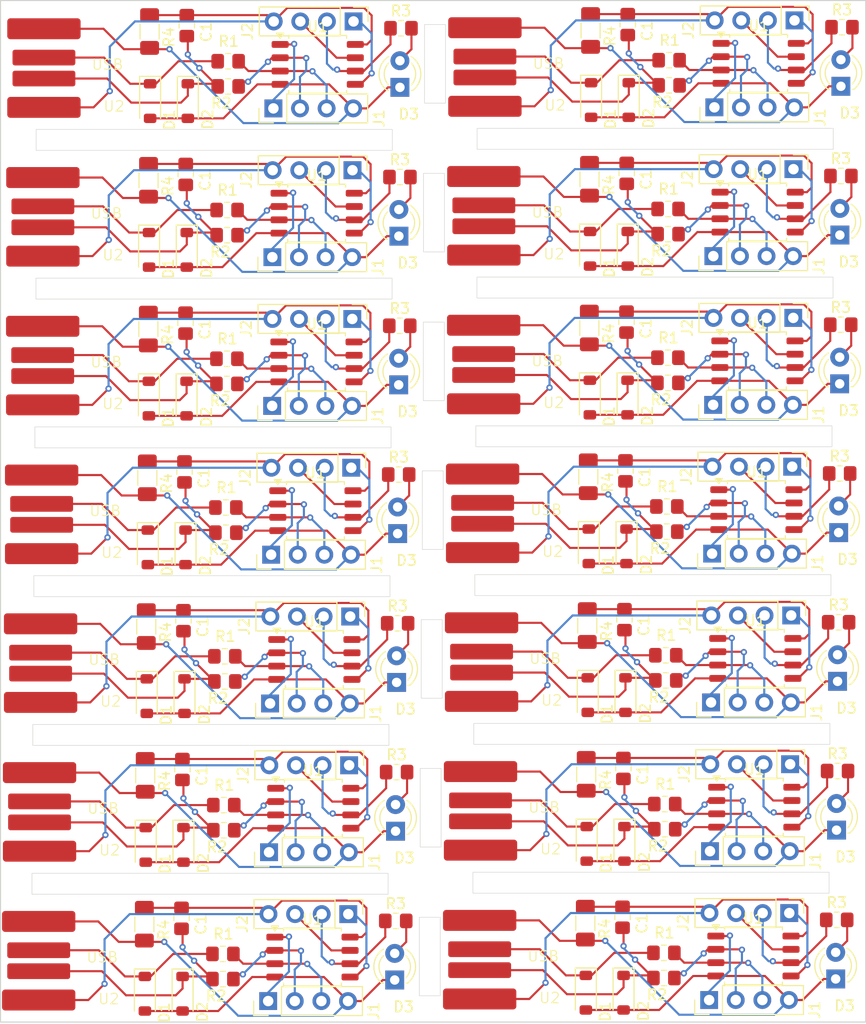
<source format=kicad_pcb>
(kicad_pcb (version 20241229) (generator "pcbnew") (generator_version "9.0")
  (layers (0 "F.Cu" signal) (2 "B.Cu" signal) (13 "F.Paste" user) (15 "B.Paste" user) (5 "F.SilkS" user "F.Silkscreen") (7 "B.SilkS" user "B.Silkscreen") (1 "F.Mask" user) (3 "B.Mask" user) (25 "Edge.Cuts" user))
  (net 0 "")
  (net 1 "GND")
  (net 2 "+5V")
  (net 3 "Net-(D1-K)")
  (net 4 "Net-(D2-K)")
  (net 5 "Net-(D3-A)")
  (net 6 "Net-(J1-Pin_2)")
  (net 7 "Net-(J1-Pin_3)")
  (net 8 "Net-(J2-Pin_3)")
  (net 9 "Net-(J1-Pin_4)")
  (net 10 "Net-(J2-Pin_2)")
  (net 11 "Net-(J2-1Pin_4)")
  (footprint "Resistor_SMD:R_0805_2012Metric_Pad1.20x1.40mm_HandSolder" (layer "F.Cu") (at 112.482 87.996 -90)
    (property "Reference" "R4")
    (property "Value" "1k5" (hide yes))
  )
  (footprint "Resistor_SMD:R_0805_2012Metric_Pad1.20x1.40mm_HandSolder" (layer "F.Cu") (at 116.332 107.996 180)
    (property "Reference" "R2")
    (property "Value" "68R" (hide yes))
  )
  (footprint "Connector_PinHeader_2.54mm:PinHeader_1x04_P2.54mm_Vertical" (layer "F.Cu") (at 128.302 101.796 -90)
    (property "Reference" "J2")
    (property "Value" "S08-5-8" (hide yes))
  )
  (footprint "Custom_footprint:PCB_USB_connector" (layer "F.Cu") (at 56.5445 120.546)
    (property "Reference" "U2")
    (property "Value" "~")
  )
  (footprint "Resistor_SMD:R_0805_2012Metric_Pad1.20x1.40mm_HandSolder" (layer "F.Cu") (at 70.082 130.696 -90)
    (property "Reference" "R4")
    (property "Value" "1k5" (hide yes))
  )
  (footprint "Diode_SMD:D_SOD-123" (layer "F.Cu") (at 112.482 109.396 -90)
    (property "Reference" "D2")
    (property "Value" "3V6" (hide yes))
  )
  (footprint "Resistor_SMD:R_0805_2012Metric_Pad1.20x1.40mm_HandSolder" (layer "F.Cu") (at 90.95 59.95)
    (property "Reference" "R3")
    (property "Value" "330R" (hide yes))
  )
  (footprint "Diode_SMD:D_SOD-123" (layer "F.Cu") (at 70.282 123.696 -90)
    (property "Reference" "D2")
    (property "Value" "3V6" (hide yes))
  )
  (footprint "Resistor_SMD:R_0805_2012Metric_Pad1.20x1.40mm_HandSolder" (layer "F.Cu") (at 74.35 77.3 180)
    (property "Reference" "R1")
    (property "Value" "68R" (hide yes))
  )
  (footprint "Resistor_SMD:R_0805_2012Metric_Pad1.20x1.40mm_HandSolder" (layer "F.Cu") (at 74.232 108.096 180)
    (property "Reference" "R2")
    (property "Value" "68R" (hide yes))
  )
  (footprint "Package_SO:SOIC-8_5.3x5.3mm_P1.27mm" (layer "F.Cu") (at 82.9 77.6)
    (property "Reference" "U1")
    (property "Value" "ATtiny85-20S" (hide yes))
  )
  (footprint "Resistor_SMD:R_0805_2012Metric_Pad1.20x1.40mm_HandSolder" (layer "F.Cu") (at 70 144.9 -90)
    (property "Reference" "R4")
    (property "Value" "1k5" (hide yes))
  )
  (footprint "Package_SO:SOIC-8_5.3x5.3mm_P1.27mm" (layer "F.Cu") (at 124.882 105.896)
    (property "Reference" "U1")
    (property "Value" "ATtiny85-20S" (hide yes))
  )
  (footprint "Resistor_SMD:R_0805_2012Metric_Pad1.20x1.40mm_HandSolder" (layer "F.Cu") (at 112.182 130.596 -90)
    (property "Reference" "R4")
    (property "Value" "1k5" (hide yes))
  )
  (footprint "Connector_PinHeader_2.54mm:PinHeader_1x04_P2.54mm_Vertical" (layer "F.Cu") (at 120.37 152.7 90)
    (property "Reference" "J1")
    (property "Value" "S08-1-4" (hide yes))
  )
  (footprint "LED_THT:LED_D3.0mm" (layer "F.Cu") (at 132.532 136.486 90)
    (property "Reference" "D3")
    (property "Value" "LED" (hide yes))
  )
  (footprint "Custom_footprint:PCB_USB_connector" (layer "F.Cu") (at 56.4445 134.746)
    (property "Reference" "U2")
    (property "Value" "~")
  )
  (footprint "Connector_PinHeader_2.54mm:PinHeader_1x04_P2.54mm_Vertical" (layer "F.Cu") (at 78.27 152.8 90)
    (property "Reference" "J1")
    (property "Value" "S08-1-4" (hide yes))
  )
  (footprint "LED_THT:LED_D3.0mm" (layer "F.Cu") (at 132.832 93.886 90)
    (property "Reference" "D3")
    (property "Value" "LED" (hide yes))
  )
  (footprint "Custom_footprint:PCB_USB_connector" (layer "F.Cu") (at 98.9625 63.65)
    (property "Reference" "U2")
    (property "Value" "~")
  )
  (footprint "Diode_SMD:D_SOD-123" (layer "F.Cu") (at 70.382 109.496 -90)
    (property "Reference" "D2")
    (property "Value" "3V6" (hide yes))
  )
  (footprint "Capacitor_SMD:C_1206_3216Metric_Pad1.33x1.80mm_HandSolder" (layer "F.Cu") (at 108.55 145.3625 -90)
    (property "Reference" "C1")
    (property "Value" "100n" (hide yes))
  )
  (footprint "Capacitor_SMD:C_1206_3216Metric_Pad1.33x1.80mm_HandSolder" (layer "F.Cu") (at 66.95 60.2625 -90)
    (property "Reference" "C1")
    (property "Value" "100n" (hide yes))
  )
  (footprint "Capacitor_SMD:C_1206_3216Metric_Pad1.33x1.80mm_HandSolder" (layer "F.Cu") (at 66.632 117.0585 -90)
    (property "Reference" "C1")
    (property "Value" "100n" (hide yes))
  )
  (footprint "Capacitor_SMD:C_1206_3216Metric_Pad1.33x1.80mm_HandSolder" (layer "F.Cu") (at 108.732 116.9585 -90)
    (property "Reference" "C1")
    (property "Value" "100n" (hide yes))
  )
  (footprint "Resistor_SMD:R_0805_2012Metric_Pad1.20x1.40mm_HandSolder" (layer "F.Cu") (at 116.05 150.6 180)
    (property "Reference" "R2")
    (property "Value" "68R" (hide yes))
  )
  (footprint "Resistor_SMD:R_0805_2012Metric_Pad1.20x1.40mm_HandSolder" (layer "F.Cu") (at 90.45 145.15)
    (property "Reference" "R3")
    (property "Value" "330R" (hide yes))
  )
  (footprint "Connector_PinHeader_2.54mm:PinHeader_1x04_P2.54mm_Vertical" (layer "F.Cu") (at 78.67 81.8 90)
    (property "Reference" "J1")
    (property "Value" "S08-1-4" (hide yes))
  )
  (footprint "Capacitor_SMD:C_1206_3216Metric_Pad1.33x1.80mm_HandSolder" (layer "F.Cu") (at 108.832 102.7585 -90)
    (property "Reference" "C1")
    (property "Value" "100n" (hide yes))
  )
  (footprint "Resistor_SMD:R_0805_2012Metric_Pad1.20x1.40mm_HandSolder" (layer "F.Cu") (at 74.032 136.496 180)
    (property "Reference" "R2")
    (property "Value" "68R" (hide yes))
  )
  (footprint "Connector_PinHeader_2.54mm:PinHeader_1x04_P2.54mm_Vertical" (layer "F.Cu") (at 120.752 95.896 90)
    (property "Reference" "J1")
    (property "Value" "S08-1-4" (hide yes))
  )
  (footprint "Package_SO:SOIC-8_5.3x5.3mm_P1.27mm" (layer "F.Cu") (at 82.782 105.996)
    (property "Reference" "U1")
    (property "Value" "ATtiny85-20S" (hide yes))
  )
  (footprint "Resistor_SMD:R_0805_2012Metric_Pad1.20x1.40mm_HandSolder" (layer "F.Cu") (at 132.832 102.446)
    (property "Reference" "R3")
    (property "Value" "330R" (hide yes))
  )
  (footprint "Resistor_SMD:R_0805_2012Metric_Pad1.20x1.40mm_HandSolder" (layer "F.Cu") (at 90.832 88.346)
    (property "Reference" "R3")
    (property "Value" "330R" (hide yes))
  )
  (footprint "Custom_footprint:PCB_USB_connector" (layer "F.Cu") (at 56.7625 77.95)
    (property "Reference" "U2")
    (property "Value" "~")
  )
  (footprint "Connector_PinHeader_2.54mm:PinHeader_1x04_P2.54mm_Vertical" (layer "F.Cu") (at 128.402 87.596 -90)
    (property "Reference" "J2")
    (property "Value" "S08-5-8" (hide yes))
  )
  (footprint "Resistor_SMD:R_0805_2012Metric_Pad1.20x1.40mm_HandSolder" (layer "F.Cu") (at 112.282 116.396 -90)
    (property "Reference" "R4")
    (property "Value" "1k5" (hide yes))
  )
  (footprint "Resistor_SMD:R_0805_2012Metric_Pad1.20x1.40mm_HandSolder" (layer "F.Cu") (at 116.45 77.2 180)
    (property "Reference" "R1")
    (property "Value" "68R" (hide yes))
  )
  (footprint "Connector_PinHeader_2.54mm:PinHeader_1x04_P2.54mm_Vertical" (layer "F.Cu") (at 78.552 110.196 90)
    (property "Reference" "J1")
    (property "Value" "S08-1-4" (hide yes))
  )
  (footprint "Package_SO:SOIC-8_5.3x5.3mm_P1.27mm" (layer "F.Cu") (at 83 63.4)
    (property "Reference" "U1")
    (property "Value" "ATtiny85-20S" (hide yes))
  )
  (footprint "Capacitor_SMD:C_1206_3216Metric_Pad1.33x1.80mm_HandSolder" (layer "F.Cu") (at 108.932 88.5585 -90)
    (property "Reference" "C1")
    (property "Value" "100n" (hide yes))
  )
  (footprint "Diode_SMD:D_SOD-123" (layer "F.Cu") (at 66.782 109.496 -90)
    (property "Reference" "D1")
    (property "Value" "3V6" (hide yes))
  )
  (footprint "Package_SO:SOIC-8_5.3x5.3mm_P1.27mm" (layer "F.Cu") (at 82.682 120.196)
    (property "Reference" "U1")
    (property "Value" "ATtiny85-20S" (hide yes))
  )
  (footprint "Resistor_SMD:R_0805_2012Metric_Pad1.20x1.40mm_HandSolder" (layer "F.Cu") (at 132.732 116.646)
    (property "Reference" "R3")
    (property "Value" "330R" (hide yes))
  )
  (footprint "Resistor_SMD:R_0805_2012Metric_Pad1.20x1.40mm_HandSolder" (layer "F.Cu") (at 116.05 148.2 180)
    (property "Reference" "R1")
    (property "Value" "68R" (hide yes))
  )
  (footprint "Resistor_SMD:R_0805_2012Metric_Pad1.20x1.40mm_HandSolder" (layer "F.Cu") (at 74.35 79.7 180)
    (property "Reference" "R2")
    (property "Value" "68R" (hide yes))
  )
  (footprint "Diode_SMD:D_SOD-123" (layer "F.Cu") (at 108.982 95.196 -90)
    (property "Reference" "D1")
    (property "Value" "3V6" (hide yes))
  )
  (footprint "Diode_SMD:D_SOD-123" (layer "F.Cu") (at 112.382 123.596 -90)
    (property "Reference" "D2")
    (property "Value" "3V6" (hide yes))
  )
  (footprint "Connector_PinHeader_2.54mm:PinHeader_1x04_P2.54mm_Vertical" (layer "F.Cu") (at 85.92 144.5 -90)
    (property "Reference" "J2")
    (property "Value" "S08-5-8" (hide yes))
  )
  (footprint "Diode_SMD:D_SOD-123" (layer "F.Cu") (at 70.5 81.1 -90)
    (property "Reference" "D2")
    (property "Value" "3V6" (hide yes))
  )
  (footprint "Capacitor_SMD:C_1206_3216Metric_Pad1.33x1.80mm_HandSolder" (layer "F.Cu") (at 108.632 131.1585 -90)
    (property "Reference" "C1")
    (property "Value" "100n" (hide yes))
  )
  (footprint "Connector_PinHeader_2.54mm:PinHeader_1x04_P2.54mm_Vertical" (layer "F.Cu") (at 128.42 73.4 -90)
    (property "Reference" "J2")
    (property "Value" "S08-5-8" (hide yes))
  )
  (footprint "Diode_SMD:D_SOD-123" (layer "F.Cu") (at 112.6 81 -90)
    (property "Reference" "D2")
    (property "Value" "3V6" (hide yes))
  )
  (footprint "Resistor_SMD:R_0805_2012Metric_Pad1.20x1.40mm_HandSolder" (layer "F.Cu") (at 116.132 133.996 180)
    (property "Reference" "R1")
    (property "Value" "68R" (hide yes))
  )
  (footprint "Resistor_SMD:R_0805_2012Metric_Pad1.20x1.40mm_HandSolder" (layer "F.Cu") (at 116.232 122.196 180)
    (property "Reference" "R2")
    (property "Value" "68R" (hide yes))
  )
  (footprint "Resistor_SMD:R_0805_2012Metric_Pad1.20x1.40mm_HandSolder" (layer "F.Cu") (at 116.55 63 180)
    (property "Reference" "R1")
    (property "Value" "68R" (hide yes))
  )
  (footprint "Resistor_SMD:R_0805_2012Metric_Pad1.20x1.40mm_HandSolder" (layer "F.Cu") (at 132.95 74.05)
    (property "Reference" "R3")
    (property "Value" "330R" (hide yes))
  )
  (footprint "Custom_footprint:PCB_USB_connector" (layer "F.Cu") (at 98.5445 134.646)
    (property "Reference" "U2")
    (property "Value" "~")
  )
  (footprint "Resistor_SMD:R_0805_2012Metric_Pad1.20x1.40mm_HandSolder" (layer "F.Cu") (at 132.632 130.846)
    (property "Reference" "R3")
    (property "Value" "330R" (hide yes))
  )
  (footprint "Resistor_SMD:R_0805_2012Metric_Pad1.20x1.40mm_HandSolder" (layer "F.Cu") (at 74.332 93.896 180)
    (property "Reference" "R2")
    (property "Value" "68R" (hide yes))
  )
  (footprint "Resistor_SMD:R_0805_2012Metric_Pad1.20x1.40mm_HandSolder" (layer "F.Cu") (at 116.55 65.4 180)
    (property "Reference" "R2")
    (property "Value" "68R" (hide yes))
  )
  (footprint "Resistor_SMD:R_0805_2012Metric_Pad1.20x1.40mm_HandSolder" (layer "F.Cu") (at 116.232 119.796 180)
    (property "Reference" "R1")
    (property "Value" "68R" (hide yes))
  )
  (footprint "Diode_SMD:D_SOD-123" (layer "F.Cu") (at 112.2 152 -90)
    (property "Reference" "D2")
    (property "Value" "3V6" (hide yes))
  )
  (footprint "Diode_SMD:D_SOD-123" (layer "F.Cu") (at 108.6 152 -90)
    (property "Reference" "D1")
    (property "Value" "3V6" (hide yes))
  )
  (footprint "Custom_footprint:PCB_USB_connector" (layer "F.Cu") (at 56.8625 63.75)
    (property "Reference" "U2")
    (property "Value" "~")
  )
  (footprint "Resistor_SMD:R_0805_2012Metric_Pad1.20x1.40mm_HandSolder" (layer "F.Cu") (at 112.382 102.196 -90)
    (property "Reference" "R4")
    (property "Value" "1k5" (hide yes))
  )
  (footprint "Resistor_SMD:R_0805_2012Metric_Pad1.20x1.40mm_HandSolder" (layer "F.Cu") (at 70.4 73.9 -90)
    (property "Reference" "R4")
    (property "Value" "1k5" (hide yes))
  )
  (footprint "Diode_SMD:D_SOD-123" (layer "F.Cu") (at 70.182 137.896 -90)
    (property "Reference" "D2")
    (property "Value" "3V6" (hide yes))
  )
  (footprint "Diode_SMD:D_SOD-123" (layer "F.Cu") (at 108.682 137.796 -90)
    (property "Reference" "D1")
    (property "Value" "3V6" (hide yes))
  )
  (footprint "Diode_SMD:D_SOD-123" (layer "F.Cu") (at 66.9 81.1 -90)
    (property "Reference" "D1")
    (property "Value" "3V6" (hide yes))
  )
  (footprint "Custom_footprint:PCB_USB_connector" (layer "F.Cu") (at 56.6445 106.346)
    (property "Reference" "U2")
    (property "Value" "~")
  )
  (footprint "Connector_PinHeader_2.54mm:PinHeader_1x04_P2.54mm_Vertical" (layer "F.Cu") (at 86.002 130.296 -90)
    (property "Reference" "J2")
    (property "Value" "S08-5-8" (hide yes))
  )
  (footprint "Capacitor_SMD:C_1206_3216Metric_Pad1.33x1.80mm_HandSolder" (layer "F.Cu") (at 66.45 145.4625 -90)
    (property "Reference" "C1")
    (property "Value" "100n" (hide yes))
  )
  (footprint "Resistor_SMD:R_0805_2012Metric_Pad1.20x1.40mm_HandSolder" (layer "F.Cu") (at 74.232 105.696 180)
    (property "Reference" "R1")
    (property "Value" "68R" (hide yes))
  )
  (footprint "Connector_PinHeader_2.54mm:PinHeader_1x04_P2.54mm_Vertical" (layer "F.Cu") (at 86.202 101.896 -90)
    (property "Reference" "J2")
    (property "Value" "S08-5-8" (hide yes))
  )
  (footprint "Diode_SMD:D_SOD-123" (layer "F.Cu") (at 70.6 66.9 -90)
    (property "Reference" "D2")
    (property "Value" "3V6" (hide yes))
  )
  (footprint "Resistor_SMD:R_0805_2012Metric_Pad1.20x1.40mm_HandSolder" (layer "F.Cu") (at 132.932 88.246)
    (property "Reference" "R3")
    (property "Value" "330R" (hide yes))
  )
  (footprint "Connector_PinHeader_2.54mm:PinHeader_1x04_P2.54mm_Vertical" (layer "F.Cu") (at 78.452 124.396 90)
    (property "Reference" "J1")
    (property "Value" "S08-1-4" (hide yes))
  )
  (footprint "Package_SO:SOIC-8_5.3x5.3mm_P1.27mm" (layer "F.Cu") (at 82.5 148.6)
    (property "Reference" "U1")
    (property "Value" "ATtiny85-20S" (hide yes))
  )
  (footprint "Connector_PinHeader_2.54mm:PinHeader_1x04_P2.54mm_Vertical" (layer "F.Cu") (at 128.202 115.996 -90)
    (property "Reference" "J2")
    (property "Value" "S08-5-8" (hide yes))
  )
  (footprint "Diode_SMD:D_SOD-123" (layer "F.Cu") (at 112.582 95.196 -90)
    (property "Reference" "D2")
    (property "Value" "3V6" (hide yes))
  )
  (footprint "Diode_SMD:D_SOD-123" (layer "F.Cu") (at 66.882 95.296 -90)
    (property "Reference" "D1")
    (property "Value" "3V6" (hide yes))
  )
  (footprint "Package_SO:SOIC-8_5.3x5.3mm_P1.27mm" (layer "F.Cu") (at 82.882 91.796)
    (property "Reference" "U1")
    (property "Value" "ATtiny85-20S" (hide yes))
  )
  (footprint "LED_THT:LED_D3.0mm" (layer "F.Cu") (at 90.85 65.59 90)
    (property "Reference" "D3")
    (property "Value" "LED" (hide yes))
  )
  (footprint "Custom_footprint:PCB_USB_connector" (layer "F.Cu") (at 98.8445 92.046)
    (property "Reference" "U2")
    (property "Value" "~")
  )
  (footprint "Package_SO:SOIC-8_5.3x5.3mm_P1.27mm" (layer "F.Cu") (at 125.1 63.3)
    (property "Reference" "U1")
    (property "Value" "ATtiny85-20S" (hide yes))
  )
  (footprint "Resistor_SMD:R_0805_2012Metric_Pad1.20x1.40mm_HandSolder" (layer "F.Cu") (at 74.032 134.096 180)
    (property "Reference" "R1")
    (property "Value" "68R" (hide yes))
  )
  (footprint "Custom_footprint:PCB_USB_connector" (layer "F.Cu") (at 98.6445 120.446)
    (property "Reference" "U2")
    (property "Value" "~")
  )
  (footprint "Custom_footprint:PCB_USB_connector" (layer "F.Cu") (at 56.7445 92.146)
    (property "Reference" "U2")
    (property "Value" "~")
  )
  (footprint "Resistor_SMD:R_0805_2012Metric_Pad1.20x1.40mm_HandSolder" (layer "F.Cu") (at 74.332 91.496 180)
    (property "Reference" "R1")
    (property "Value" "68R" (hide yes))
  )
  (footprint "Resistor_SMD:R_0805_2012Metric_Pad1.20x1.40mm_HandSolder" (layer "F.Cu") (at 112.1 144.8 -90)
    (property "Reference" "R4")
    (property "Value" "1k5" (hide yes))
  )
  (footprint "Resistor_SMD:R_0805_2012Metric_Pad1.20x1.40mm_HandSolder" (layer "F.Cu") (at 90.632 116.746)
    (property "Reference" "R3")
    (property "Value" "330R" (hide yes))
  )
  (footprint "Resistor_SMD:R_0805_2012Metric_Pad1.20x1.40mm_HandSolder" (layer "F.Cu") (at 70.382 88.096 -90)
    (property "Reference" "R4")
    (property "Value" "1k5" (hide yes))
  )
  (footprint "Diode_SMD:D_SOD-123" (layer "F.Cu") (at 109.1 66.8 -90)
    (property "Reference" "D1")
    (property "Value" "3V6" (hide yes))
  )
  (footprint "Connector_PinHeader_2.54mm:PinHeader_1x04_P2.54mm_Vertical" (layer "F.Cu") (at 78.77 67.6 90)
    (property "Reference" "J1")
    (property "Value" "S08-1-4" (hide yes))
  )
  (footprint "Connector_PinHeader_2.54mm:PinHeader_1x04_P2.54mm_Vertical" (layer "F.Cu") (at 120.652 110.096 90)
    (property "Reference" "J1")
    (property "Value" "S08-1-4" (hide yes))
  )
  (footprint "Diode_SMD:D_SOD-123" (layer "F.Cu") (at 109 81 -90)
    (property "Reference" "D1")
    (property "Value" "3V6" (hide yes))
  )
  (footprint "Connector_PinHeader_2.54mm:PinHeader_1x04_P2.54mm_Vertical" (layer "F.Cu") (at 86.42 59.3 -90)
    (property "Reference" "J2")
    (property "Value" "S08-5-8" (hide yes))
  )
  (footprint "Custom_footprint:PCB_USB_connector" (layer "F.Cu") (at 56.3625 148.95)
    (property "Reference" "U2")
    (property "Value" "~")
  )
  (footprint "Capacitor_SMD:C_1206_3216Metric_Pad1.33x1.80mm_HandSolder" (layer "F.Cu") (at 66.532 131.2585 -90)
    (property "Reference" "C1")
    (property "Value" "100n" (hide yes))
  )
  (footprint "Custom_footprint:PCB_USB_connector" (layer "F.Cu") (at 98.4625 148.85)
    (property "Reference" "U2")
    (property "Value" "~")
  )
  (footprint "Diode_SMD:D_SOD-123" (layer "F.Cu") (at 70.482 95.296 -90)
    (property "Reference" "D2")
    (property "Value" "3V6" (hide yes))
  )
  (footprint "Resistor_SMD:R_0805_2012Metric_Pad1.20x1.40mm_HandSolder" (layer "F.Cu") (at 116.432 91.396 180)
    (property "Reference" "R1")
    (property "Value" "68R" (hide yes))
  )
  (footprint "Connector_PinHeader_2.54mm:PinHeader_1x04_P2.54mm_Vertical" (layer "F.Cu") (at 128.52 59.2 -90)
    (property "Reference" "J2")
    (property "Value" "S08-5-8" (hide yes))
  )
  (footprint "Capacitor_SMD:C_1206_3216Metric_Pad1.33x1.80mm_HandSolder" (layer "F.Cu") (at 66.85 74.4625 -90)
    (property "Reference" "C1")
    (property "Value" "100n" (hide yes))
  )
  (footprint "Package_SO:SOIC-8_5.3x5.3mm_P1.27mm" (layer "F.Cu") (at 124.782 120.096)
    (property "Reference" "U1")
    (property "Value" "ATtiny85-20S" (hide yes))
  )
  (footprint "Resistor_SMD:R_0805_2012Metric_Pad1.20x1.40mm_HandSolder" (layer "F.Cu") (at 73.95 150.7 180)
    (property "Reference" "R2")
    (property "Value" "68R" (hide yes))
  )
  (footprint "Capacitor_SMD:C_1206_3216Metric_Pad1.33x1.80mm_HandSolder" (layer "F.Cu") (at 66.832 88.6585 -90)
    (property "Reference" "C1")
    (property "Value" "100n" (hide yes))
  )
  (footprint "Resistor_SMD:R_0805_2012Metric_Pad1.20x1.40mm_HandSolder" (layer "F.Cu") (at 116.332 105.596 180)
    (property "Reference" "R1")
    (property "Value" "68R" (hide yes))
  )
  (footprint "LED_THT:LED_D3.0mm" (layer "F.Cu") (at 90.432 136.586 90)
    (property "Reference" "D3")
    (property "Value" "LED" (hide yes))
  )
  (footprint "Resistor_SMD:R_0805_2012Metric_Pad1.20x1.40mm_HandSolder" (layer "F.Cu") (at 70.282 102.296 -90)
    (property "Reference" "R4")
    (property "Value" "1k5" (hide yes))
  )
  (footprint "Resistor_SMD:R_0805_2012Metric_Pad1.20x1.40mm_HandSolder" (layer "F.Cu") (at 116.45 79.6 180)
    (property "Reference" "R2")
    (property "Value" "68R" (hide yes))
  )
  (footprint "Diode_SMD:D_SOD-123" (layer "F.Cu") (at 112.7 66.8 -90)
    (property "Reference" "D2")
    (property "Value" "3V6" (hide yes))
  )
  (footprint "Connector_PinHeader_2.54mm:PinHeader_1x04_P2.54mm_Vertical" (layer "F.Cu") (at 128.02 144.4 -90)
    (property "Reference" "J2")
    (property "Value" "S08-5-8" (hide yes))
  )
  (footprint "Resistor_SMD:R_0805_2012Metric_Pad1.20x1.40mm_HandSolder" (layer "F.Cu") (at 70.5 59.7 -90)
    (property "Reference" "R4")
    (property "Value" "1k5" (hide yes))
  )
  (footprint "Connector_PinHeader_2.54mm:PinHeader_1x04_P2.54mm_Vertical" (layer "F.Cu") (at 78.352 138.596 90)
    (property "Reference" "J1")
    (property "Value" "S08-1-4" (hide yes))
  )
  (footprint "Package_SO:SOIC-8_5.3x5.3mm_P1.27mm" (layer "F.Cu") (at 125 77.5)
    (property "Reference" "U1")
    (property "Value" "ATtiny85-20S" (hide yes))
  )
  (footprint "LED_THT:LED_D3.0mm" (layer "F.Cu") (at 90.632 108.186 90)
    (property "Reference" "D3")
    (property "Value" "LED" (hide yes))
  )
  (footprint "Diode_SMD:D_SOD-123" (layer "F.Cu") (at 112.282 137.796 -90)
    (property "Reference" "D2")
    (property "Value" "3V6" (hide yes))
  )
  (footprint "Capacitor_SMD:C_1206_3216Metric_Pad1.33x1.80mm_HandSolder" (layer "F.Cu") (at 66.732 102.8585 -90)
    (property "Reference" "C1")
    (property "Value" "100n" (hide yes))
  )
  (footprint "Resistor_SMD:R_0805_2012Metric_Pad1.20x1.40mm_HandSolder" (layer "F.Cu") (at 74.132 119.896 180)
    (property "Reference" "R1")
    (property "Value" "68R" (hide yes))
  )
  (footprint "LED_THT:LED_D3.0mm" (layer "F.Cu") (at 132.85 79.69 90)
    (property "Reference" "D3")
    (property "Value" "LED" (hide yes))
  )
  (footprint "LED_THT:LED_D3.0mm" (layer "F.Cu") (at 90.35 150.79 90)
    (property "Reference" "D3")
    (property "Value" "LED" (hide yes))
  )
  (footprint "Package_SO:SOIC-8_5.3x5.3mm_P1.27mm" (layer "F.Cu") (at 124.6 148.5)
    (property "Reference" "U1")
    (property "Value" "ATtiny85-20S" (hide yes))
  )
  (footprint "Resistor_SMD:R_0805_2012Metric_Pad1.20x1.40mm_HandSolder" (layer "F.Cu") (at 116.432 93.796 180)
    (property "Reference" "R2")
    (property "Value" "68R" (hide yes))
  )
  (footprint "LED_THT:LED_D3.0mm" (layer "F.Cu") (at 132.732 108.086 90)
    (property "Reference" "D3")
    (property "Value" "LED" (hide yes))
  )
  (footprint "Resistor_SMD:R_0805_2012Metric_Pad1.20x1.40mm_HandSolder" (layer "F.Cu") (at 90.85 74.15)
    (property "Reference" "R3")
    (property "Value" "330R" (hide yes))
  )
  (footprint "Connector_PinHeader_2.54mm:PinHeader_1x04_P2.54mm_Vertical" (layer "F.Cu") (at 120.552 124.296 90)
    (property "Reference" "J1")
    (property "Value" "S08-1-4" (hide yes))
  )
  (footprint "LED_THT:LED_D3.0mm" (layer "F.Cu") (at 132.632 122.286 90)
    (property "Reference" "D3")
    (property "Value" "LED" (hide yes))
  )
  (footprint "Connector_PinHeader_2.54mm:PinHeader_1x04_P2.54mm_Vertical" (layer "F.Cu") (at 120.77 81.7 90)
    (property "Reference" "J1")
    (property "Value" "S08-1-4" (hide yes))
  )
  (footprint "LED_THT:LED_D3.0mm" (layer "F.Cu") (at 132.95 65.49 90)
    (property "Reference" "D3")
    (property "Value" "LED" (hide yes))
  )
  (footprint "Resistor_SMD:R_0805_2012Metric_Pad1.20x1.40mm_HandSolder" (layer "F.Cu") (at 74.45 65.5 180)
    (property "Reference" "R2")
    (property "Value" "68R" (hide yes))
  )
  (footprint "Diode_SMD:D_SOD-123" (layer "F.Cu") (at 66.582 137.896 -90)
    (property "Reference" "D1")
    (property "Value" "3V6" (hide yes))
  )
  (footprint "LED_THT:LED_D3.0mm" (layer "F.Cu") (at 90.532 122.386 90)
    (property "Reference" "D3")
    (property "Value" "LED" (hide yes))
  )
  (footprint "Resistor_SMD:R_0805_2012Metric_Pad1.20x1.40mm_HandSolder" (layer "F.Cu") (at 74.132 122.296 180)
    (property "Reference" "R2")
    (property "Value" "68R" (hide yes))
  )
  (footprint "Resistor_SMD:R_0805_2012Metric_Pad1.20x1.40mm_HandSolder" (layer "F.Cu") (at 74.45 63.1 180)
    (property "Reference" "R1")
    (property "Value" "68R" (hide yes))
  )
  (footprint "Connector_PinHeader_2.54mm:PinHeader_1x04_P2.54mm_Vertical" (layer "F.Cu") (at 86.32 73.5 -90)
    (property "Reference" "J2")
    (property "Value" "S08-5-8" (hide yes))
  )
  (footprint "Connector_PinHeader_2.54mm:PinHeader_1x04_P2.54mm_Vertical" (layer "F.Cu") (at 120.87 67.5 90)
    (property "Reference" "J1")
    (property "Value" "S08-1-4" (hide yes))
  )
  (footprint "Resistor_SMD:R_0805_2012Metric_Pad1.20x1.40mm_HandSolder" (layer "F.Cu") (at 90.532 130.946)
    (property "Reference" "R3")
    (property "Value" "330R" (hide yes))
  )
  (footprint "Diode_SMD:D_SOD-123" (layer "F.Cu") (at 108.882 109.396 -90)
    (property "Reference" "D1")
    (property "Value" "3V6" (hide yes))
  )
  (footprint "Resistor_SMD:R_0805_2012Metric_Pad1.20x1.40mm_HandSolder" (layer "F.Cu") (at 73.95 148.3 180)
    (property "Reference" "R1")
    (property "Value" "68R" (hide yes))
  )
  (footprint "Diode_SMD:D_SOD-123" (layer "F.Cu") (at 66.682 123.696 -90)
    (property "Reference" "D1")
    (property "Value" "3V6" (hide yes))
  )
  (footprint "Connector_PinHeader_2.54mm:PinHeader_1x04_P2.54mm_Vertical" (layer "F.Cu") (at 128.102 130.196 -90)
    (property "Reference" "J2")
    (property "Value" "S08-5-8" (hide yes))
  )
  (footprint "Resistor_SMD:R_0805_2012Metric_Pad1.20x1.40mm_HandSolder" (layer "F.Cu") (at 133.05 59.85)
    (property "Reference" "R3")
    (property "Value" "330R" (hide yes))
  )
  (footprint "Resistor_SMD:R_0805_2012Metric_Pad1.20x1.40mm_HandSolder" (layer "F.Cu") (at 116.132 136.396 180)
    (property "Reference" "R2")
    (property "Value" "68R" (hide yes))
  )
  (footprint "LED_THT:LED_D3.0mm" (layer "F.Cu") (at 90.75 79.79 90)
    (property "Reference" "D3")
    (property "Value" "LED" (hide yes))
  )
  (footprint "Resistor_SMD:R_0805_2012Metric_Pad1.20x1.40mm_HandSolder" (layer "F.Cu") (at 70.182 116.496 -90)
    (property "Reference" "R4")
    (property "Value" "1k5" (hide yes))
  )
  (footprint "Capacitor_SMD:C_1206_3216Metric_Pad1.33x1.80mm_HandSolder" (layer "F.Cu") (at 108.95 74.3625 -90)
    (property "Reference" "C1")
    (property "Value" "100n" (hide yes))
  )
  (footprint "Custom_footprint:PCB_USB_connector" (layer "F.Cu") (at 98.8625 77.85)
    (property "Reference" "U2")
    (property "Value" "~")
  )
  (footprint "Package_SO:SOIC-8_5.3x5.3mm_P1.27mm" (layer "F.Cu") (at 82.582 134.396)
    (property "Reference" "U1")
    (property "Value" "ATtiny85-20S" (hide yes))
  )
  (footprint "Package_SO:SOIC-8_5.3x5.3mm_P1.27mm" (layer "F.Cu") (at 124.982 91.696)
    (property "Reference" "U1")
    (property "Value" "ATtiny85-20S" (hide yes))
  )
  (footprint "Connector_PinHeader_2.54mm:PinHeader_1x04_P2.54mm_Vertical" (layer "F.Cu") (at 86.102 116.096 -90)
    (property "Reference" "J2")
    (property "Value" "S08-5-8" (hide yes))
  )
  (footprint "LED_THT:LED_D3.0mm" (layer "F.Cu") (at 90.732 93.986 90)
    (property "Reference" "D3")
    (property "Value" "LED" (hide yes))
  )
  (footprint "Diode_SMD:D_SOD-123" (layer "F.Cu") (at 67 66.9 -90)
    (property "Reference" "D1")
    (property "Value" "3V6" (hide yes))
  )
  (footprint "Resistor_SMD:R_0805_2012Metric_Pad1.20x1.40mm_HandSolder" (layer "F.Cu") (at 132.55 145.05)
    (property "Reference" "R3")
    (property "Value" "330R" (hide yes))
  )
  (footprint "Capacitor_SMD:C_1206_3216Metric_Pad1.33x1.80mm_HandSolder" (layer "F.Cu") (at 109.05 60.1625 -90)
    (property "Reference" "C1")
    (property "Value" "100n" (hide yes))
  )
  (footprint "Connector_PinHeader_2.54mm:PinHeader_1x04_P2.54mm_Vertical" (layer "F.Cu") (at 120.452 138.496 90)
    (property "Reference" "J1")
    (property "Value" "S08-1-4" (hide yes))
  )
  (footprint "Package_SO:SOIC-8_5.3x5.3mm_P1.27mm" (layer "F.Cu") (at 124.682 134.296)
    (property "Reference" "U1")
    (property "Value" "ATtiny85-20S" (hide yes))
  )
  (footprint "Custom_footprint:PCB_USB_connector" (layer "F.Cu") (at 98.7445 106.246)
    (property "Reference" "U2")
    (property "Value" "~")
  )
  (footprint "LED_THT:LED_D3.0mm" (layer "F.Cu") (at 132.45 150.69 90)
    (property "Reference" "D3")
    (property "Value" "LED" (hide yes))
  )
  (footprint "Diode_SMD:D_SOD-123" (layer "F.Cu") (at 70.1 152.1 -90)
    (property "Reference" "D2")
    (property "Value" "3V6" (hide yes))
  )
  (footprint "Diode_SMD:D_SOD-123" (layer "F.Cu") (at 108.782 123.596 -90)
    (property "Reference" "D1")
    (property "Value" "3V6" (hide yes))
  )
  (footprint "Resistor_SMD:R_0805_2012Metric_Pad1.20x1.40mm_HandSolder" (layer "F.Cu") (at 112.5 73.8 -90)
    (property "Reference" "R4")
    (property "Value" "1k5" (hide yes))
  )
  (footprint "Connector_PinHeader_2.54mm:PinHeader_1x04_P2.54mm_Vertical" (layer "F.Cu") (at 86.302 87.696 -90)
    (property "Reference" "J2")
    (property "Value" "S08-5-8" (hide yes))
  )
  (footprint "Diode_SMD:D_SOD-123" (layer "F.Cu") (at 66.5 152.1 -90)
    (property "Reference" "D1")
    (property "Value" "3V6" (hide yes))
  )
  (footprint "Connector_PinHeader_2.54mm:PinHeader_1x04_P2.54mm_Vertical" (layer "F.Cu") (at 78.652 95.996 90)
    (property "Reference" "J1")
    (property "Value" "S08-1-4" (hide yes))
  )
  (footprint "Resistor_SMD:R_0805_2012Metric_Pad1.20x1.40mm_HandSolder" (layer "F.Cu") (at 90.732 102.546)
    (property "Reference" "R3")
    (property "Value" "330R" (hide yes))
  )
  (footprint "Resistor_SMD:R_0805_2012Metric_Pad1.20x1.40mm_HandSolder" (layer "F.Cu") (at 112.6 59.6 -90)
    (property "Reference" "R4")
    (property "Value" "1k5" (hide yes))
  )
  (gr_rect (start 55.718 140.604) (end 89.718 142.604) (stroke (width 0.05)) (fill no) (layer "Edge.Cuts"))
  (gr_rect (start 52.718 57.304) (end 135.318 154.804) (stroke (width 0.1)) (fill no) (layer "Edge.Cuts"))
  (gr_rect (start 98.1 97.9) (end 132.1 99.9) (stroke (width 0.05)) (fill no) (layer "Edge.Cuts"))
  (gr_rect (start 92.782 130.596) (end 94.782 138.096) (stroke (width 0.05)) (fill no) (layer "Edge.Cuts"))
  (gr_rect (start 92.982 102.196) (end 94.982 109.696) (stroke (width 0.05)) (fill no) (layer "Edge.Cuts"))
  (gr_rect (start 92.882 116.396) (end 94.882 123.896) (stroke (width 0.05)) (fill no) (layer "Edge.Cuts"))
  (gr_rect (start 97.9 126.3) (end 131.9 128.3) (stroke (width 0.05)) (fill no) (layer "Edge.Cuts"))
  (gr_rect (start 92.7 144.8) (end 94.7 152.3) (stroke (width 0.05)) (fill no) (layer "Edge.Cuts"))
  (gr_rect (start 93.2 59.6) (end 95.2 67.1) (stroke (width 0.05)) (fill no) (layer "Edge.Cuts"))
  (gr_rect (start 55.9 112.2) (end 89.9 114.2) (stroke (width 0.05)) (fill no) (layer "Edge.Cuts"))
  (gr_rect (start 56.118 69.604) (end 90.118 71.604) (stroke (width 0.05)) (fill no) (layer "Edge.Cuts"))
  (gr_rect (start 97.818 140.504) (end 131.818 142.504) (stroke (width 0.05)) (fill no) (layer "Edge.Cuts"))
  (gr_rect (start 93.082 87.996) (end 95.082 95.496) (stroke (width 0.05)) (fill no) (layer "Edge.Cuts"))
  (gr_rect (start 98.218 69.504) (end 132.218 71.504) (stroke (width 0.05)) (fill no) (layer "Edge.Cuts"))
  (gr_rect (start 98 112.1) (end 132 114.1) (stroke (width 0.05)) (fill no) (layer "Edge.Cuts"))
  (gr_rect (start 93.1 73.8) (end 95.1 81.3) (stroke (width 0.05)) (fill no) (layer "Edge.Cuts"))
  (gr_rect (start 56 98) (end 90 100) (stroke (width 0.05)) (fill no) (layer "Edge.Cuts"))
  (gr_rect (start 55.8 126.4) (end 89.8 128.4) (stroke (width 0.05)) (fill no) (layer "Edge.Cuts"))
  (gr_rect (start 98.2 83.7) (end 132.2 85.7) (stroke (width 0.05)) (fill no) (layer "Edge.Cuts"))
  (gr_rect (start 56.1 83.8) (end 90.1 85.8) (stroke (width 0.05)) (fill no) (layer "Edge.Cuts"))
  (segment (start 115.782 125.246) (end 119.027 122.001) (width 0.2) (layer "F.Cu") (net 1))
  (segment (start 104.432 102.496) (end 106.382 104.446) (width 0.2) (layer "F.Cu") (net 1))
  (segment (start 56.3625 145.2) (end 62.05 145.2) (width 0.2) (layer "F.Cu") (net 1))
  (segment (start 56.4445 130.996) (end 62.132 130.996) (width 0.2) (layer "F.Cu") (net 1))
  (segment (start 98.4625 145.1) (end 104.15 145.1) (width 0.2) (layer "F.Cu") (net 1))
  (segment (start 129.532 124.296) (end 129.532 124.246) (width 0.2) (layer "F.Cu") (net 1))
  (segment (start 77.245 65.305) (end 79.4125 65.305) (width 0.2) (layer "F.Cu") (net 1))
  (segment (start 83.595 150.505) (end 78.9125 150.505) (width 0.2) (layer "F.Cu") (net 1))
  (segment (start 98.7445 102.496) (end 104.432 102.496) (width 0.2) (layer "F.Cu") (net 1))
  (segment (start 127.99 152.7) (end 129.35 152.7) (width 0.2) (layer "F.Cu") (net 1))
  (segment (start 62.45 74.2) (end 64.4 76.15) (width 0.2) (layer "F.Cu") (net 1))
  (segment (start 108.982 96.846) (end 112.582 96.846) (width 0.2) (layer "F.Cu") (net 1))
  (segment (start 129.732 95.896) (end 129.732 95.846) (width 0.2) (layer "F.Cu") (net 1))
  (segment (start 129.432 138.496) (end 129.432 138.446) (width 0.2) (layer "F.Cu") (net 1))
  (segment (start 56.8625 60) (end 62.55 60) (width 0.2) (layer "F.Cu") (net 1))
  (segment (start 98.5445 130.896) (end 104.232 130.896) (width 0.2) (layer "F.Cu") (net 1))
  (segment (start 64 147.15) (end 68.35 147.15) (width 0.2) (layer "F.Cu") (net 1))
  (segment (start 86.39 67.6) (end 84.095 65.305) (width 0.2) (layer "F.Cu") (net 1))
  (segment (start 129.75 81.7) (end 129.75 81.65) (width 0.2) (layer "F.Cu") (net 1))
  (segment (start 86.172 110.196) (end 87.532 110.196) (width 0.2) (layer "F.Cu") (net 1))
  (segment (start 128.272 110.096) (end 129.632 110.096) (width 0.2) (layer "F.Cu") (net 1))
  (segment (start 86.172 110.196) (end 83.877 107.901) (width 0.2) (layer "F.Cu") (net 1))
  (segment (start 108.782 125.246) (end 112.382 125.246) (width 0.2) (layer "F.Cu") (net 1))
  (segment (start 64.5 61.95) (end 68.85 61.95) (width 0.2) (layer "F.Cu") (net 1))
  (segment (start 66.9 82.75) (end 70.5 82.75) (width 0.2) (layer "F.Cu") (net 1))
  (segment (start 62.55 60) (end 64.5 61.95) (width 0.2) (layer "F.Cu") (net 1))
  (segment (start 129.532 124.246) (end 131.492 122.286) (width 0.2) (layer "F.Cu") (net 1))
  (segment (start 87.332 138.546) (end 89.292 136.586) (width 0.2) (layer "F.Cu") (net 1))
  (segment (start 109 82.65) (end 112.6 82.65) (width 0.2) (layer "F.Cu") (net 1))
  (segment (start 64.182 118.746) (end 68.532 118.746) (width 0.2) (layer "F.Cu") (net 1))
  (segment (start 112.6 82.65) (end 116 82.65) (width 0.2) (layer "F.Cu") (net 1))
  (segment (start 66.882 96.946) (end 70.482 96.946) (width 0.2) (layer "F.Cu") (net 1))
  (segment (start 128.272 110.096) (end 125.977 107.801) (width 0.2) (layer "F.Cu") (net 1))
  (segment (start 73.9 82.75) (end 77.145 79.505) (width 0.2) (layer "F.Cu") (net 1))
  (segment (start 70.282 125.346) (end 73.682 125.346) (width 0.2) (layer "F.Cu") (net 1))
  (segment (start 115.6 153.65) (end 118.845 150.405) (width 0.2) (layer "F.Cu") (net 1))
  (segment (start 129.35 152.65) (end 131.31 150.69) (width 0.2) (layer "F.Cu") (net 1))
  (segment (start 89.71 65.59) (end 90.85 65.59) (width 0.2) (layer "F.Cu") (net 1))
  (segment (start 112.582 96.846) (end 115.982 96.846) (width 0.2) (layer "F.Cu") (net 1))
  (segment (start 108.6 153.65) (end 112.2 153.65) (width 0.2) (layer "F.Cu") (net 1))
  (segment (start 70.1 153.75) (end 73.5 153.75) (width 0.2) (layer "F.Cu") (net 1))
  (segment (start 87.75 67.55) (end 89.71 65.59) (width 0.2) (layer "F.Cu") (net 1))
  (segment (start 89.492 108.186) (end 90.632 108.186) (width 0.2) (layer "F.Cu") (net 1))
  (segment (start 126.195 65.205) (end 121.5125 65.205) (width 0.2) (layer "F.Cu") (net 1))
  (segment (start 106.6 61.85) (end 110.95 61.85) (width 0.2) (layer "F.Cu") (net 1))
  (segment (start 128.39 81.7) (end 126.095 79.405) (width 0.2) (layer "F.Cu") (net 1))
  (segment (start 125.877 122.001) (end 121.1945 122.001) (width 0.2) (layer "F.Cu") (net 1))
  (segment (start 115.982 96.846) (end 119.227 93.601) (width 0.2) (layer "F.Cu") (net 1))
  (segment (start 86.29 81.8) (end 83.995 79.505) (width 0.2) (layer "F.Cu") (net 1))
  (segment (start 104.15 145.1) (end 106.1 147.05) (width 0.2) (layer "F.Cu") (net 1))
  (segment (start 73.5 153.75) (end 76.745 150.505) (width 0.2) (layer "F.Cu") (net 1))
  (segment (start 83.977 93.701) (end 79.2945 93.701) (width 0.2) (layer "F.Cu") (net 1))
  (segment (start 106.182 132.846) (end 110.532 132.846) (width 0.2) (layer "F.Cu") (net 1))
  (segment (start 77.027 107.901) (end 79.1945 107.901) (width 0.2) (layer "F.Cu") (net 1))
  (segment (start 87.75 67.6) (end 87.75 67.55) (width 0.2) (layer "F.Cu") (net 1))
  (segment (start 62.432 88.396) (end 64.382 90.346) (width 0.2) (layer "F.Cu") (net 1))
  (segment (start 129.35 152.7) (end 129.35 152.65) (width 0.2) (layer "F.Cu") (net 1))
  (segment (start 106.382 104.446) (end 110.732 104.446) (width 0.2) (layer "F.Cu") (net 1))
  (segment (start 62.232 116.796) (end 64.182 118.746) (width 0.2) (layer "F.Cu") (net 1))
  (segment (start 73.582 139.546) (end 76.827 136.301) (width 0.2) (layer "F.Cu") (net 1))
  (segment (start 86.272 95.996) (end 87.632 95.996) (width 0.2) (layer "F.Cu") (net 1))
  (segment (start 87.632 95.996) (end 87.632 95.946) (width 0.2) (layer "F.Cu") (net 1))
  (segment (start 128.39 81.7) (end 129.75 81.7) (width 0.2) (layer "F.Cu") (net 1))
  (segment (start 108.682 139.446) (end 112.282 139.446) (width 0.2) (layer "F.Cu") (net 1))
  (segment (start 66.782 111.146) (end 70.382 111.146) (width 0.2) (layer "F.Cu") (net 1))
  (segment (start 127.99 152.7) (end 125.695 150.405) (width 0.2) (layer "F.Cu") (net 1))
  (segment (start 77.127 93.701) (end 79.2945 93.701) (width 0.2) (layer "F.Cu") (net 1))
  (segment (start 126.077 93.601) (end 121.3945 93.601) (width 0.2) (layer "F.Cu") (net 1))
  (segment (start 83.877 107.901) (end 79.1945 107.901) (width 0.2) (layer "F.Cu") (net 1))
  (segment (start 56.7445 88.396) (end 62.432 88.396) (width 0.2) (layer "F.Cu") (net 1))
  (segment (start 129.632 110.096) (end 129.632 110.046) (width 0.2) (layer "F.Cu") (net 1))
  (segment (start 83.995 79.505) (end 79.3125 79.505) (width 0.2) (layer "F.Cu") (net 1))
  (segment (start 98.8445 88.296) (end 104.532 88.296) (width 0.2) (layer "F.Cu") (net 1))
  (segment (start 87.532 110.196) (end 87.532 110.146) (width 0.2) (layer "F.Cu") (net 1))
  (segment (start 62.132 130.996) (end 64.082 132.946) (width 0.2) (layer "F.Cu") (net 1))
  (segment (start 131.492 122.286) (end 132.632 122.286) (width 0.2) (layer "F.Cu") (net 1))
  (segment (start 116 82.65) (end 119.245 79.405) (width 0.2) (layer "F.Cu") (net 1))
  (segment (start 76.745 150.505) (end 78.9125 150.505) (width 0.2) (layer "F.Cu") (net 1))
  (segment (start 87.632 95.946) (end 89.592 93.986) (width 0.2) (layer "F.Cu") (net 1))
  (segment (start 128.172 124.296) (end 129.532 124.296) (width 0.2) (layer "F.Cu") (net 1))
  (segment (start 86.072 124.396) (end 87.432 124.396) (width 0.2) (layer "F.Cu") (net 1))
  (segment (start 98.6445 116.696) (end 104.332 116.696) (width 0.2) (layer "F.Cu") (net 1))
  (segment (start 128.072 138.496) (end 129.432 138.496) (width 0.2) (layer "F.Cu") (net 1))
  (segment (start 64.382 90.346) (end 68.732 90.346) (width 0.2) (layer "F.Cu") (net 1))
  (segment (start 89.592 93.986) (end 90.732 93.986) (width 0.2) (layer "F.Cu") (net 1))
  (segment (start 86.29 81.8) (end 87.65 81.8) (width 0.2) (layer "F.Cu") (net 1))
  (segment (start 125.977 107.801) (end 121.2945 107.801) (width 0.2) (layer "F.Cu") (net 1))
  (segment (start 119.245 79.405) (end 121.4125 79.405) (width 0.2) (layer "F.Cu") (net 1))
  (segment (start 73.882 96.946) (end 77.127 93.701) (width 0.2) (layer "F.Cu") (net 1))
  (segment (start 87.432 124.396) (end 87.432 124.346) (width 0.2) (layer "F.Cu") (net 1))
  (segment (start 87.25 152.75) (end 89.21 150.79) (width 0.2) (layer "F.Cu") (net 1))
  (segment (start 129.432 138.446) (end 131.392 136.486) (width 0.2) (layer "F.Cu") (net 1))
  (segment (start 116.1 68.45) (end 119.345 65.205) (width 0.2) (layer "F.Cu") (net 1))
  (segment (start 125.777 136.201) (end 121.0945 136.201) (width 0.2) (layer "F.Cu") (net 1))
  (segment (start 66.582 139.546) (end 70.182 139.546) (width 0.2) (layer "F.Cu") (net 1))
  (segment (start 112.7 68.45) (end 116.1 68.45) (width 0.2) (layer "F.Cu") (net 1))
  (segment (start 108.882 111.046) (end 112.482 111.046) (width 0.2) (layer "F.Cu") (net 1))
  (segment (start 106.482 90.246) (end 110.832 90.246) (width 0.2) (layer "F.Cu") (net 1))
  (segment (start 62.332 102.596) (end 64.282 104.546) (width 0.2) (layer "F.Cu") (net 1))
  (segment (start 56.6445 102.596) (end 62.332 102.596) (width 0.2) (layer "F.Cu") (net 1))
  (segment (start 67 68.55) (end 70.6 68.55) (width 0.2) (layer "F.Cu") (net 1))
  (segment (start 87.65 81.8) (end 87.65 81.75) (width 0.2) (layer "F.Cu") (net 1))
  (segment (start 66.5 153.75) (end 70.1 153.75) (width 0.2) (layer "F.Cu") (net 1))
  (segment (start 70.6 68.55) (end 74 68.55) (width 0.2) (layer "F.Cu") (net 1))
  (segment (start 109.1 68.45) (end 112.7 68.45) (width 0.2) (layer "F.Cu") (net 1))
  (segment (start 128.372 95.896) (end 129.732 95.896) (width 0.2) (layer "F.Cu") (net 1))
  (segment (start 85.89 152.8) (end 83.595 150.505) (width 0.2) (layer "F.Cu") (net 1))
  (segment (start 87.332 138.596) (end 87.332 138.546) (width 0.2) (layer "F.Cu") (net 1))
  (segment (start 112.382 125.246) (end 115.782 125.246) (width 0.2) (layer "F.Cu") (net 1))
  (segment (start 112.482 111.046) (end 115.882 111.046) (width 0.2) (layer "F.Cu") (net 1))
  (segment (start 131.31 150.69) (end 132.45 150.69) (width 0.2) (layer "F.Cu") (net 1))
  (segment (start 56.7625 74.2) (end 62.45 74.2) (width 0.2) (layer "F.Cu") (net 1))
  (segment (start 89.21 150.79) (end 90.35 150.79) (width 0.2) (layer "F.Cu") (net 1))
  (segment (start 70.482 96.946) (end 73.882 96.946) (width 0.2) (layer "F.Cu") (net 1))
  (segment (start 98.8625 74.1) (end 104.55 74.1) (width 0.2) (layer "F.Cu") (net 1))
  (segment (start 83.677 136.301) (end 78.9945 136.301) (width 0.2) (layer "F.Cu") (net 1))
  (segment (start 104.232 130.896) (end 106.182 132.846) (width 0.2) (layer "F.Cu") (net 1))
  (segment (start 85.89 152.8) (end 87.25 152.8) (width 0.2) (layer "F.Cu") (net 1))
  (segment (start 129.85 67.45) (end 131.81 65.49) (width 0.2) (layer "F.Cu") (net 1))
  (segment (start 131.692 93.886) (end 132.832 93.886) (width 0.2) (layer "F.Cu") (net 1))
  (segment (start 106.1 147.05) (end 110.45 147.05) (width 0.2) (layer "F.Cu") (net 1))
  (segment (start 86.39 67.6) (end 87.75 67.6) (width 0.2) (layer "F.Cu") (net 1))
  (segment (start 85.972 138.596) (end 83.677 136.301) (width 0.2) (layer "F.Cu") (net 1))
  (segment (start 89.61 79.79) (end 90.75 79.79) (width 0.2) (layer "F.Cu") (net 1))
  (segment (start 104.55 74.1) (end 106.5 76.05) (width 0.2) (layer "F.Cu") (net 1))
  (segment (start 56.5445 116.796) (end 62.232 116.796) (width 0.2) (layer "F.Cu") (net 1))
  (segment (start 64.082 132.946) (end 68.432 132.946) (width 0.2) (layer "F.Cu") (net 1))
  (segment (start 128.49 67.5) (end 126.195 65.205) (width 0.2) (layer "F.Cu") (net 1))
  (segment (start 84.095 65.305) (end 79.4125 65.305) (width 0.2) (layer "F.Cu") (net 1))
  (segment (start 87.25 152.8) (end 87.25 152.75) (width 0.2) (layer "F.Cu") (net 1))
  (segment (start 87.532 110.146) (end 89.492 108.186) (width 0.2) (layer "F.Cu") (net 1))
  (segment (start 104.332 116.696) (end 106.282 118.646) (width 0.2) (layer "F.Cu") (net 1))
  (segment (start 128.49 67.5) (end 129.85 67.5) (width 0.2) (layer "F.Cu") (net 1))
  (segment (start 128.372 95.896) (end 126.077 93.601) (width 0.2) (layer "F.Cu") (net 1))
  (segment (start 104.532 88.296) (end 106.482 90.246) (width 0.2) (layer "F.Cu") (net 1))
  (segment (start 76.827 136.301) (end 78.9945 136.301) (width 0.2) (layer "F.Cu") (net 1))
  (segment (start 118.927 136.201) (end 121.0945 136.201) (width 0.2) (layer "F.Cu") (net 1))
  (segment (start 112.282 139.446) (end 115.682 139.446) (width 0.2) (layer "F.Cu") (net 1))
  (segment (start 131.81 65.49) (end 132.95 65.49) (width 0.2) (layer "F.Cu") (net 1))
  (segment (start 119.345 65.205) (end 121.5125 65.205) (width 0.2) (layer "F.Cu") (net 1))
  (segment (start 118.845 150.405) (end 121.0125 150.405) (width 0.2) (layer "F.Cu") (net 1))
  (segment (start 128.072 138.496) (end 125.777 136.201) (width 0.2) (layer "F.Cu") (net 1))
  (segment (start 73.782 111.146) (end 77.027 107.901) (width 0.2) (layer "F.Cu") (net 1))
  (segment (start 119.127 107.801) (end 121.2945 107.801) (width 0.2) (layer "F.Cu") (net 1))
  (segment (start 98.9625 59.9) (end 104.65 59.9) (width 0.2) (layer "F.Cu") (net 1))
  (segment (start 89.392 122.386) (end 90.532 122.386) (width 0.2) (layer "F.Cu") (net 1))
  (segment (start 129.85 67.5) (end 129.85 67.45) (width 0.2) (layer "F.Cu") (net 1))
  (segment (start 87.432 124.346) (end 89.392 122.386) (width 0.2) (layer "F.Cu") (net 1))
  (segment (start 119.027 122.001) (end 121.1945 122.001) (width 0.2) (layer "F.Cu") (net 1))
  (segment (start 76.927 122.101) (end 79.0945 122.101) (width 0.2) (layer "F.Cu") (net 1))
  (segment (start 119.227 93.601) (end 121.3945 93.601) (width 0.2) (layer "F.Cu") (net 1))
  (segment (start 77.145 79.505) (end 79.3125 79.505) (width 0.2) (layer "F.Cu") (net 1))
  (segment (start 115.882 111.046) (end 119.127 107.801) (width 0.2) (layer "F.Cu") (net 1))
  (segment (start 115.682 139.446) (end 118.927 136.201) (width 0.2) (layer "F.Cu") (net 1))
  (segment (start 70.5 82.75) (end 73.9 82.75) (width 0.2) (layer "F.Cu") (net 1))
  (segment (start 106.5 76.05) (end 110.85 76.05) (width 0.2) (layer "F.Cu") (net 1))
  (segment (start 64.4 76.15) (end 68.75 76.15) (width 0.2) (layer "F.Cu") (net 1))
  (segment (start 64.282 104.546) (end 68.632 104.546) (width 0.2) (layer "F.Cu") (net 1))
  (segment (start 86.272 95.996) (end 83.977 93.701) (width 0.2) (layer "F.Cu") (net 1))
  (segment (start 62.05 145.2) (end 64 147.15) (width 0.2) (layer "F.Cu") (net 1))
  (segment (start 87.65 81.75) (end 89.61 79.79) (width 0.2) (layer "F.Cu") (net 1))
  (segment (start 106.282 118.646) (end 110.632 118.646) (width 0.2) (layer "F.Cu") (net 1))
  (segment (start 125.695 150.405) (end 121.0125 150.405) (width 0.2) (layer "F.Cu") (net 1))
  (segment (start 129.632 110.046) (end 131.592 108.086) (width 0.2) (layer "F.Cu") (net 1))
  (segment (start 126.095 79.405) (end 121.4125 79.405) (width 0.2) (layer "F.Cu") (net 1))
  (segment (start 129.732 95.846) (end 131.692 93.886) (width 0.2) (layer "F.Cu") (net 1))
  (segment (start 85.972 138.596) (end 87.332 138.596) (width 0.2) (layer "F.Cu") (net 1))
  (segment (start 129.75 81.65) (end 131.71 79.69) (width 0.2) (layer "F.Cu") (net 1))
  (segment (start 89.292 136.586) (end 90.432 136.586) (width 0.2) (layer "F.Cu") (net 1))
  (segment (start 112.2 153.65) (end 115.6 153.65) (width 0.2) (layer "F.Cu") (net 1))
  (segment (start 70.382 111.146) (end 73.782 111.146) (width 0.2) (layer "F.Cu") (net 1))
  (segment (start 86.072 124.396) (end 83.777 122.101) (width 0.2) (layer "F.Cu") (net 1))
  (segment (start 131.71 79.69) (end 132.85 79.69) (width 0.2) (layer "F.Cu") (net 1))
  (segment (start 70.182 139.546) (end 73.582 139.546) (width 0.2) (layer "F.Cu") (net 1))
  (segment (start 104.65 59.9) (end 106.6 61.85) (width 0.2) (layer "F.Cu") (net 1))
  (segment (start 128.172 124.296) (end 125.877 122.001) (width 0.2) (layer "F.Cu") (net 1))
  (segment (start 73.682 125.346) (end 76.927 122.101) (width 0.2) (layer "F.Cu") (net 1))
  (segment (start 66.682 125.346) (end 70.282 125.346) (width 0.2) (layer "F.Cu") (net 1))
  (segment (start 74 68.55) (end 77.245 65.305) (width 0.2) (layer "F.Cu") (net 1))
  (segment (start 131.392 136.486) (end 132.532 136.486) (width 0.2) (layer "F.Cu") (net 1))
  (segment (start 83.777 122.101) (end 79.0945 122.101) (width 0.2) (layer "F.Cu") (net 1))
  (segment (start 131.592 108.086) (end 132.732 108.086) (width 0.2) (layer "F.Cu") (net 1))
  (via (at 68.532 118.746) (size 0.6) (drill 0.3) (layers "F.Cu" "B.Cu") (net 1))
  (via (at 68.75 76.15) (size 0.6) (drill 0.3) (layers "F.Cu" "B.Cu") (net 1))
  (via (at 68.732 90.346) (size 0.6) (drill 0.3) (layers "F.Cu" "B.Cu") (net 1))
  (via (at 68.632 104.546) (size 0.6) (drill 0.3) (layers "F.Cu" "B.Cu") (net 1))
  (via (at 110.732 104.446) (size 0.6) (drill 0.3) (layers "F.Cu" "B.Cu") (net 1))
  (via (at 110.832 90.246) (size 0.6) (drill 0.3) (layers "F.Cu" "B.Cu") (net 1))
  (via (at 110.632 118.646) (size 0.6) (drill 0.3) (layers "F.Cu" "B.Cu") (net 1))
  (via (at 110.85 76.05) (size 0.6) (drill 0.3) (layers "F.Cu" "B.Cu") (net 1))
  (via (at 110.95 61.85) (size 0.6) (drill 0.3) (layers "F.Cu" "B.Cu") (net 1))
  (via (at 68.432 132.946) (size 0.6) (drill 0.3) (layers "F.Cu" "B.Cu") (net 1))
  (via (at 110.45 147.05) (size 0.6) (drill 0.3) (layers "F.Cu" "B.Cu") (net 1))
  (via (at 68.35 147.15) (size 0.6) (drill 0.3) (layers "F.Cu" "B.Cu") (net 1))
  (via (at 110.532 132.846) (size 0.6) (drill 0.3) (layers "F.Cu" "B.Cu") (net 1))
  (via (at 68.85 61.95) (size 0.6) (drill 0.3) (layers "F.Cu" "B.Cu") (net 1))
  (segment (start 126.669 139.899) (end 128.072 138.496) (width 0.2) (layer "B.Cu") (net 1))
  (segment (start 68.632 104.546) (end 75.685 111.599) (width 0.2) (layer "B.Cu") (net 1))
  (segment (start 126.969 97.299) (end 128.372 95.896) (width 0.2) (layer "B.Cu") (net 1))
  (segment (start 117.903 83.103) (end 126.987 83.103) (width 0.2) (layer "B.Cu") (net 1))
  (segment (start 126.869 111.499) (end 128.272 110.096) (width 0.2) (layer "B.Cu") (net 1))
  (segment (start 68.85 61.95) (end 75.903 69.003) (width 0.2) (layer "B.Cu") (net 1))
  (segment (start 84.569 139.999) (end 85.972 138.596) (width 0.2) (layer "B.Cu") (net 1))
  (segment (start 84.987 69.003) (end 86.39 67.6) (width 0.2) (layer "B.Cu") (net 1))
  (segment (start 68.75 76.15) (end 75.803 83.203) (width 0.2) (layer "B.Cu") (net 1))
  (segment (start 110.832 90.246) (end 117.885 97.299) (width 0.2) (layer "B.Cu") (net 1))
  (segment (start 110.95 61.85) (end 118.003 68.903) (width 0.2) (layer "B.Cu") (net 1))
  (segment (start 75.585 125.799) (end 84.669 125.799) (width 0.2) (layer "B.Cu") (net 1))
  (segment (start 110.632 118.646) (end 117.685 125.699) (width 0.2) (layer "B.Cu") (net 1))
  (segment (start 110.45 147.05) (end 117.503 154.103) (width 0.2) (layer "B.Cu") (net 1))
  (segment (start 68.532 118.746) (end 75.585 125.799) (width 0.2) (layer "B.Cu") (net 1))
  (segment (start 126.769 125.699) (end 128.172 124.296) (width 0.2) (layer "B.Cu") (net 1))
  (segment (start 84.669 125.799) (end 86.072 124.396) (width 0.2) (layer "B.Cu") (net 1))
  (segment (start 84.487 154.203) (end 85.89 152.8) (width 0.2) (layer "B.Cu") (net 1))
  (segment (start 68.432 132.946) (end 75.485 139.999) (width 0.2) (layer "B.Cu") (net 1))
  (segment (start 84.869 97.399) (end 86.272 95.996) (width 0.2) (layer "B.Cu") (net 1))
  (segment (start 118.003 68.903) (end 127.087 68.903) (width 0.2) (layer "B.Cu") (net 1))
  (segment (start 68.35 147.15) (end 75.403 154.203) (width 0.2) (layer "B.Cu") (net 1))
  (segment (start 117.885 97.299) (end 126.969 97.299) (width 0.2) (layer "B.Cu") (net 1))
  (segment (start 117.685 125.699) (end 126.769 125.699) (width 0.2) (layer "B.Cu") (net 1))
  (segment (start 75.803 83.203) (end 84.887 83.203) (width 0.2) (layer "B.Cu") (net 1))
  (segment (start 84.887 83.203) (end 86.29 81.8) (width 0.2) (layer "B.Cu") (net 1))
  (segment (start 110.732 104.446) (end 117.785 111.499) (width 0.2) (layer "B.Cu") (net 1))
  (segment (start 117.785 111.499) (end 126.869 111.499) (width 0.2) (layer "B.Cu") (net 1))
  (segment (start 127.087 68.903) (end 128.49 67.5) (width 0.2) (layer "B.Cu") (net 1))
  (segment (start 75.485 139.999) (end 84.569 139.999) (width 0.2) (layer "B.Cu") (net 1))
  (segment (start 75.403 154.203) (end 84.487 154.203) (width 0.2) (layer "B.Cu") (net 1))
  (segment (start 68.732 90.346) (end 75.785 97.399) (width 0.2) (layer "B.Cu") (net 1))
  (segment (start 110.85 76.05) (end 117.903 83.103) (width 0.2) (layer "B.Cu") (net 1))
  (segment (start 110.532 132.846) (end 117.585 139.899) (width 0.2) (layer "B.Cu") (net 1))
  (segment (start 117.503 154.103) (end 126.587 154.103) (width 0.2) (layer "B.Cu") (net 1))
  (segment (start 84.769 111.599) (end 86.172 110.196) (width 0.2) (layer "B.Cu") (net 1))
  (segment (start 126.587 154.103) (end 127.99 152.7) (width 0.2) (layer "B.Cu") (net 1))
  (segment (start 75.685 111.599) (end 84.769 111.599) (width 0.2) (layer "B.Cu") (net 1))
  (segment (start 126.987 83.103) (end 128.39 81.7) (width 0.2) (layer "B.Cu") (net 1))
  (segment (start 117.585 139.899) (end 126.669 139.899) (width 0.2) (layer "B.Cu") (net 1))
  (segment (start 75.785 97.399) (end 84.869 97.399) (width 0.2) (layer "B.Cu") (net 1))
  (segment (start 75.903 69.003) (end 84.987 69.003) (width 0.2) (layer "B.Cu") (net 1))
  (segment (start 56.4445 138.496) (end 61.182 138.496) (width 0.2) (layer "F.Cu") (net 2))
  (segment (start 87.327 72.205) (end 88.05 72.928) (width 0.2) (layer "F.Cu") (net 2))
  (segment (start 120.082 101.196) (end 120.682 101.796) (width 0.2) (layer "F.Cu") (net 2))
  (segment (start 78.582 101.896) (end 79.877 100.601) (width 0.2) (layer "F.Cu") (net 2))
  (segment (start 98.8625 81.6) (end 103.6 81.6) (width 0.2) (layer "F.Cu") (net 2))
  (segment (start 130.032 101.224) (end 130.032 103.546) (width 0.2) (layer "F.Cu") (net 2))
  (segment (start 70.5 58.7) (end 78.2 58.7) (width 0.2) (layer "F.Cu") (net 2))
  (segment (start 87.65 143.928) (end 87.65 146.25) (width 0.2) (layer "F.Cu") (net 2))
  (segment (start 87.487 104.091) (end 86.3695 104.091) (width 0.2) (layer "F.Cu") (net 2))
  (segment (start 130.15 75.15) (end 129.705 75.595) (width 0.2) (layer "F.Cu") (net 2))
  (segment (start 119.882 129.596) (end 120.482 130.196) (width 0.2) (layer "F.Cu") (net 2))
  (segment (start 87.209 100.601) (end 87.932 101.324) (width 0.2) (layer "F.Cu") (net 2))
  (segment (start 130.032 103.546) (end 129.587 103.991) (width 0.2) (layer "F.Cu") (net 2))
  (segment (start 87.932 103.646) (end 87.487 104.091) (width 0.2) (layer "F.Cu") (net 2))
  (segment (start 66.832 87.096) (end 70.382 87.096) (width 0.2) (layer "F.Cu") (net 2))
  (segment (start 66.85 72.9) (end 70.4 72.9) (width 0.2) (layer "F.Cu") (net 2))
  (segment (start 70.4 72.9) (end 78.1 72.9) (width 0.2) (layer "F.Cu") (net 2))
  (segment (start 70 143.9) (end 77.7 143.9) (width 0.2) (layer "F.Cu") (net 2))
  (segment (start 122.077 86.301) (end 129.409 86.301) (width 0.2) (layer "F.Cu") (net 2))
  (segment (start 87.732 132.046) (end 87.287 132.491) (width 0.2) (layer "F.Cu") (net 2))
  (segment (start 79.677 129.001) (end 87.009 129.001) (width 0.2) (layer "F.Cu") (net 2))
  (segment (start 61.1 152.7) (end 62.65 151.15) (width 0.2) (layer "F.Cu") (net 2))
  (segment (start 129.487 118.191) (end 128.3695 118.191) (width 0.2) (layer "F.Cu") (net 2))
  (segment (start 61.482 95.896) (end 63.032 94.346) (width 0.2) (layer "F.Cu") (net 2))
  (segment (start 78.682 87.696) (end 79.977 86.401) (width 0.2) (layer "F.Cu") (net 2))
  (segment (start 112.6 58.6) (end 120.3 58.6) (width 0.2) (layer "F.Cu") (net 2))
  (segment (start 79.777 114.801) (end 87.109 114.801) (width 0.2) (layer "F.Cu") (net 2))
  (segment (start 70.282 101.296) (end 77.982 101.296) (width 0.2) (layer "F.Cu") (net 2))
  (segment (start 77.982 101.296) (end 78.582 101.896) (width 0.2) (layer "F.Cu") (net 2))
  (segment (start 87.205 146.695) (end 86.0875 146.695) (width 0.2) (layer "F.Cu") (net 2))
  (segment (start 112.182 129.596) (end 119.882 129.596) (width 0.2) (layer "F.Cu") (net 2))
  (segment (start 103.7 67.4) (end 105.25 65.85) (width 0.2) (layer "F.Cu") (net 2))
  (segment (start 87.705 61.495) (end 86.5875 61.495) (width 0.2) (layer "F.Cu") (net 2))
  (segment (start 109.05 58.6) (end 112.6 58.6) (width 0.2) (layer "F.Cu") (net 2))
  (segment (start 129.527 57.905) (end 130.25 58.628) (width 0.2) (layer "F.Cu") (net 2))
  (segment (start 103.382 124.196) (end 104.932 122.646) (width 0.2) (layer "F.Cu") (net 2))
  (segment (start 129.387 132.391) (end 128.2695 132.391) (width 0.2) (layer "F.Cu") (net 2))
  (segment (start 78.382 130.296) (end 79.677 129.001) (width 0.2) (layer "F.Cu") (net 2))
  (segment (start 103.482 109.996) (end 105.032 108.446) (width 0.2) (layer "F.Cu") (net 2))
  (segment (start 103.2 152.6) (end 104.75 151.05) (width 0.2) (layer "F.Cu") (net 2))
  (segment (start 112.382 101.196) (end 120.082 101.196) (width 0.2) (layer "F.Cu") (net 2))
  (segment (start 120.482 130.196) (end 121.777 128.901) (width 0.2) (layer "F.Cu") (net 2))
  (segment (start 120.682 101.796) (end 121.977 100.501) (width 0.2) (layer "F.Cu") (net 2))
  (segment (start 98.5445 138.396) (end 103.282 138.396) (width 0.2) (layer "F.Cu") (net 2))
  (segment (start 129.587 103.991) (end 128.4695 103.991) (width 0.2) (layer "F.Cu") (net 2))
  (segment (start 87.605 75.695) (end 86.4875 75.695) (width 0.2) (layer "F.Cu") (net 2))
  (segment (start 129.309 100.501) (end 130.032 101.224) (width 0.2) (layer "F.Cu") (net 2))
  (segment (start 87.832 117.846) (end 87.387 118.291) (width 0.2) (layer "F.Cu") (net 2))
  (segment (start 61.182 138.496) (end 62.732 136.946) (width 0.2) (layer "F.Cu") (net 2))
  (segment (start 77.882 115.496) (end 78.482 116.096) (width 0.2) (layer "F.Cu") (net 2))
  (segment (start 130.25 58.628) (end 130.25 60.95) (width 0.2) (layer "F.Cu") (net 2))
  (segment (start 56.6445 110.096) (end 61.382 110.096) (width 0.2) (layer "F.Cu") (net 2))
  (segment (start 86.927 143.205) (end 87.65 143.928) (width 0.2) (layer "F.Cu") (net 2))
  (segment (start 87.109 114.801) (end 87.832 115.524) (width 0.2) (layer "F.Cu") (net 2))
  (segment (start 120.2 72.8) (end 120.8 73.4) (width 0.2) (layer "F.Cu") (net 2))
  (segment (start 56.5445 124.296) (end 61.282 124.296) (width 0.2) (layer "F.Cu") (net 2))
  (segment (start 129.932 117.746) (end 129.487 118.191) (width 0.2) (layer "F.Cu") (net 2))
  (segment (start 103.282 138.396) (end 104.832 136.846) (width 0.2) (layer "F.Cu") (net 2))
  (segment (start 121.977 100.501) (end 129.309 100.501) (width 0.2) (layer "F.Cu") (net 2))
  (segment (start 120.3 58.6) (end 120.9 59.2) (width 0.2) (layer "F.Cu") (net 2))
  (segment (start 129.109 128.901) (end 129.832 129.624) (width 0.2) (layer "F.Cu") (net 2))
  (segment (start 129.932 115.424) (end 129.932 117.746) (width 0.2) (layer "F.Cu") (net 2))
  (segment (start 129.687 89.791) (end 128.5695 89.791) (width 0.2) (layer "F.Cu") (net 2))
  (segment (start 87.009 129.001) (end 87.732 129.724) (width 0.2) (layer "F.Cu") (net 2))
  (segment (start 103.6 81.6) (end 105.15 80.05) (width 0.2) (layer "F.Cu") (net 2))
  (segment (start 108.632 129.596) (end 112.182 129.596) (width 0.2) (layer "F.Cu") (net 2))
  (segment (start 87.387 118.291) (end 86.2695 118.291) (width 0.2) (layer "F.Cu") (net 2))
  (segment (start 56.3625 152.7) (end 61.1 152.7) (width 0.2) (layer "F.Cu") (net 2))
  (segment (start 88.15 58.728) (end 88.15 61.05) (width 0.2) (layer "F.Cu") (net 2))
  (segment (start 120.9 59.2) (end 122.195 57.905) (width 0.2) (layer "F.Cu") (net 2))
  (segment (start 98.4625 152.6) (end 103.2 152.6) (width 0.2) (layer "F.Cu") (net 2))
  (segment (start 80.095 58.005) (end 87.427 58.005) (width 0.2) (layer "F.Cu") (net 2))
  (segment (start 119.8 143.8) (end 120.4 144.4) (width 0.2) (layer "F.Cu") (net 2))
  (segment (start 129.027 143.105) (end 129.75 143.828) (width 0.2) (layer "F.Cu") (net 2))
  (segment (start 129.409 86.301) (end 130.132 87.024) (width 0.2) (layer "F.Cu") (net 2))
  (segment (start 108.932 86.996) (end 112.482 86.996) (width 0.2) (layer "F.Cu") (net 2))
  (segment (start 129.75 146.15) (end 129.305 146.595) (width 0.2) (layer "F.Cu") (net 2))
  (segment (start 87.587 89.891) (end 86.4695 89.891) (width 0.2) (layer "F.Cu") (net 2))
  (segment (start 88.15 61.05) (end 87.705 61.495) (width 0.2) (layer "F.Cu") (net 2))
  (segment (start 129.209 114.701) (end 129.932 115.424) (width 0.2) (layer "F.Cu") (net 2))
  (segment (start 130.25 60.95) (end 129.805 61.395) (width 0.2) (layer "F.Cu") (net 2))
  (segment (start 121.777 128.901) (end 129.109 128.901) (width 0.2) (layer "F.Cu") (net 2))
  (segment (start 129.705 75.595) (end 128.5875 75.595) (width 0.2) (layer "F.Cu") (net 2))
  (segment (start 108.732 115.396) (end 112.282 115.396) (width 0.2) (layer "F.Cu") (net 2))
  (segment (start 87.427 58.005) (end 88.15 58.728) (width 0.2) (layer "F.Cu") (net 2))
  (segment (start 129.805 61.395) (end 128.6875 61.395) (width 0.2) (layer "F.Cu") (net 2))
  (segment (start 87.287 132.491) (end 86.1695 132.491) (width 0.2) (layer "F.Cu") (net 2))
  (segment (start 98.9625 67.4) (end 103.7 67.4) (width 0.2) (layer "F.Cu") (net 2))
  (segment (start 108.55 143.8) (end 112.1 143.8) (width 0.2) (layer "F.Cu") (net 2))
  (segment (start 98.8445 95.796) (end 103.582 95.796) (width 0.2) (layer "F.Cu") (net 2))
  (segment (start 79.595 143.205) (end 86.927 143.205) (width 0.2) (layer "F.Cu") (net 2))
  (segment (start 78.8 59.3) (end 80.095 58.005) (width 0.2) (layer "F.Cu") (net 2))
  (segment (start 77.7 143.9) (end 78.3 144.5) (width 0.2) (layer "F.Cu") (net 2))
  (segment (start 129.305 146.595) (end 128.1875 146.595) (width 0.2) (layer "F.Cu") (net 2))
  (segment (start 130.132 89.346) (end 129.687 89.791) (width 0.2) (layer "F.Cu") (net 2))
  (segment (start 122.095 72.105) (end 129.427 72.105) (width 0.2) (layer "F.Cu") (net 2))
  (segment (start 120.8 73.4) (end 122.095 72.105) (width 0.2) (layer "F.Cu") (net 2))
  (segment (start 61.5 81.7) (end 63.05 80.15) (width 0.2) (layer "F.Cu") (net 2))
  (segment (start 78.1 72.9) (end 78.7 73.5) (width 0.2) (layer "F.Cu") (net 2))
  (segment (start 88.05 75.25) (end 87.605 75.695) (width 0.2) (layer "F.Cu") (net 2))
  (segment (start 61.6 67.5) (end 63.15 65.95) (width 0.2) (layer "F.Cu") (net 2))
  (segment (start 103.582 95.796) (end 105.132 94.246) (width 0.2) (layer "F.Cu") (net 2))
  (segment (start 56.8625 67.5) (end 61.6 67.5) (width 0.2) (layer "F.Cu") (net 2))
  (segment (start 129.832 129.624) (end 129.832 131.946) (width 0.2) (layer "F.Cu") (net 2))
  (segment (start 130.15 72.828) (end 130.15 75.15) (width 0.2) (layer "F.Cu") (net 2))
  (segment (start 66.532 129.696) (end 70.082 129.696) (width 0.2) (layer "F.Cu") (net 2))
  (segment (start 129.75 143.828) (end 129.75 146.15) (width 0.2) (layer "F.Cu") (net 2))
  (segment (start 120.182 86.996) (end 120.782 87.596) (width 0.2) (layer "F.Cu") (net 2))
  (segment (start 112.482 86.996) (end 120.182 86.996) (width 0.2) (layer "F.Cu") (net 2))
  (segment (start 98.6445 124.196) (end 103.382 124.196) (width 0.2) (layer "F.Cu") (net 2))
  (segment (start 78.3 144.5) (end 79.595 143.205) (width 0.2) (layer "F.Cu") (net 2))
  (segment (start 78.7 73.5) (end 79.995 72.205) (width 0.2) (layer "F.Cu") (net 2))
  (segment (start 87.65 146.25) (end 87.205 146.695) (width 0.2) (layer "F.Cu") (net 2))
  (segment (start 87.832 115.524) (end 87.832 117.846) (width 0.2) (layer "F.Cu") (net 2))
  (segment (start 108.95 72.8) (end 112.5 72.8) (width 0.2) (layer "F.Cu") (net 2))
  (segment (start 78.082 87.096) (end 78.682 87.696) (width 0.2) (layer "F.Cu") (net 2))
  (segment (start 87.932 101.324) (end 87.932 103.646) (width 0.2) (layer "F.Cu") (net 2))
  (segment (start 79.877 100.601) (end 87.209 100.601) (width 0.2) (layer "F.Cu") (net 2))
  (segment (start 66.95 58.7) (end 70.5 58.7) (width 0.2) (layer "F.Cu") (net 2))
  (segment (start 77.782 129.696) (end 78.382 130.296) (width 0.2) (layer "F.Cu") (net 2))
  (segment (start 129.427 72.105) (end 130.15 72.828) (width 0.2) (layer "F.Cu") (net 2))
  (segment (start 70.082 129.696) (end 77.782 129.696) (width 0.2) (layer "F.Cu") (net 2))
  (segment (start 108.832 101.196) (end 112.382 101.196) (width 0.2) (layer "F.Cu") (net 2))
  (segment (start 70.382 87.096) (end 78.082 87.096) (width 0.2) (layer "F.Cu") (net 2))
  (segment (start 66.732 101.296) (end 70.282 101.296) (width 0.2) (layer "F.Cu") (net 2))
  (segment (start 61.282 124.296) (end 62.832 122.746) (width 0.2) (layer "F.Cu") (net 2))
  (segment (start 120.582 115.996) (end 121.877 114.701) (width 0.2) (layer "F.Cu") (net 2))
  (segment (start 56.7625 81.7) (end 61.5 81.7) (width 0.2) (layer "F.Cu") (net 2))
  (segment (start 66.632 115.496) (end 70.182 115.496) (width 0.2) (layer "F.Cu") (net 2))
  (segment (start 87.732 129.724) (end 87.732 132.046) (width 0.2) (layer "F.Cu") (net 2))
  (segment (start 121.695 143.105) (end 129.027 143.105) (width 0.2) (layer "F.Cu") (net 2))
  (segment (start 119.982 115.396) (end 120.582 115.996) (width 0.2) (layer "F.Cu") (net 2))
  (segment (start 120.4 144.4) (end 121.695 143.105) (width 0.2) (layer "F.Cu") (net 2))
  (segment (start 61.382 110.096) (end 62.932 108.546) (width 0.2) (layer "F.Cu") (net 2))
  (segment (start 112.5 72.8) (end 120.2 72.8) (width 0.2) (layer "F.Cu") (net 2))
  (segment (start 120.782 87.596) (end 122.077 86.301) (width 0.2) (layer "F.Cu") (net 2))
  (segment (start 129.832 131.946) (end 129.387 132.391) (width 0.2) (layer "F.Cu") (net 2))
  (segment (start 88.032 87.124) (end 88.032 89.446) (width 0.2) (layer "F.Cu") (net 2))
  (segment (start 130.132 87.024) (end 130.132 89.346) (width 0.2) (layer "F.Cu") (net 2))
  (segment (start 122.195 57.905) (end 129.527 57.905) (width 0.2) (layer "F.Cu") (net 2))
  (segment (start 56.7445 95.896) (end 61.482 95.896) (width 0.2) (layer "F.Cu") (net 2))
  (segment (start 112.1 143.8) (end 119.8 143.8) (width 0.2) (layer "F.Cu") (net 2))
  (segment (start 87.309 86.401) (end 88.032 87.124) (width 0.2) (layer "F.Cu") (net 2))
  (segment (start 88.05 72.928) (end 88.05 75.25) (width 0.2) (layer "F.Cu") (net 2))
  (segment (start 88.032 89.446) (end 87.587 89.891) (width 0.2) (layer "F.Cu") (net 2))
  (segment (start 66.45 143.9) (end 70 143.9) (width 0.2) (layer "F.Cu") (net 2))
  (segment (start 70.182 115.496) (end 77.882 115.496) (width 0.2) (layer "F.Cu") (net 2))
  (segment (start 79.995 72.205) (end 87.327 72.205) (width 0.2) (layer "F.Cu") (net 2))
  (segment (start 121.877 114.701) (end 129.209 114.701) (width 0.2) (layer "F.Cu") (net 2))
  (segment (start 112.282 115.396) (end 119.982 115.396) (width 0.2) (layer "F.Cu") (net 2))
  (segment (start 98.7445 109.996) (end 103.482 109.996) (width 0.2) (layer "F.Cu") (net 2))
  (segment (start 78.2 58.7) (end 78.8 59.3) (width 0.2) (layer "F.Cu") (net 2))
  (segment (start 79.977 86.401) (end 87.309 86.401) (width 0.2) (layer "F.Cu") (net 2))
  (segment (start 78.482 116.096) (end 79.777 114.801) (width 0.2) (layer "F.Cu") (net 2))
  (via (at 62.932 108.546) (size 0.6) (drill 0.3) (layers "F.Cu" "B.Cu") (net 2))
  (via (at 62.832 122.746) (size 0.6) (drill 0.3) (layers "F.Cu" "B.Cu") (net 2))
  (via (at 63.032 94.346) (size 0.6) (drill 0.3) (layers "F.Cu" "B.Cu") (net 2))
  (via (at 104.932 122.646) (size 0.6) (drill 0.3) (layers "F.Cu" "B.Cu") (net 2))
  (via (at 62.732 136.946) (size 0.6) (drill 0.3) (layers "F.Cu" "B.Cu") (net 2))
  (via (at 105.25 65.85) (size 0.6) (drill 0.3) (layers "F.Cu" "B.Cu") (net 2))
  (via (at 104.832 136.846) (size 0.6) (drill 0.3) (layers "F.Cu" "B.Cu") (net 2))
  (via (at 63.15 65.95) (size 0.6) (drill 0.3) (layers "F.Cu" "B.Cu") (net 2))
  (via (at 105.132 94.246) (size 0.6) (drill 0.3) (layers "F.Cu" "B.Cu") (net 2))
  (via (at 105.15 80.05) (size 0.6) (drill 0.3) (layers "F.Cu" "B.Cu") (net 2))
  (via (at 63.05 80.15) (size 0.6) (drill 0.3) (layers "F.Cu" "B.Cu") (net 2))
  (via (at 105.032 108.446) (size 0.6) (drill 0.3) (layers "F.Cu" "B.Cu") (net 2))
  (via (at 62.65 151.15) (size 0.6) (drill 0.3) (layers "F.Cu" "B.Cu") (net 2))
  (via (at 104.75 151.05) (size 0.6) (drill 0.3) (layers "F.Cu" "B.Cu") (net 2))
  (segment (start 105.032 104.196) (end 107.432 101.796) (width 0.2) (layer "B.Cu") (net 2))
  (segment (start 63.05 75.9) (end 65.45 73.5) (width 0.2) (layer "B.Cu") (net 2))
  (segment (start 62.732 132.696) (end 65.132 130.296) (width 0.2) (layer "B.Cu") (net 2))
  (segment (start 105.132 89.996) (end 107.532 87.596) (width 0.2) (layer "B.Cu") (net 2))
  (segment (start 107.532 87.596) (end 120.782 87.596) (width 0.2) (layer "B.Cu") (net 2))
  (segment (start 65.45 73.5) (end 78.7 73.5) (width 0.2) (layer "B.Cu") (net 2))
  (segment (start 62.732 136.946) (end 62.732 132.696) (width 0.2) (layer "B.Cu") (net 2))
  (segment (start 62.65 146.9) (end 65.05 144.5) (width 0.2) (layer "B.Cu") (net 2))
  (segment (start 62.932 108.546) (end 62.932 104.296) (width 0.2) (layer "B.Cu") (net 2))
  (segment (start 62.832 118.496) (end 65.232 116.096) (width 0.2) (layer "B.Cu") (net 2))
  (segment (start 104.75 151.05) (end 104.75 146.8) (width 0.2) (layer "B.Cu") (net 2))
  (segment (start 104.832 136.846) (end 104.832 132.596) (width 0.2) (layer "B.Cu") (net 2))
  (segment (start 105.15 80.05) (end 105.15 75.8) (width 0.2) (layer "B.Cu") (net 2))
  (segment (start 105.25 65.85) (end 105.25 61.6) (width 0.2) (layer "B.Cu") (net 2))
  (segment (start 107.332 115.996) (end 120.582 115.996) (width 0.2) (layer "B.Cu") (net 2))
  (segment (start 63.05 80.15) (end 63.05 75.9) (width 0.2) (layer "B.Cu") (net 2))
  (segment (start 105.25 61.6) (end 107.65 59.2) (width 0.2) (layer "B.Cu") (net 2))
  (segment (start 105.032 108.446) (end 105.032 104.196) (width 0.2) (layer "B.Cu") (net 2))
  (segment (start 65.332 101.896) (end 78.582 101.896) (width 0.2) (layer "B.Cu") (net 2))
  (segment (start 104.832 132.596) (end 107.232 130.196) (width 0.2) (layer "B.Cu") (net 2))
  (segment (start 62.932 104.296) (end 65.332 101.896) (width 0.2) (layer "B.Cu") (net 2))
  (segment (start 65.432 87.696) (end 78.682 87.696) (width 0.2) (layer "B.Cu") (net 2))
  (segment (start 63.032 90.096) (end 65.432 87.696) (width 0.2) (layer "B.Cu") (net 2))
  (segment (start 65.132 130.296) (end 78.382 130.296) (width 0.2) (layer "B.Cu") (net 2))
  (segment (start 63.15 65.95) (end 63.15 61.7) (width 0.2) (layer "B.Cu") (net 2))
  (segment (start 107.15 144.4) (end 120.4 144.4) (width 0.2) (layer "B.Cu") (net 2))
  (segment (start 107.232 130.196) (end 120.482 130.196) (width 0.2) (layer "B.Cu") (net 2))
  (segment (start 105.132 94.246) (end 105.132 89.996) (width 0.2) (layer "B.Cu") (net 2))
  (segment (start 63.032 94.346) (end 63.032 90.096) (width 0.2) (layer "B.Cu") (net 2))
  (segment (start 104.932 118.396) (end 107.332 115.996) (width 0.2) (layer "B.Cu") (net 2))
  (segment (start 104.75 146.8) (end 107.15 144.4) (width 0.2) (layer "B.Cu") (net 2))
  (segment (start 62.65 151.15) (end 62.65 146.9) (width 0.2) (layer "B.Cu") (net 2))
  (segment (start 107.432 101.796) (end 120.682 101.796) (width 0.2) (layer "B.Cu") (net 2))
  (segment (start 63.15 61.7) (end 65.55 59.3) (width 0.2) (layer "B.Cu") (net 2))
  (segment (start 105.15 75.8) (end 107.55 73.4) (width 0.2) (layer "B.Cu") (net 2))
  (segment (start 107.65 59.2) (end 120.9 59.2) (width 0.2) (layer "B.Cu") (net 2))
  (segment (start 104.932 122.646) (end 104.932 118.396) (width 0.2) (layer "B.Cu") (net 2))
  (segment (start 65.05 144.5) (end 78.3 144.5) (width 0.2) (layer "B.Cu") (net 2))
  (segment (start 107.55 73.4) (end 120.8 73.4) (width 0.2) (layer "B.Cu") (net 2))
  (segment (start 65.55 59.3) (end 78.8 59.3) (width 0.2) (layer "B.Cu") (net 2))
  (segment (start 65.232 116.096) (end 78.482 116.096) (width 0.2) (layer "B.Cu") (net 2))
  (segment (start 62.832 122.746) (end 62.832 118.496) (width 0.2) (layer "B.Cu") (net 2))
  (segment (start 67.332 107.846) (end 69.482 105.696) (width 0.2) (layer "F.Cu") (net 3))
  (segment (start 65 79.45) (end 66.9 79.45) (width 0.2) (layer "F.Cu") (net 3))
  (segment (start 111.482 119.796) (end 115.232 119.796) (width 0.2) (layer "F.Cu") (net 3))
  (segment (start 64.6 150.45) (end 66.5 150.45) (width 0.2) (layer "F.Cu") (net 3))
  (segment (start 66.5 150.45) (end 67.05 150.45) (width 0.2) (layer "F.Cu") (net 3))
  (segment (start 67 65.25) (end 67.55 65.25) (width 0.2) (layer "F.Cu") (net 3))
  (segment (start 62.5 76.95) (end 65 79.45) (width 0.2) (layer "F.Cu") (net 3))
  (segment (start 104.582 91.046) (end 107.082 93.546) (width 0.2) (layer "F.Cu") (net 3))
  (segment (start 69.482 105.696) (end 73.232 105.696) (width 0.2) (layer "F.Cu") (net 3))
  (segment (start 111.382 133.996) (end 115.132 133.996) (width 0.2) (layer "F.Cu") (net 3))
  (segment (start 67.132 136.246) (end 69.282 134.096) (width 0.2) (layer "F.Cu") (net 3))
  (segment (start 64.682 136.246) (end 66.582 136.246) (width 0.2) (layer "F.Cu") (net 3))
  (segment (start 104.382 119.446) (end 106.882 121.946) (width 0.2) (layer "F.Cu") (net 3))
  (segment (start 62.382 105.346) (end 64.882 107.846) (width 0.2) (layer "F.Cu") (net 3))
  (segment (start 69.6 77.3) (end 73.35 77.3) (width 0.2) (layer "F.Cu") (net 3))
  (segment (start 98.4625 147.85) (end 104.2 147.85) (width 0.2) (layer "F.Cu") (net 3))
  (segment (start 64.782 122.046) (end 66.682 122.046) (width 0.2) (layer "F.Cu") (net 3))
  (segment (start 98.7445 105.246) (end 104.482 105.246) (width 0.2) (layer "F.Cu") (net 3))
  (segment (start 67.232 122.046) (end 69.382 119.896) (width 0.2) (layer "F.Cu") (net 3))
  (segment (start 98.8445 91.046) (end 104.582 91.046) (width 0.2) (layer "F.Cu") (net 3))
  (segment (start 109.15 150.35) (end 111.3 148.2) (width 0.2) (layer "F.Cu") (net 3))
  (segment (start 98.6445 119.446) (end 104.382 119.446) (width 0.2) (layer "F.Cu") (net 3))
  (segment (start 69.382 119.896) (end 73.132 119.896) (width 0.2) (layer "F.Cu") (net 3))
  (segment (start 108.882 107.746) (end 109.432 107.746) (width 0.2) (layer "F.Cu") (net 3))
  (segment (start 62.182 133.746) (end 64.682 136.246) (width 0.2) (layer "F.Cu") (net 3))
  (segment (start 62.482 91.146) (end 64.982 93.646) (width 0.2) (layer "F.Cu") (net 3))
  (segment (start 109.432 107.746) (end 111.582 105.596) (width 0.2) (layer "F.Cu") (net 3))
  (segment (start 109.232 136.146) (end 111.382 133.996) (width 0.2) (layer "F.Cu") (net 3))
  (segment (start 67.55 65.25) (end 69.7 63.1) (width 0.2) (layer "F.Cu") (net 3))
  (segment (start 106.982 107.746) (end 108.882 107.746) (width 0.2) (layer "F.Cu") (net 3))
  (segment (start 69.2 148.3) (end 72.95 148.3) (width 0.2) (layer "F.Cu") (net 3))
  (segment (start 111.582 105.596) (end 115.332 105.596) (width 0.2) (layer "F.Cu") (net 3))
  (segment (start 107.2 65.15) (end 109.1 65.15) (width 0.2) (layer "F.Cu") (net 3))
  (segment (start 108.982 93.546) (end 109.532 93.546) (width 0.2) (layer "F.Cu") (net 3))
  (segment (start 111.3 148.2) (end 115.05 148.2) (width 0.2) (layer "F.Cu") (net 3))
  (segment (start 56.7445 91.146) (end 62.482 91.146) (width 0.2) (layer "F.Cu") (net 3))
  (segment (start 98.8625 76.85) (end 104.6 76.85) (width 0.2) (layer "F.Cu") (net 3))
  (segment (start 64.982 93.646) (end 66.882 93.646) (width 0.2) (layer "F.Cu") (net 3))
  (segment (start 62.1 147.95) (end 64.6 150.45) (width 0.2) (layer "F.Cu") (net 3))
  (segment (start 109.1 65.15) (end 109.65 65.15) (width 0.2) (layer "F.Cu") (net 3))
  (segment (start 108.782 121.946) (end 109.332 121.946) (width 0.2) (layer "F.Cu") (net 3))
  (segment (start 66.782 107.846) (end 67.332 107.846) (width 0.2) (layer "F.Cu") (net 3))
  (segment (start 106.7 150.35) (end 108.6 150.35) (width 0.2) (layer "F.Cu") (net 3))
  (segment (start 56.8625 62.75) (end 62.6 62.75) (width 0.2) (layer "F.Cu") (net 3))
  (segment (start 109.332 121.946) (end 111.482 119.796) (width 0.2) (layer "F.Cu") (net 3))
  (segment (start 104.7 62.65) (end 107.2 65.15) (width 0.2) (layer "F.Cu") (net 3))
  (segment (start 109 79.35) (end 109.55 79.35) (width 0.2) (layer "F.Cu") (net 3))
  (segment (start 65.1 65.25) (end 67 65.25) (width 0.2) (layer "F.Cu") (net 3))
  (segment (start 62.6 62.75) (end 65.1 65.25) (width 0.2) (layer "F.Cu") (net 3))
  (segment (start 104.6 76.85) (end 107.1 79.35) (width 0.2) (layer "F.Cu") (net 3))
  (segment (start 67.432 93.646) (end 69.582 91.496) (width 0.2) (layer "F.Cu") (net 3))
  (segment (start 98.9625 62.65) (end 104.7 62.65) (width 0.2) (layer "F.Cu") (net 3))
  (segment (start 66.582 136.246) (end 67.132 136.246) (width 0.2) (layer "F.Cu") (net 3))
  (segment (start 66.9 79.45) (end 67.45 79.45) (width 0.2) (layer "F.Cu") (net 3))
  (segment (start 56.6445 105.346) (end 62.382 105.346) (width 0.2) (layer "F.Cu") (net 3))
  (segment (start 66.882 93.646) (end 67.432 93.646) (width 0.2) (layer "F.Cu") (net 3))
  (segment (start 69.282 134.096) (end 73.032 134.096) (width 0.2) (layer "F.Cu") (net 3))
  (segment (start 108.682 136.146) (end 109.232 136.146) (width 0.2) (layer "F.Cu") (net 3))
  (segment (start 106.782 136.146) (end 108.682 136.146) (width 0.2) (layer "F.Cu") (net 3))
  (segment (start 62.282 119.546) (end 64.782 122.046) (width 0.2) (layer "F.Cu") (net 3))
  (segment (start 109.65 65.15) (end 111.8 63) (width 0.2) (layer "F.Cu") (net 3))
  (segment (start 106.882 121.946) (end 108.782 121.946) (width 0.2) (layer "F.Cu") (net 3))
  (segment (start 56.4445 133.746) (end 62.182 133.746) (width 0.2) (layer "F.Cu") (net 3))
  (segment (start 107.082 93.546) (end 108.982 93.546) (width 0.2) (layer "F.Cu") (net 3))
  (segment (start 56.5445 119.546) (end 62.282 119.546) (width 0.2) (layer "F.Cu") (net 3))
  (segment (start 69.7 63.1) (end 73.45 63.1) (width 0.2) (layer "F.Cu") (net 3))
  (segment (start 66.682 122.046) (end 67.232 122.046) (width 0.2) (layer "F.Cu") (net 3))
  (segment (start 109.532 93.546) (end 111.682 91.396) (width 0.2) (layer "F.Cu") (net 3))
  (segment (start 104.2 147.85) (end 106.7 150.35) (width 0.2) (layer "F.Cu") (net 3))
  (segment (start 98.5445 133.646) (end 104.282 133.646) (width 0.2) (layer "F.Cu") (net 3))
  (segment (start 104.282 133.646) (end 106.782 136.146) (width 0.2) (layer "F.Cu") (net 3))
  (segment (start 56.3625 147.95) (end 62.1 147.95) (width 0.2) (layer "F.Cu") (net 3))
  (segment (start 56.7625 76.95) (end 62.5 76.95) (width 0.2) (layer "F.Cu") (net 3))
  (segment (start 108.6 150.35) (end 109.15 150.35) (width 0.2) (layer "F.Cu") (net 3))
  (segment (start 111.7 77.2) (end 115.45 77.2) (width 0.2) (layer "F.Cu") (net 3))
  (segment (start 69.582 91.496) (end 73.332 91.496) (width 0.2) (layer "F.Cu") (net 3))
  (segment (start 67.05 150.45) (end 69.2 148.3) (width 0.2) (layer "F.Cu") (net 3))
  (segment (start 104.482 105.246) (end 106.982 107.746) (width 0.2) (layer "F.Cu") (net 3))
  (segment (start 107.1 79.35) (end 109 79.35) (width 0.2) (layer "F.Cu") (net 3))
  (segment (start 111.8 63) (end 115.55 63) (width 0.2) (layer "F.Cu") (net 3))
  (segment (start 64.882 107.846) (end 66.782 107.846) (width 0.2) (layer "F.Cu") (net 3))
  (segment (start 111.682 91.396) (end 115.432 91.396) (width 0.2) (layer "F.Cu") (net 3))
  (segment (start 67.45 79.45) (end 69.6 77.3) (width 0.2) (layer "F.Cu") (net 3))
  (segment (start 109.55 79.35) (end 111.7 77.2) (width 0.2) (layer "F.Cu") (net 3))
  (segment (start 56.8625 64.75) (end 62.9 64.75) (width 0.2) (layer "F.Cu") (net 4))
  (segment (start 72.95 150.7) (end 71.2 148.95) (width 0.2) (layer "F.Cu") (net 4))
  (segment (start 72.7 150.45) (end 72.95 150.7) (width 0.2) (layer "F.Cu") (net 4))
  (segment (start 114.982 121.946) (end 115.232 122.196) (width 0.2) (layer "F.Cu") (net 4))
  (segment (start 69.532 138.046) (end 70.182 137.396) (width 0.2) (layer "F.Cu") (net 4))
  (segment (start 115.3 65.15) (end 115.55 65.4) (width 0.2) (layer "F.Cu") (net 4))
  (segment (start 112.582 94.696) (end 112.582 93.546) (width 0.2) (layer "F.Cu") (net 4))
  (segment (start 112.582 89.096) (end 112.482 88.996) (width 0.2) (layer "F.Cu") (net 4))
  (segment (start 64.882 123.846) (end 69.632 123.846) (width 0.2) (layer "F.Cu") (net 4))
  (segment (start 56.7445 93.146) (end 62.782 93.146) (width 0.2) (layer "F.Cu") (net 4))
  (segment (start 112.6 74.9) (end 112.5 74.8) (width 0.2) (layer "F.Cu") (net 4))
  (segment (start 112.7 62.35) (end 112.7 60.7) (width 0.2) (layer "F.Cu") (net 4))
  (segment (start 107.182 95.346) (end 111.932 95.346) (width 0.2) (layer "F.Cu") (net 4))
  (segment (start 73.082 93.646) (end 73.332 93.896) (width 0.2) (layer "F.Cu") (net 4))
  (segment (start 70.482 90.846) (end 70.482 89.196) (width 0.2) (layer "F.Cu") (net 4))
  (segment (start 73.2 65.25) (end 73.45 65.5) (width 0.2) (layer "F.Cu") (net 4))
  (segment (start 112.282 133.346) (end 112.282 131.696) (width 0.2) (layer "F.Cu") (net 4))
  (segment (start 104.782 107.246) (end 107.082 109.546) (width 0.2) (layer "F.Cu") (net 4))
  (segment (start 65.082 95.446) (end 69.832 95.446) (width 0.2) (layer "F.Cu") (net 4))
  (segment (start 112.2 151.5) (end 112.2 150.35) (width 0.2) (layer "F.Cu") (net 4))
  (segment (start 115.182 93.546) (end 115.432 93.796) (width 0.2) (layer "F.Cu") (net 4))
  (segment (start 112.2 147.55) (end 112.2 145.9) (width 0.2) (layer "F.Cu") (net 4))
  (segment (start 112.582 90.746) (end 112.582 89.096) (width 0.2) (layer "F.Cu") (net 4))
  (segment (start 111.95 81.15) (end 112.6 80.5) (width 0.2) (layer "F.Cu") (net 4))
  (segment (start 69.732 109.646) (end 70.382 108.996) (width 0.2) (layer "F.Cu") (net 4))
  (segment (start 112.6 80.5) (end 112.6 79.35) (width 0.2) (layer "F.Cu") (net 4))
  (segment (start 62.8 78.95) (end 65.1 81.25) (width 0.2) (layer "F.Cu") (net 4))
  (segment (start 111.832 109.546) (end 112.482 108.896) (width 0.2) (layer "F.Cu") (net 4))
  (segment (start 56.3625 149.95) (end 62.4 149.95) (width 0.2) (layer "F.Cu") (net 4))
  (segment (start 73.032 136.496) (end 71.282 134.746) (width 0.2) (layer "F.Cu") (net 4))
  (segment (start 56.5445 121.546) (end 62.582 121.546) (width 0.2) (layer "F.Cu") (net 4))
  (segment (start 62.582 121.546) (end 64.882 123.846) (width 0.2) (layer "F.Cu") (net 4))
  (segment (start 98.8445 93.046) (end 104.882 93.046) (width 0.2) (layer "F.Cu") (net 4))
  (segment (start 104.682 121.446) (end 106.982 123.746) (width 0.2) (layer "F.Cu") (net 4))
  (segment (start 64.7 152.25) (end 69.45 152.25) (width 0.2) (layer "F.Cu") (net 4))
  (segment (start 115.2 79.35) (end 115.45 79.6) (width 0.2) (layer "F.Cu") (net 4))
  (segment (start 112.382 123.096) (end 112.382 121.946) (width 0.2) (layer "F.Cu") (net 4))
  (segment (start 62.782 93.146) (end 65.082 95.446) (width 0.2) (layer "F.Cu") (net 4))
  (segment (start 111.55 152.15) (end 112.2 151.5) (width 0.2) (layer "F.Cu") (net 4))
  (segment (start 112.05 66.95) (end 112.7 66.3) (width 0.2) (layer "F.Cu") (net 4))
  (segment (start 62.682 107.346) (end 64.982 109.646) (width 0.2) (layer "F.Cu") (net 4))
  (segment (start 69.85 81.25) (end 70.5 80.6) (width 0.2) (layer "F.Cu") (net 4))
  (segment (start 64.982 109.646) (end 69.732 109.646) (width 0.2) (layer "F.Cu") (net 4))
  (segment (start 98.7445 107.246) (end 104.782 107.246) (width 0.2) (layer "F.Cu") (net 4))
  (segment (start 56.7625 78.95) (end 62.8 78.95) (width 0.2) (layer "F.Cu") (net 4))
  (segment (start 69.632 123.846) (end 70.282 123.196) (width 0.2) (layer "F.Cu") (net 4))
  (segment (start 69.95 67.05) (end 70.6 66.4) (width 0.2) (layer "F.Cu") (net 4))
  (segment (start 70.282 123.196) (end 70.282 122.046) (width 0.2) (layer "F.Cu") (net 4))
  (segment (start 70.182 133.446) (end 70.182 131.796) (width 0.2) (layer "F.Cu") (net 4))
  (segment (start 70.382 105.046) (end 70.382 103.396) (width 0.2) (layer "F.Cu") (net 4))
  (segment (start 73.45 65.5) (end 71.7 63.75) (width 0.2) (layer "F.Cu") (net 4))
  (segment (start 114.882 136.146) (end 115.132 136.396) (width 0.2) (layer "F.Cu") (net 4))
  (segment (start 73.332 93.896) (end 71.582 92.146) (width 0.2) (layer "F.Cu") (net 4))
  (segment (start 115.232 122.196) (end 113.482 120.446) (width 0.2) (layer "F.Cu") (net 4))
  (segment (start 115.332 107.996) (end 113.582 106.246) (width 0.2) (layer "F.Cu") (net 4))
  (segment (start 65.1 81.25) (end 69.85 81.25) (width 0.2) (layer "F.Cu") (net 4))
  (segment (start 70.6 62.45) (end 70.6 60.8) (width 0.2) (layer "F.Cu") (net 4))
  (segment (start 73.35 79.7) (end 71.6 77.95) (width 0.2) (layer "F.Cu") (net 4))
  (segment (start 98.8625 78.85) (end 104.9 78.85) (width 0.2) (layer "F.Cu") (net 4))
  (segment (start 70.6 60.8) (end 70.5 60.7) (width 0.2) (layer "F.Cu") (net 4))
  (segment (start 104.5 149.85) (end 106.8 152.15) (width 0.2) (layer "F.Cu") (net 4))
  (segment (start 112.282 137.296) (end 112.282 136.146) (width 0.2) (layer "F.Cu") (net 4))
  (segment (start 111.732 123.746) (end 112.382 123.096) (width 0.2) (layer "F.Cu") (net 4))
  (segment (start 112.6 79.35) (end 115.2 79.35) (width 0.2) (layer "F.Cu") (net 4))
  (segment (start 70.6 66.4) (end 70.6 65.25) (width 0.2) (layer "F.Cu") (net 4))
  (segment (start 112.482 104.946) (end 112.482 103.296) (width 0.2) (layer "F.Cu") (net 4))
  (segment (start 70.5 75) (end 70.4 74.9) (width 0.2) (layer "F.Cu") (net 4))
  (segment (start 107.3 66.95) (end 112.05 66.95) (width 0.2) (layer "F.Cu") (net 4))
  (segment (start 70.482 93.646) (end 73.082 93.646) (width 0.2) (layer "F.Cu") (net 4))
  (segment (start 112.482 107.746) (end 115.082 107.746) (width 0.2) (layer "F.Cu") (net 4))
  (segment (start 112.7 66.3) (end 112.7 65.15) (width 0.2) (layer "F.Cu") (net 4))
  (segment (start 70.182 131.796) (end 70.082 131.696) (width 0.2) (layer "F.Cu") (net 4))
  (segment (start 104.882 93.046) (end 107.182 95.346) (width 0.2) (layer "F.Cu") (net 4))
  (segment (start 114.8 150.35) (end 115.05 150.6) (width 0.2) (layer "F.Cu") (net 4))
  (segment (start 112.7 60.7) (end 112.6 60.6) (width 0.2) (layer "F.Cu") (net 4))
  (segment (start 69.832 95.446) (end 70.482 94.796) (width 0.2) (layer "F.Cu") (net 4))
  (segment (start 112.6 76.55) (end 112.6 74.9) (width 0.2) (layer "F.Cu") (net 4))
  (segment (start 106.8 152.15) (end 111.55 152.15) (width 0.2) (layer "F.Cu") (net 4))
  (segment (start 98.9625 64.65) (end 105 64.65) (width 0.2) (layer "F.Cu") (net 4))
  (segment (start 112.7 65.15) (end 115.3 65.15) (width 0.2) (layer "F.Cu") (net 4))
  (segment (start 70.382 103.396) (end 70.282 103.296) (width 0.2) (layer "F.Cu") (net 4))
  (segment (start 72.982 107.846) (end 73.232 108.096) (width 0.2) (layer "F.Cu") (net 4))
  (segment (start 111.932 95.346) (end 112.582 94.696) (width 0.2) (layer "F.Cu") (net 4))
  (segment (start 70.1 147.65) (end 70.1 146) (width 0.2) (layer "F.Cu") (net 4))
  (segment (start 107.082 109.546) (end 111.832 109.546) (width 0.2) (layer "F.Cu") (net 4))
  (segment (start 98.6445 121.446) (end 104.682 121.446) (width 0.2) (layer "F.Cu") (net 4))
  (segment (start 112.282 131.696) (end 112.182 131.596) (width 0.2) (layer "F.Cu") (net 4))
  (segment (start 70.282 119.246) (end 70.282 117.596) (width 0.2) (layer "F.Cu") (net 4))
  (segment (start 70.1 150.45) (end 72.7 150.45) (width 0.2) (layer "F.Cu") (net 4))
  (segment (start 112.582 93.546) (end 115.182 93.546) (width 0.2) (layer "F.Cu") (net 4))
  (segment (start 73.232 108.096) (end 71.482 106.346) (width 0.2) (layer "F.Cu") (net 4))
  (segment (start 70.6 65.25) (end 73.2 65.25) (width 0.2) (layer "F.Cu") (net 4))
  (segment (start 112.382 117.496) (end 112.282 117.396) (width 0.2) (layer "F.Cu") (net 4))
  (segment (start 106.882 137.946) (end 111.632 137.946) (width 0.2) (layer "F.Cu") (net 4))
  (segment (start 112.2 145.9) (end 112.1 145.8) (width 0.2) (layer "F.Cu") (net 4))
  (segment (start 104.9 78.85) (end 107.2 81.15) (width 0.2) (layer "F.Cu") (net 4))
  (segment (start 98.4625 149.85) (end 104.5 149.85) (width 0.2) (layer "F.Cu") (net 4))
  (segment (start 70.382 107.846) (end 72.982 107.846) (width 0.2) (layer "F.Cu") (net 4))
  (segment (start 56.4445 135.746) (end 62.482 135.746) (width 0.2) (layer "F.Cu") (net 4))
  (segment (start 115.132 136.396) (end 113.382 134.646) (width 0.2) (layer "F.Cu") (net 4))
  (segment (start 56.6445 107.346) (end 62.682 107.346) (width 0.2) (layer "F.Cu") (net 4))
  (segment (start 70.5 79.45) (end 73.1 79.45) (width 0.2) (layer "F.Cu") (net 4))
  (segment (start 70.482 89.196) (end 70.382 89.096) (width 0.2) (layer "F.Cu") (net 4))
  (segment (start 112.282 136.146) (end 114.882 136.146) (width 0.2) (layer "F.Cu") (net 4))
  (segment (start 112.482 108.896) (end 112.482 107.746) (width 0.2) (layer "F.Cu") (net 4))
  (segment (start 115.082 107.746) (end 115.332 107.996) (width 0.2) (layer "F.Cu") (net 4))
  (segment (start 70.482 94.796) (end 70.482 93.646) (width 0.2) (layer "F.Cu") (net 4))
  (segment (start 115.432 93.796) (end 113.682 92.046) (width 0.2) (layer "F.Cu") (net 4))
  (segment (start 70.1 151.6) (end 70.1 150.45) (width 0.2) (layer "F.Cu") (net 4))
  (segment (start 62.9 64.75) (end 65.2 67.05) (width 0.2) (layer "F.Cu") (net 4))
  (segment (start 115.05 150.6) (end 113.3 148.85) (width 0.2) (layer "F.Cu") (net 4))
  (segment (start 70.282 122.046) (end 72.882 122.046) (width 0.2) (layer "F.Cu") (net 4))
  (segment (start 112.482 103.296) (end 112.382 103.196) (width 0.2) (layer "F.Cu") (net 4))
  (segment (start 70.1 146) (end 70 145.9) (width 0.2) (layer "F.Cu") (net 4))
  (segment (start 105 64.65) (end 107.3 66.95) (width 0.2) (layer "F.Cu") (net 4))
  (segment (start 115.55 65.4) (end 113.8 63.65) (width 0.2) (layer "F.Cu") (net 4))
  (segment (start 112.382 119.146) (end 112.382 117.496) (width 0.2) (layer "F.Cu") (net 4))
  (segment (start 73.132 122.296) (end 71.382 120.546) (width 0.2) (layer "F.Cu") (net 4))
  (segment (start 73.1 79.45) (end 73.35 79.7) (width 0.2) (layer "F.Cu") (net 4))
  (segment (start 70.5 80.6) (end 70.5 79.45) (width 0.2) (layer "F.Cu") (net 4))
  (segment (start 69.45 152.25) (end 70.1 151.6) (width 0.2) (layer "F.Cu") (net 4))
  (segment (start 70.282 117.596) (end 70.182 117.496) (width 0.2) (layer "F.Cu") (net 4))
  (segment (start 70.5 76.65) (end 70.5 75) (width 0.2) (layer "F.Cu") (net 4))
  (segment (start 62.482 135.746) (end 64.782 138.046) (width 0.2) (layer "F.Cu") (net 4))
  (segment (start 72.782 136.246) (end 73.032 136.496) (width 0.2) (layer "F.Cu") (net 4))
  (segment (start 65.2 67.05) (end 69.95 67.05) (width 0.2) (layer "F.Cu") (net 4))
  (segment (start 98.5445 135.646) (end 104.582 135.646) (width 0.2) (layer "F.Cu") (net 4))
  (segment (start 70.182 137.396) (end 70.182 136.246) (width 0.2) (layer "F.Cu") (net 4))
  (segment (start 106.982 123.746) (end 111.732 123.746) (width 0.2) (layer "F.Cu") (net 4))
  (segment (start 64.782 138.046) (end 69.532 138.046) (width 0.2) (layer "F.Cu") (net 4))
  (segment (start 70.182 136.246) (end 72.782 136.246) (width 0.2) (layer "F.Cu") (net 4))
  (segment (start 111.632 137.946) (end 112.282 137.296) (width 0.2) (layer "F.Cu") (net 4))
  (segment (start 62.4 149.95) (end 64.7 152.25) (width 0.2) (layer "F.Cu") (net 4))
  (segment (start 115.45 79.6) (end 113.7 77.85) (width 0.2) (layer "F.Cu") (net 4))
  (segment (start 70.382 108.996) (end 70.382 107.846) (width 0.2) (layer "F.Cu") (net 4))
  (segment (start 72.882 122.046) (end 73.132 122.296) (width 0.2) (layer "F.Cu") (net 4))
  (segment (start 107.2 81.15) (end 111.95 81.15) (width 0.2) (layer "F.Cu") (net 4))
  (segment (start 104.582 135.646) (end 106.882 137.946) (width 0.2) (layer "F.Cu") (net 4))
  (segment (start 112.2 150.35) (end 114.8 150.35) (width 0.2) (layer "F.Cu") (net 4))
  (segment (start 112.382 121.946) (end 114.982 121.946) (width 0.2) (layer "F.Cu") (net 4))
  (via (at 112.382 119.146) (size 0.6) (drill 0.3) (layers "F.Cu" "B.Cu") (net 4))
  (via (at 112.582 90.746) (size 0.6) (drill 0.3) (layers "F.Cu" "B.Cu") (net 4))
  (via (at 113.3 148.85) (size 0.6) (drill 0.3) (layers "F.Cu" "B.Cu") (net 4))
  (via (at 113.7 77.85) (size 0.6) (drill 0.3) (layers "F.Cu" "B.Cu") (net 4))
  (via (at 70.1 147.65) (size 0.6) (drill 0.3) (layers "F.Cu" "B.Cu") (net 4))
  (via (at 70.6 62.45) (size 0.6) (drill 0.3) (layers "F.Cu" "B.Cu") (net 4))
  (via (at 71.582 92.146) (size 0.6) (drill 0.3) (layers "F.Cu" "B.Cu") (net 4))
  (via (at 113.482 120.446) (size 0.6) (drill 0.3) (layers "F.Cu" "B.Cu") (net 4))
  (via (at 71.282 134.746) (size 0.6) (drill 0.3) (layers "F.Cu" "B.Cu") (net 4))
  (via (at 113.682 92.046) (size 0.6) (drill 0.3) (layers "F.Cu" "B.Cu") (net 4))
  (via (at 112.7 62.35) (size 0.6) (drill 0.3) (layers "F.Cu" "B.Cu") (net 4))
  (via (at 71.7 63.75) (size 0.6) (drill 0.3) (layers "F.Cu" "B.Cu") (net 4))
  (via (at 70.282 119.246) (size 0.6) (drill 0.3) (layers "F.Cu" "B.Cu") (net 4))
  (via (at 71.2 148.95) (size 0.6) (drill 0.3) (layers "F.Cu" "B.Cu") (net 4))
  (via (at 70.382 105.046) (size 0.6) (drill 0.3) (layers "F.Cu" "B.Cu") (net 4))
  (via (at 112.282 133.346) (size 0.6) (drill 0.3) (layers "F.Cu" "B.Cu") (net 4))
  (via (at 70.182 133.446) (size 0.6) (drill 0.3) (layers "F.Cu" "B.Cu") (net 4))
  (via (at 113.382 134.646) (size 0.6) (drill 0.3) (layers "F.Cu" "B.Cu") (net 4))
  (via (at 71.482 106.346) (size 0.6) (drill 0.3) (layers "F.Cu" "B.Cu") (net 4))
  (via (at 71.6 77.95) (size 0.6) (drill 0.3) (layers "F.Cu" "B.Cu") (net 4))
  (via (at 70.482 90.846) (size 0.6) (drill 0.3) (layers "F.Cu" "B.Cu") (net 4))
  (via (at 71.382 120.546) (size 0.6) (drill 0.3) (layers "F.Cu" "B.Cu") (net 4))
  (via (at 70.5 76.65) (size 0.6) (drill 0.3) (layers "F.Cu" "B.Cu") (net 4))
  (via (at 113.8 63.65) (size 0.6) (drill 0.3) (layers "F.Cu" "B.Cu") (net 4))
  (via (at 112.2 147.55) (size 0.6) (drill 0.3) (layers "F.Cu" "B.Cu") (net 4))
  (via (at 112.6 76.55) (size 0.6) (drill 0.3) (layers "F.Cu" "B.Cu") (net 4))
  (via (at 113.582 106.246) (size 0.6) (drill 0.3) (layers "F.Cu" "B.Cu") (net 4))
  (via (at 112.482 104.946) (size 0.6) (drill 0.3) (layers "F.Cu" "B.Cu") (net 4))
  (segment (start 113.3 148.85) (end 112.2 147.75) (width 0.2) (layer "B.Cu") (net 4))
  (segment (start 70.382 105.246) (end 70.382 105.046) (width 0.2) (layer "B.Cu") (net 4))
  (segment (start 71.382 120.546) (end 70.282 119.446) (width 0.2) (layer "B.Cu") (net 4))
  (segment (start 112.582 90.946) (end 112.582 90.746) (width 0.2) (layer "B.Cu") (net 4))
  (segment (start 70.282 119.446) (end 70.282 119.246) (width 0.2) (layer "B.Cu") (net 4))
  (segment (start 113.682 92.046) (end 112.582 90.946) (width 0.2) (layer "B.Cu") (net 4))
  (segment (start 113.582 106.246) (end 112.482 105.146) (width 0.2) (layer "B.Cu") (net 4))
  (segment (start 70.1 147.85) (end 70.1 147.65) (width 0.2) (layer "B.Cu") (net 4))
  (segment (start 113.8 63.65) (end 112.7 62.55) (width 0.2) (layer "B.Cu") (net 4))
  (segment (start 70.6 62.65) (end 70.6 62.45) (width 0.2) (layer "B.Cu") (net 4))
  (segment (start 70.5 76.85) (end 70.5 76.65) (width 0.2) (layer "B.Cu") (net 4))
  (segment (start 112.282 133.546) (end 112.282 133.346) (width 0.2) (layer "B.Cu") (net 4))
  (segment (start 71.282 134.746) (end 70.182 133.646) (width 0.2) (layer "B.Cu") (net 4))
  (segment (start 71.482 106.346) (end 70.382 105.246) (width 0.2) (layer "B.Cu") (net 4))
  (segment (start 71.582 92.146) (end 70.482 91.046) (width 0.2) (layer "B.Cu") (net 4))
  (segment (start 112.482 105.146) (end 112.482 104.946) (width 0.2) (layer "B.Cu") (net 4))
  (segment (start 112.2 147.75) (end 112.2 147.55) (width 0.2) (layer "B.Cu") (net 4))
  (segment (start 71.2 148.95) (end 70.1 147.85) (width 0.2) (layer "B.Cu") (net 4))
  (segment (start 113.7 77.85) (end 112.6 76.75) (width 0.2) (layer "B.Cu") (net 4))
  (segment (start 71.7 63.75) (end 70.6 62.65) (width 0.2) (layer "B.Cu") (net 4))
  (segment (start 113.382 134.646) (end 112.282 133.546) (width 0.2) (layer "B.Cu") (net 4))
  (segment (start 113.482 120.446) (end 112.382 119.346) (width 0.2) (layer "B.Cu") (net 4))
  (segment (start 70.482 91.046) (end 70.482 90.846) (width 0.2) (layer "B.Cu") (net 4))
  (segment (start 71.6 77.95) (end 70.5 76.85) (width 0.2) (layer "B.Cu") (net 4))
  (segment (start 70.182 133.646) (end 70.182 133.446) (width 0.2) (layer "B.Cu") (net 4))
  (segment (start 112.382 119.346) (end 112.382 119.146) (width 0.2) (layer "B.Cu") (net 4))
  (segment (start 112.6 76.75) (end 112.6 76.55) (width 0.2) (layer "B.Cu") (net 4))
  (segment (start 112.7 62.55) (end 112.7 62.35) (width 0.2) (layer "B.Cu") (net 4))
  (segment (start 90.732 91.446) (end 91.832 90.346) (width 0.2) (layer "F.Cu") (net 5))
  (segment (start 133.95 76.05) (end 133.95 74.05) (width 0.2) (layer "F.Cu") (net 5))
  (segment (start 132.732 105.546) (end 133.832 104.446) (width 0.2) (layer "F.Cu") (net 5))
  (segment (start 91.732 104.546) (end 91.732 102.546) (width 0.2) (layer "F.Cu") (net 5))
  (segment (start 134.05 61.85) (end 134.05 59.85) (width 0.2) (layer "F.Cu") (net 5))
  (segment (start 90.632 105.646) (end 91.732 104.546) (width 0.2) (layer "F.Cu") (net 5))
  (segment (start 90.432 134.046) (end 91.532 132.946) (width 0.2) (layer "F.Cu") (net 5))
  (segment (start 91.632 118.746) (end 91.632 116.746) (width 0.2) (layer "F.Cu") (net 5))
  (segment (start 90.75 77.25) (end 91.85 76.15) (width 0.2) (layer "F.Cu") (net 5))
  (segment (start 133.55 147.05) (end 133.55 145.05) (width 0.2) (layer "F.Cu") (net 5))
  (segment (start 132.632 119.746) (end 133.732 118.646) (width 0.2) (layer "F.Cu") (net 5))
  (segment (start 132.95 62.95) (end 134.05 61.85) (width 0.2) (layer "F.Cu") (net 5))
  (segment (start 91.832 90.346) (end 91.832 88.346) (width 0.2) (layer "F.Cu") (net 5))
  (segment (start 132.85 77.15) (end 133.95 76.05) (width 0.2) (layer "F.Cu") (net 5))
  (segment (start 91.95 61.95) (end 91.95 59.95) (width 0.2) (layer "F.Cu") (net 5))
  (segment (start 133.932 90.246) (end 133.932 88.246) (width 0.2) (layer "F.Cu") (net 5))
  (segment (start 132.832 91.346) (end 133.932 90.246) (width 0.2) (layer "F.Cu") (net 5))
  (segment (start 132.532 133.946) (end 133.632 132.846) (width 0.2) (layer "F.Cu") (net 5))
  (segment (start 91.85 76.15) (end 91.85 74.15) (width 0.2) (layer "F.Cu") (net 5))
  (segment (start 133.832 104.446) (end 133.832 102.446) (width 0.2) (layer "F.Cu") (net 5))
  (segment (start 91.45 147.15) (end 91.45 145.15) (width 0.2) (layer "F.Cu") (net 5))
  (segment (start 132.45 148.15) (end 133.55 147.05) (width 0.2) (layer "F.Cu") (net 5))
  (segment (start 90.85 63.05) (end 91.95 61.95) (width 0.2) (layer "F.Cu") (net 5))
  (segment (start 133.732 118.646) (end 133.732 116.646) (width 0.2) (layer "F.Cu") (net 5))
  (segment (start 133.632 132.846) (end 133.632 130.846) (width 0.2) (layer "F.Cu") (net 5))
  (segment (start 90.532 119.846) (end 91.632 118.746) (width 0.2) (layer "F.Cu") (net 5))
  (segment (start 91.532 132.946) (end 91.532 130.946) (width 0.2) (layer "F.Cu") (net 5))
  (segment (start 90.35 148.25) (end 91.45 147.15) (width 0.2) (layer "F.Cu") (net 5))
  (segment (start 75.132 119.896) (end 76.067 120.831) (width 0.2) (layer "F.Cu") (net 6))
  (segment (start 82.260215 106.631) (end 82.279536 106.650321) (width 0.2) (layer "F.Cu") (net 6))
  (segment (start 74.95 148.3) (end 75.885 149.235) (width 0.2) (layer "F.Cu") (net 6))
  (segment (start 121.0125 149.135) (end 124.078215 149.135) (width 0.2) (layer "F.Cu") (net 6))
  (segment (start 118.367 92.331) (end 121.3945 92.331) (width 0.2) (layer "F.Cu") (net 6))
  (segment (start 79.4125 64.035) (end 82.478215 64.035) (width 0.2) (layer "F.Cu") (net 6))
  (segment (start 118.167 120.731) (end 121.1945 120.731) (width 0.2) (layer "F.Cu") (net 6))
  (segment (start 121.2945 106.531) (end 124.360215 106.531) (width 0.2) (layer "F.Cu") (net 6))
  (segment (start 79.0945 120.831) (end 82.160215 120.831) (width 0.2) (layer "F.Cu") (net 6))
  (segment (start 75.332 91.496) (end 76.267 92.431) (width 0.2) (layer "F.Cu") (net 6))
  (segment (start 121.4125 78.135) (end 124.478215 78.135) (width 0.2) (layer "F.Cu") (net 6))
  (segment (start 82.060215 135.031) (end 82.079536 135.050321) (width 0.2) (layer "F.Cu") (net 6))
  (segment (start 124.260215 120.731) (end 124.279536 120.750321) (width 0.2) (layer "F.Cu") (net 6))
  (segment (start 82.478215 64.035) (end 82.497536 64.054321) (width 0.2) (layer "F.Cu") (net 6))
  (segment (start 124.078215 149.135) (end 124.097536 149.154321) (width 0.2) (layer "F.Cu") (net 6))
  (segment (start 124.360215 106.531) (end 124.379536 106.550321) (width 0.2) (layer "F.Cu") (net 6))
  (segment (start 78.9125 149.235) (end 81.978215 149.235) (width 0.2) (layer "F.Cu") (net 6))
  (segment (start 75.35 77.3) (end 76.285 78.235) (width 0.2) (layer "F.Cu") (net 6))
  (segment (start 79.3125 78.235) (end 82.378215 78.235) (width 0.2) (layer "F.Cu") (net 6))
  (segment (start 75.885 149.235) (end 78.9125 149.235) (width 0.2) (layer "F.Cu") (net 6))
  (segment (start 82.378215 78.235) (end 82.397536 78.254321) (width 0.2) (layer "F.Cu") (net 6))
  (segment (start 75.45 63.1) (end 76.385 64.035) (width 0.2) (layer "F.Cu") (net 6))
  (segment (start 124.160215 134.931) (end 124.179536 134.950321) (width 0.2) (layer "F.Cu") (net 6))
  (segment (start 76.067 120.831) (end 79.0945 120.831) (width 0.2) (layer "F.Cu") (net 6))
  (segment (start 117.332 105.596) (end 118.267 106.531) (width 0.2) (layer "F.Cu") (net 6))
  (segment (start 124.478215 78.135) (end 124.497536 78.154321) (width 0.2) (layer "F.Cu") (net 6))
  (segment (start 118.385 78.135) (end 121.4125 78.135) (width 0.2) (layer "F.Cu") (net 6))
  (segment (start 121.0945 134.931) (end 124.160215 134.931) (width 0.2) (layer "F.Cu") (net 6))
  (segment (start 117.985 149.135) (end 121.0125 149.135) (width 0.2) (layer "F.Cu") (net 6))
  (segment (start 75.032 134.096) (end 75.967 135.031) (width 0.2) (layer "F.Cu") (net 6))
  (segment (start 124.460215 92.331) (end 124.479536 92.350321) (width 0.2) (layer "F.Cu") (net 6))
  (segment (start 75.967 135.031) (end 78.9945 135.031) (width 0.2) (layer "F.Cu") (net 6))
  (segment (start 118.067 134.931) (end 121.0945 134.931) (width 0.2) (layer "F.Cu") (net 6))
  (segment (start 79.2945 92.431) (end 82.360215 92.431) (width 0.2) (layer "F.Cu") (net 6))
  (segment (start 75.232 105.696) (end 76.167 106.631) (width 0.2) (layer "F.Cu") (net 6))
  (segment (start 117.132 133.996) (end 118.067 134.931) (width 0.2) (layer "F.Cu") (net 6))
  (segment (start 78.9945 135.031) (end 82.060215 135.031) (width 0.2) (layer "F.Cu") (net 6))
  (segment (start 117.432 91.396) (end 118.367 92.331) (width 0.2) (layer "F.Cu") (net 6))
  (segment (start 121.3945 92.331) (end 124.460215 92.331) (width 0.2) (layer "F.Cu") (net 6))
  (segment (start 76.285 78.235) (end 79.3125 78.235) (width 0.2) (layer "F.Cu") (net 6))
  (segment (start 117.45 77.2) (end 118.385 78.135) (width 0.2) (layer "F.Cu") (net 6))
  (segment (start 82.160215 120.831) (end 82.179536 120.850321) (width 0.2) (layer "F.Cu") (net 6))
  (segment (start 117.55 63) (end 118.485 63.935) (width 0.2) (layer "F.Cu") (net 6))
  (segment (start 121.1945 120.731) (end 124.260215 120.731) (width 0.2) (layer "F.Cu") (net 6))
  (segment (start 117.05 148.2) (end 117.985 149.135) (width 0.2) (layer "F.Cu") (net 6))
  (segment (start 117.232 119.796) (end 118.167 120.731) (width 0.2) (layer "F.Cu") (net 6))
  (segment (start 124.578215 63.935) (end 124.597536 63.954321) (width 0.2) (layer "F.Cu") (net 6))
  (segment (start 118.485 63.935) (end 121.5125 63.935) (width 0.2) (layer "F.Cu") (net 6))
  (segment (start 76.385 64.035) (end 79.4125 64.035) (width 0.2) (layer "F.Cu") (net 6))
  (segment (start 118.267 106.531) (end 121.2945 106.531) (width 0.2) (layer "F.Cu") (net 6))
  (segment (start 76.167 106.631) (end 79.1945 106.631) (width 0.2) (layer "F.Cu") (net 6))
  (segment (start 76.267 92.431) (end 79.2945 92.431) (width 0.2) (layer "F.Cu") (net 6))
  (segment (start 79.1945 106.631) (end 82.260215 106.631) (width 0.2) (layer "F.Cu") (net 6))
  (segment (start 121.5125 63.935) (end 124.578215 63.935) (width 0.2) (layer "F.Cu") (net 6))
  (segment (start 82.360215 92.431) (end 82.379536 92.450321) (width 0.2) (layer "F.Cu") (net 6))
  (segment (start 81.978215 149.235) (end 81.997536 149.254321) (width 0.2) (layer "F.Cu") (net 6))
  (via (at 124.497536 78.154321) (size 0.6) (drill 0.3) (layers "F.Cu" "B.Cu") (net 6))
  (via (at 82.279536 106.650321) (size 0.6) (drill 0.3) (layers "F.Cu" "B.Cu") (net 6))
  (via (at 124.597536 63.954321) (size 0.6) (drill 0.3) (layers "F.Cu" "B.Cu") (net 6))
  (via (at 82.379536 92.450321) (size 0.6) (drill 0.3) (layers "F.Cu" "B.Cu") (net 6))
  (via (at 124.279536 120.750321) (size 0.6) (drill 0.3) (layers "F.Cu" "B.Cu") (net 6))
  (via (at 82.397536 78.254321) (size 0.6) (drill 0.3) (layers "F.Cu" "B.Cu") (net 6))
  (via (at 124.179536 134.950321) (size 0.6) (drill 0.3) (layers "F.Cu" "B.Cu") (net 6))
  (via (at 82.179536 120.850321) (size 0.6) (drill 0.3) (layers "F.Cu" "B.Cu") (net 6))
  (via (at 81.997536 149.254321) (size 0.6) (drill 0.3) (layers "F.Cu" "B.Cu") (net 6))
  (via (at 82.079536 135.050321) (size 0.6) (drill 0.3) (layers "F.Cu" "B.Cu") (net 6))
  (via (at 124.379536 106.550321) (size 0.6) (drill 0.3) (layers "F.Cu" "B.Cu") (net 6))
  (via (at 82.497536 64.054321) (size 0.6) (drill 0.3) (layers "F.Cu" "B.Cu") (net 6))
  (via (at 124.097536 149.154321) (size 0.6) (drill 0.3) (layers "F.Cu" "B.Cu") (net 6))
  (via (at 124.479536 92.350321) (size 0.6) (drill 0.3) (layers "F.Cu" "B.Cu") (net 6))
  (segment (start 125.732 107.902785) (end 125.732 110.096) (width 0.2) (layer "B.Cu") (net 6))
  (segment (start 125.532 136.302785) (end 125.532 138.496) (width 0.2) (layer "B.Cu") (net 6))
  (segment (start 82.279536 106.650321) (end 83.632 108.002785) (width 0.2) (layer "B.Cu") (net 6))
  (segment (start 125.85 79.506785) (end 125.85 81.7) (width 0.2) (layer "B.Cu") (net 6))
  (segment (start 83.632 108.002785) (end 83.632 110.196) (width 0.2) (layer "B.Cu") (net 6))
  (segment (start 124.179536 134.950321) (end 125.532 136.302785) (width 0.2) (layer "B.Cu") (net 6))
  (segment (start 124.097536 149.154321) (end 125.45 150.506785) (width 0.2) (layer "B.Cu") (net 6))
  (segment (start 82.179536 120.850321) (end 83.532 122.202785) (width 0.2) (layer "B.Cu") (net 6))
  (segment (start 81.997536 149.254321) (end 83.35 150.606785) (width 0.2) (layer "B.Cu") (net 6))
  (segment (start 82.497536 64.054321) (end 83.85 65.406785) (width 0.2) (layer "B.Cu") (net 6))
  (segment (start 124.479536 92.350321) (end 125.832 93.702785) (width 0.2) (layer "B.Cu") (net 6))
  (segment (start 83.75 79.606785) (end 83.75 81.8) (width 0.2) (layer "B.Cu") (net 6))
  (segment (start 125.45 150.506785) (end 125.45 152.7) (width 0.2) (layer "B.Cu") (net 6))
  (segment (start 125.832 93.702785) (end 125.832 95.896) (width 0.2) (layer "B.Cu") (net 6))
  (segment (start 83.432 136.402785) (end 83.432 138.596) (width 0.2) (layer "B.Cu") (net 6))
  (segment (start 82.379536 92.450321) (end 83.732 93.802785) (width 0.2) (layer "B.Cu") (net 6))
  (segment (start 83.732 93.802785) (end 83.732 95.996) (width 0.2) (layer "B.Cu") (net 6))
  (segment (start 83.532 122.202785) (end 83.532 124.396) (width 0.2) (layer "B.Cu") (net 6))
  (segment (start 124.279536 120.750321) (end 125.632 122.102785) (width 0.2) (layer "B.Cu") (net 6))
  (segment (start 125.95 65.306785) (end 125.95 67.5) (width 0.2) (layer "B.Cu") (net 6))
  (segment (start 124.497536 78.154321) (end 125.85 79.506785) (width 0.2) (layer "B.Cu") (net 6))
  (segment (start 83.35 150.606785) (end 83.35 152.8) (width 0.2) (layer "B.Cu") (net 6))
  (segment (start 82.079536 135.050321) (end 83.432 136.402785) (width 0.2) (layer "B.Cu") (net 6))
  (segment (start 125.632 122.102785) (end 125.632 124.296) (width 0.2) (layer "B.Cu") (net 6))
  (segment (start 124.379536 106.550321) (end 125.732 107.902785) (width 0.2) (layer "B.Cu") (net 6))
  (segment (start 83.85 65.406785) (end 83.85 67.6) (width 0.2) (layer "B.Cu") (net 6))
  (segment (start 124.597536 63.954321) (end 125.95 65.306785) (width 0.2) (layer "B.Cu") (net 6))
  (segment (start 82.397536 78.254321) (end 83.75 79.606785) (width 0.2) (layer "B.Cu") (net 6))
  (segment (start 123.865 76.865) (end 123.9 76.9) (width 0.2) (layer "F.Cu") (net 7))
  (segment (start 121.3945 91.061) (end 120.617 91.061) (width 0.2) (layer "F.Cu") (net 7))
  (segment (start 120.235 147.865) (end 119.85 148.25) (width 0.2) (layer "F.Cu") (net 7))
  (segment (start 79.0945 119.561) (end 81.547 119.561) (width 0.2) (layer "F.Cu") (net 7))
  (segment (start 121.0125 147.865) (end 120.235 147.865) (width 0.2) (layer "F.Cu") (net 7))
  (segment (start 76.35 65.05) (end 75.9 65.05) (width 0.2) (layer "F.Cu") (net 7))
  (segment (start 118 64.95) (end 117.55 65.4) (width 0.2) (layer "F.Cu") (net 7))
  (segment (start 78.9125 147.965) (end 78.135 147.965) (width 0.2) (layer "F.Cu") (net 7))
  (segment (start 117.582 135.946) (end 117.132 136.396) (width 0.2) (layer "F.Cu") (net 7))
  (segment (start 123.847 91.061) (end 123.882 91.096) (width 0.2) (layer "F.Cu") (net 7))
  (segment (start 121.0945 133.661) (end 123.547 133.661) (width 0.2) (layer "F.Cu") (net 7))
  (segment (start 118.35 79.15) (end 117.9 79.15) (width 0.2) (layer "F.Cu") (net 7))
  (segment (start 120.635 76.865) (end 120.25 77.25) (width 0.2) (layer "F.Cu") (net 7))
  (segment (start 76.132 107.646) (end 75.682 107.646) (width 0.2) (layer "F.Cu") (net 7))
  (segment (start 79.4125 62.765) (end 78.635 62.765) (width 0.2) (layer "F.Cu") (net 7))
  (segment (start 117.882 93.346) (end 117.432 93.796) (width 0.2) (layer "F.Cu") (net 7))
  (segment (start 120.735 62.665) (end 120.35 63.05) (width 0.2) (layer "F.Cu") (net 7))
  (segment (start 75.9 65.05) (end 75.45 65.5) (width 0.2) (layer "F.Cu") (net 7))
  (segment (start 78.517 91.161) (end 78.132 91.546) (width 0.2) (layer "F.Cu") (net 7))
  (segment (start 118.332 93.346) (end 117.882 93.346) (width 0.2) (layer "F.Cu") (net 7))
  (segment (start 79.3125 76.965) (end 78.535 76.965) (width 0.2) (layer "F.Cu") (net 7))
  (segment (start 81.365 147.965) (end 81.4 148) (width 0.2) (layer "F.Cu") (net 7))
  (segment (start 78.535 76.965) (end 78.15 77.35) (width 0.2) (layer "F.Cu") (net 7))
  (segment (start 120.417 119.461) (end 120.032 119.846) (width 0.2) (layer "F.Cu") (net 7))
  (segment (start 123.465 147.865) (end 123.5 147.9) (width 0.2) (layer "F.Cu") (net 7))
  (segment (start 121.2945 105.261) (end 123.747 105.261) (width 0.2) (layer "F.Cu") (net 7))
  (segment (start 81.647 105.361) (end 81.682 105.396) (width 0.2) (layer "F.Cu") (net 7))
  (segment (start 79.2945 91.161) (end 78.517 91.161) (width 0.2) (layer "F.Cu") (net 7))
  (segment (start 118.032 135.946) (end 117.582 135.946) (width 0.2) (layer "F.Cu") (net 7))
  (segment (start 75.582 121.846) (end 75.132 122.296) (width 0.2) (layer "F.Cu") (net 7))
  (segment (start 75.482 136.046) (end 75.032 136.496) (width 0.2) (layer "F.Cu") (net 7))
  (segment (start 120.317 133.661) (end 119.932 134.046) (width 0.2) (layer "F.Cu") (net 7))
  (segment (start 121.1945 119.461) (end 120.417 119.461) (width 0.2) (layer "F.Cu") (net 7))
  (segment (start 79.4125 62.765) (end 81.865 62.765) (width 0.2) (layer "F.Cu") (net 7))
  (segment (start 79.3125 76.965) (end 81.765 76.965) (width 0.2) (layer "F.Cu") (net 7))
  (segment (start 123.647 119.461) (end 123.682 119.496) (width 0.2) (layer "F.Cu") (net 7))
  (segment (start 81.447 133.761) (end 81.482 133.796) (width 0.2) (layer "F.Cu") (net 7))
  (segment (start 75.932 136.046) (end 75.482 136.046) (width 0.2) (layer "F.Cu") (net 7))
  (segment (start 118.232 107.546) (end 117.782 107.546) (width 0.2) (layer "F.Cu") (net 7))
  (segment (start 121.5125 62.665) (end 123.965 62.665) (width 0.2) (layer "F.Cu") (net 7))
  (segment (start 76.25 79.25) (end 75.8 79.25) (width 0.2) (layer "F.Cu") (net 7))
  (segment (start 81.547 119.561) (end 81.582 119.596) (width 0.2) (layer "F.Cu") (net 7))
  (segment (start 78.9945 133.761) (end 81.447 133.761) (width 0.2) (layer "F.Cu") (net 7))
  (segment (start 75.4 150.25) (end 74.95 150.7) (width 0.2) (layer "F.Cu") (net 7))
  (segment (start 117.9 79.15) (end 117.45 79.6) (width 0.2) (layer "F.Cu") (net 7))
  (segment (start 81.747 91.161) (end 81.782 91.196) (width 0.2) (layer "F.Cu") (net 7))
  (segment (start 121.1945 119.461) (end 123.647 119.461) (width 0.2) (layer "F.Cu") (net 7))
  (segment (start 117.682 121.746) (end 117.232 122.196) (width 0.2) (layer "F.Cu") (net 7))
  (segment (start 120.517 105.261) (end 120.132 105.646) (width 0.2) (layer "F.Cu") (net 7))
  (segment (start 121.4125 76.865) (end 120.635 76.865) (width 0.2) (layer "F.Cu") (net 7))
  (segment (start 78.9945 133.761) (end 78.217 133.761) (width 0.2) (layer "F.Cu") (net 7))
  (segment (start 76.232 93.446) (end 75.782 93.446) (width 0.2) (layer "F.Cu") (net 7))
  (segment (start 75.682 107.646) (end 75.232 108.096) (width 0.2) (layer "F.Cu") (net 7))
  (segment (start 75.85 150.25) (end 75.4 150.25) (width 0.2) (layer "F.Cu") (net 7))
  (segment (start 75.8 79.25) (end 75.35 79.7) (width 0.2) (layer "F.Cu") (net 7))
  (segment (start 78.417 105.361) (end 78.032 105.746) (width 0.2) (layer "F.Cu") (net 7))
  (segment (start 118.45 64.95) (end 118 64.95) (width 0.2) (layer "F.Cu") (net 7))
  (segment (start 123.965 62.665) (end 124 62.7) (width 0.2) (layer "F.Cu") (net 7))
  (segment (start 81.865 62.765) (end 81.9 62.8) (width 0.2) (layer "F.Cu") (net 7))
  (segment (start 123.547 133.661) (end 123.582 133.696) (width 0.2) (layer "F.Cu") (net 7))
  (segment (start 120.617 91.061) (end 120.232 91.446) (width 0.2) (layer "F.Cu") (net 7))
  (segment (start 121.0945 133.661) (end 120.317 133.661) (width 0.2) (layer "F.Cu") (net 7))
  (segment (start 121.5125 62.665) (end 120.735 62.665) (width 0.2) (layer "F.Cu") (net 7))
  (segment (start 121.0125 147.865) (end 123.465 147.865) (width 0.2) (layer "F.Cu") (net 7))
  (segment (start 79.0945 119.561) (end 78.317 119.561) (width 0.2) (layer "F.Cu") (net 7))
  (segment (start 78.317 119.561) (end 77.932 119.946) (width 0.2) (layer "F.Cu") (net 7))
  (segment (start 118.132 121.746) (end 117.682 121.746) (width 0.2) (layer "F.Cu") (net 7))
  (segment (start 117.5 150.15) (end 117.05 150.6) (width 0.2) (layer "F.Cu") (net 7))
  (segment (start 117.95 150.15) (end 117.5 150.15) (width 0.2) (layer "F.Cu") (net 7))
  (segment (start 121.2945 105.261) (end 120.517 105.261) (width 0.2) (layer "F.Cu") (net 7))
  (segment (start 78.217 133.761) (end 77.832 134.146) (width 0.2) (layer "F.Cu") (net 7))
  (segment (start 79.2945 91.161) (end 81.747 91.161) (width 0.2) (layer "F.Cu") (net 7))
  (segment (start 75.782 93.446) (end 75.332 93.896) (width 0.2) (layer "F.Cu") (net 7))
  (segment (start 78.135 147.965) (end 77.75 148.35) (width 0.2) (layer "F.Cu") (net 7))
  (segment (start 78.9125 147.965) (end 81.365 147.965) (width 0.2) (layer "F.Cu") (net 7))
  (segment (start 79.1945 105.361) (end 78.417 105.361) (width 0.2) (layer "F.Cu") (net 7))
  (segment (start 117.782 107.546) (end 117.332 107.996) (width 0.2) (layer "F.Cu") (net 7))
  (segment (start 78.635 62.765) (end 78.25 63.15) (width 0.2) (layer "F.Cu") (net 7))
  (segment (start 123.747 105.261) (end 123.782 105.296) (width 0.2) (layer "F.Cu") (net 7))
  (segment (start 76.032 121.846) (end 75.582 121.846) (width 0.2) (layer "F.Cu") (net 7))
  (segment (start 121.3945 91.061) (end 123.847 91.061) (width 0.2) (layer "F.Cu") (net 7))
  (segment (start 81.765 76.965) (end 81.8 77) (width 0.2) (layer "F.Cu") (net 7))
  (segment (start 79.1945 105.361) (end 81.647 105.361) (width 0.2) (layer "F.Cu") (net 7))
  (segment (start 121.4125 76.865) (end 123.865 76.865) (width 0.2) (layer "F.Cu") (net 7))
  (via (at 81.682 105.396) (size 0.6) (drill 0.3) (layers "F.Cu" "B.Cu") (net 7))
  (via (at 81.482 133.796) (size 0.6) (drill 0.3) (layers "F.Cu" "B.Cu") (net 7))
  (via (at 77.75 148.35) (size 0.6) (drill 0.3) (layers "F.Cu" "B.Cu") (net 7))
  (via (at 76.032 121.846) (size 0.6) (drill 0.3) (layers "F.Cu" "B.Cu") (net 7))
  (via (at 75.932 136.046) (size 0.6) (drill 0.3) (layers "F.Cu" "B.Cu") (net 7))
  (via (at 120.032 119.846) (size 0.6) (drill 0.3) (layers "F.Cu" "B.Cu") (net 7))
  (via (at 118.35 79.15) (size 0.6) (drill 0.3) (layers "F.Cu" "B.Cu") (net 7))
  (via (at 119.85 148.25) (size 0.6) (drill 0.3) (layers "F.Cu" "B.Cu") (net 7))
  (via (at 81.582 119.596) (size 0.6) (drill 0.3) (layers "F.Cu" "B.Cu") (net 7))
  (via (at 123.582 133.696) (size 0.6) (drill 0.3) (layers "F.Cu" "B.Cu") (net 7))
  (via (at 123.882 91.096) (size 0.6) (drill 0.3) (layers "F.Cu" "B.Cu") (net 7))
  (via (at 118.332 93.346) (size 0.6) (drill 0.3) (layers "F.Cu" "B.Cu") (net 7))
  (via (at 81.8 77) (size 0.6) (drill 0.3) (layers "F.Cu" "B.Cu") (net 7))
  (via (at 76.25 79.25) (size 0.6) (drill 0.3) (layers "F.Cu" "B.Cu") (net 7))
  (via (at 120.35 63.05) (size 0.6) (drill 0.3) (layers "F.Cu" "B.Cu") (net 7))
  (via (at 81.4 148) (size 0.6) (drill 0.3) (layers "F.Cu" "B.Cu") (net 7))
  (via (at 119.932 134.046) (size 0.6) (drill 0.3) (layers "F.Cu" "B.Cu") (net 7))
  (via (at 76.232 93.446) (size 0.6) (drill 0.3) (layers "F.Cu" "B.Cu") (net 7))
  (via (at 123.5 147.9) (size 0.6) (drill 0.3) (layers "F.Cu" "B.Cu") (net 7))
  (via (at 78.132 91.546) (size 0.6) (drill 0.3) (layers "F.Cu" "B.Cu") (net 7))
  (via (at 78.15 77.35) (size 0.6) (drill 0.3) (layers "F.Cu" "B.Cu") (net 7))
  (via (at 118.132 121.746) (size 0.6) (drill 0.3) (layers "F.Cu" "B.Cu") (net 7))
  (via (at 75.85 150.25) (size 0.6) (drill 0.3) (layers "F.Cu" "B.Cu") (net 7))
  (via (at 117.95 150.15) (size 0.6) (drill 0.3) (layers "F.Cu" "B.Cu") (net 7))
  (via (at 76.132 107.646) (size 0.6) (drill 0.3) (layers "F.Cu" "B.Cu") (net 7))
  (via (at 118.032 135.946) (size 0.6) (drill 0.3) (layers "F.Cu" "B.Cu") (net 7))
  (via (at 118.45 64.95) (size 0.6) (drill 0.3) (layers "F.Cu" "B.Cu") (net 7))
  (via (at 120.25 77.25) (size 0.6) (drill 0.3) (layers "F.Cu" "B.Cu") (net 7))
  (via (at 77.832 134.146) (size 0.6) (drill 0.3) (layers "F.Cu" "B.Cu") (net 7))
  (via (at 118.232 107.546) (size 0.6) (drill 0.3) (layers "F.Cu" "B.Cu") (net 7))
  (via (at 120.132 105.646) (size 0.6) (drill 0.3) (layers "F.Cu" "B.Cu") (net 7))
  (via (at 123.782 105.296) (size 0.6) (drill 0.3) (layers "F.Cu" "B.Cu") (net 7))
  (via (at 77.932 119.946) (size 0.6) (drill 0.3) (layers "F.Cu" "B.Cu") (net 7))
  (via (at 76.35 65.05) (size 0.6) (drill 0.3) (layers "F.Cu" "B.Cu") (net 7))
  (via (at 124 62.7) (size 0.6) (drill 0.3) (layers "F.Cu" "B.Cu") (net 7))
  (via (at 81.782 91.196) (size 0.6) (drill 0.3) (layers "F.Cu" "B.Cu") (net 7))
  (via (at 120.232 91.446) (size 0.6) (drill 0.3) (layers "F.Cu" "B.Cu") (net 7))
  (via (at 78.25 63.15) (size 0.6) (drill 0.3) (layers "F.Cu" "B.Cu") (net 7))
  (via (at 123.9 76.9) (size 0.6) (drill 0.3) (layers "F.Cu" "B.Cu") (net 7))
  (via (at 78.032 105.746) (size 0.6) (drill 0.3) (layers "F.Cu" "B.Cu") (net 7))
  (via (at 123.682 119.496) (size 0.6) (drill 0.3) (layers "F.Cu" "B.Cu") (net 7))
  (via (at 81.9 62.8) (size 0.6) (drill 0.3) (layers "F.Cu" "B.Cu") (net 7))
  (segment (start 81.2 78.8) (end 81.21 78.81) (width 0.2) (layer "B.Cu") (net 7))
  (segment (start 81.4 149.2) (end 80.8 149.8) (width 0.2) (layer "B.Cu") (net 7))
  (segment (start 123.31 78.71) (end 123.31 81.7) (width 0.2) (layer "B.Cu") (net 7))
  (segment (start 81.682 106.596) (end 81.082 107.196) (width 0.2) (layer "B.Cu") (net 7))
  (segment (start 78.132 91.546) (end 76.232 93.446) (width 0.2) (layer "B.Cu") (net 7))
  (segment (start 81.582 120.796) (end 80.982 121.396) (width 0.2) (layer "B.Cu") (net 7))
  (segment (start 77.75 148.35) (end 75.85 150.25) (width 0.2) (layer "B.Cu") (net 7))
  (segment (start 120.032 119.846) (end 118.132 121.746) (width 0.2) (layer "B.Cu") (net 7))
  (segment (start 120.25 77.25) (end 118.35 79.15) (width 0.2) (layer "B.Cu") (net 7))
  (segment (start 81.8 78.2) (end 81.2 78.8) (width 0.2) (layer "B.Cu") (net 7))
  (segment (start 78.25 63.15) (end 76.35 65.05) (width 0.2) (layer "B.Cu") (net 7))
  (segment (start 77.832 134.146) (end 75.932 136.046) (width 0.2) (layer "B.Cu") (net 7))
  (segment (start 123.682 119.496) (end 123.682 120.696) (width 0.2) (layer "B.Cu") (net 7))
  (segment (start 123.882 91.096) (end 123.882 92.296) (width 0.2) (layer "B.Cu") (net 7))
  (segment (start 80.992 121.406) (end 80.992 124.396) (width 0.2) (layer "B.Cu") (net 7))
  (segment (start 81.482 133.796) (end 81.482 134.996) (width 0.2) (layer "B.Cu") (net 7))
  (segment (start 123.582 134.896) (end 122.982 135.496) (width 0.2) (layer "B.Cu") (net 7))
  (segment (start 124 63.9) (end 123.4 64.5) (width 0.2) (layer "B.Cu") (net 7))
  (segment (start 81.31 64.61) (end 81.31 67.6) (width 0.2) (layer "B.Cu") (net 7))
  (segment (start 81.9 64) (end 81.3 64.6) (width 0.2) (layer "B.Cu") (net 7))
  (segment (start 123.882 92.296) (end 123.282 92.896) (width 0.2) (layer "B.Cu") (net 7))
  (segment (start 81.092 107.206) (end 81.092 110.196) (width 0.2) (layer "B.Cu") (net 7))
  (segment (start 122.91 149.71) (end 122.91 152.7) (width 0.2) (layer "B.Cu") (net 7))
  (segment (start 78.032 105.746) (end 76.132 107.646) (width 0.2) (layer "B.Cu") (net 7))
  (segment (start 123.9 78.1) (end 123.3 78.7) (width 0.2) (layer "B.Cu") (net 7))
  (segment (start 81.782 92.396) (end 81.182 92.996) (width 0.2) (layer "B.Cu") (net 7))
  (segment (start 123.182 107.096) (end 123.192 107.106) (width 0.2) (layer "B.Cu") (net 7))
  (segment (start 120.232 91.446) (end 118.332 93.346) (width 0.2) (layer "B.Cu") (net 7))
  (segment (start 123.082 121.296) (end 123.092 121.306) (width 0.2) (layer "B.Cu") (net 7))
  (segment (start 123.3 78.7) (end 123.31 78.71) (width 0.2) (layer "B.Cu") (net 7))
  (segment (start 123.582 133.696) (end 123.582 134.896) (width 0.2) (layer "B.Cu") (net 7))
  (segment (start 123.192 107.106) (end 123.192 110.096) (width 0.2) (layer "B.Cu") (net 7))
  (segment (start 81.3 64.6) (end 81.31 64.61) (width 0.2) (layer "B.Cu") (net 7))
  (segment (start 81.8 77) (end 81.8 78.2) (width 0.2) (layer "B.Cu") (net 7))
  (segment (start 81.682 105.396) (end 81.682 106.596) (width 0.2) (layer "B.Cu") (net 7))
  (segment (start 123.682 120.696) (end 123.082 121.296) (width 0.2) (layer "B.Cu") (net 7))
  (segment (start 120.35 63.05) (end 118.45 64.95) (width 0.2) (layer "B.Cu") (net 7))
  (segment (start 80.81 149.81) (end 80.81 152.8) (width 0.2) (layer "B.Cu") (net 7))
  (segment (start 81.192 93.006) (end 81.192 95.996) (width 0.2) (layer "B.Cu") (net 7))
  (segment (start 78.15 77.35) (end 76.25 79.25) (width 0.2) (layer "B.Cu") (net 7))
  (segment (start 81.182 92.996) (end 81.192 93.006) (width 0.2) (layer "B.Cu") (net 7))
  (segment (start 122.9 149.7) (end 122.91 149.71) (width 0.2) (layer "B.Cu") (net 7))
  (segment (start 81.9 62.8) (end 81.9 64) (width 0.2) (layer "B.Cu") (net 7))
  (segment (start 123.292 92.906) (end 123.292 95.896) (width 0.2) (layer "B.Cu") (net 7))
  (segment (start 123.782 105.296) (end 123.782 106.496) (width 0.2) (layer "B.Cu") (net 7))
  (segment (start 123.5 149.1) (end 122.9 149.7) (width 0.2) (layer "B.Cu") (net 7))
  (segment (start 123.092 121.306) (end 123.092 124.296) (width 0.2) (layer "B.Cu") (net 7))
  (segment (start 122.982 135.496) (end 122.992 135.506) (width 0.2) (layer "B.Cu") (net 7))
  (segment (start 81.582 119.596) (end 81.582 120.796) (width 0.2) (layer "B.Cu") (net 7))
  (segment (start 124 62.7) (end 124 63.9) (width 0.2) (layer "B.Cu") (net 7))
  (segment (start 123.41 64.51) (end 123.41 67.5) (width 0.2) (layer "B.Cu") (net 7))
  (segment (start 80.8 149.8) (end 80.81 149.81) (width 0.2) (layer "B.Cu") (net 7))
  (segment (start 119.932 134.046) (end 118.032 135.946) (width 0.2) (layer "B.Cu") (net 7))
  (segment (start 81.082 107.196) (end 81.092 107.206) (width 0.2) (layer "B.Cu") (net 7))
  (segment (start 123.9 76.9) (end 123.9 78.1) (width 0.2) (layer "B.Cu") (net 7))
  (segment (start 123.782 106.496) (end 123.182 107.096) (width 0.2) (layer "B.Cu") (net 7))
  (segment (start 123.4 64.5) (end 123.41 64.51) (width 0.2) (layer "B.Cu") (net 7))
  (segment (start 77.932 119.946) (end 76.032 121.846) (width 0.2) (layer "B.Cu") (net 7))
  (segment (start 123.5 147.9) (end 123.5 149.1) (width 0.2) (layer "B.Cu") (net 7))
  (segment (start 123.282 92.896) (end 123.292 92.906) (width 0.2) (layer "B.Cu") (net 7))
  (segment (start 81.4 148) (end 81.4 149.2) (width 0.2) (layer "B.Cu") (net 7))
  (segment (start 81.482 134.996) (end 80.882 135.596) (width 0.2) (layer "B.Cu") (net 7))
  (segment (start 81.782 91.196) (end 81.782 92.396) (width 0.2) (layer "B.Cu") (net 7))
  (segment (start 120.132 105.646) (end 118.232 107.546) (width 0.2) (layer "B.Cu") (net 7))
  (segment (start 80.882 135.596) (end 80.892 135.606) (width 0.2) (layer "B.Cu") (net 7))
  (segment (start 119.85 148.25) (end 117.95 150.15) (width 0.2) (layer "B.Cu") (net 7))
  (segment (start 80.892 135.606) (end 80.892 138.596) (width 0.2) (layer "B.Cu") (net 7))
  (segment (start 81.21 78.81) (end 81.21 81.8) (width 0.2) (layer "B.Cu") (net 7))
  (segment (start 80.982 121.396) (end 80.992 121.406) (width 0.2) (layer "B.Cu") (net 7))
  (segment (start 122.992 135.506) (end 122.992 138.496) (width 0.2) (layer "B.Cu") (net 7))
  (segment (start 128.4695 106.531) (end 129.281999 106.531) (width 0.2) (layer "F.Cu") (net 8))
  (segment (start 86.3695 106.631) (end 87.181999 106.631) (width 0.2) (layer "F.Cu") (net 8))
  (segment (start 86.3695 106.631) (end 84.767 106.631) (width 0.2) (layer "F.Cu") (net 8))
  (segment (start 87.399999 64.035) (end 89.95 61.484999) (width 0.2) (layer "F.Cu") (net 8))
  (segment (start 128.5695 92.331) (end 126.967 92.331) (width 0.2) (layer "F.Cu") (net 8))
  (segment (start 128.6875 63.935) (end 129.499999 63.935) (width 0.2) (layer "F.Cu") (net 8))
  (segment (start 128.1875 149.135) (end 128.999999 149.135) (width 0.2) (layer "F.Cu") (net 8))
  (segment (start 129.281999 106.531) (end 131.832 103.980999) (width 0.2) (layer "F.Cu") (net 8))
  (segment (start 84.885 78.235) (end 84.75 78.1) (width 0.2) (layer "F.Cu") (net 8))
  (segment (start 128.5875 78.135) (end 126.985 78.135) (width 0.2) (layer "F.Cu") (net 8))
  (segment (start 89.632 118.280999) (end 89.632 116.746) (width 0.2) (layer "F.Cu") (net 8))
  (segment (start 129.381999 92.331) (end 131.932 89.780999) (width 0.2) (layer "F.Cu") (net 8))
  (segment (start 126.585 149.135) (end 126.45 149) (width 0.2) (layer "F.Cu") (net 8))
  (segment (start 129.081999 134.931) (end 131.632 132.380999) (width 0.2) (layer "F.Cu") (net 8))
  (segment (start 128.4695 106.531) (end 126.867 106.531) (width 0.2) (layer "F.Cu") (net 8))
  (segment (start 86.4695 92.431) (end 87.281999 92.431) (width 0.2) (layer "F.Cu") (net 8))
  (segment (start 128.5695 92.331) (end 129.381999 92.331) (width 0.2) (layer "F.Cu") (net 8))
  (segment (start 129.181999 120.731) (end 131.732 118.180999) (width 0.2) (layer "F.Cu") (net 8))
  (segment (start 128.5875 78.135) (end 129.399999 78.135) (width 0.2) (layer "F.Cu") (net 8))
  (segment (start 128.3695 120.731) (end 129.181999 120.731) (width 0.2) (layer "F.Cu") (net 8))
  (segment (start 131.932 89.780999) (end 131.932 88.246) (width 0.2) (layer "F.Cu") (net 8))
  (segment (start 86.1695 135.031) (end 84.567 135.031) (width 0.2) (layer "F.Cu") (net 8))
  (segment (start 89.732 104.080999) (end 89.732 102.546) (width 0.2) (layer "F.Cu") (net 8))
  (segment (start 87.181999 106.631) (end 89.732 104.080999) (width 0.2) (layer "F.Cu") (net 8))
  (segment (start 86.4875 78.235) (end 87.299999 78.235) (width 0.2) (layer "F.Cu") (net 8))
  (segment (start 89.532 132.480999) (end 89.532 130.946) (width 0.2) (layer "F.Cu") (net 8))
  (segment (start 128.6875 63.935) (end 127.085 63.935) (width 0.2) (layer "F.Cu") (net 8))
  (segment (start 131.732 118.180999) (end 131.732 116.646) (width 0.2) (layer "F.Cu") (net 8))
  (segment (start 87.281999 92.431) (end 89.832 89.880999) (width 0.2) (layer "F.Cu") (net 8))
  (segment (start 129.399999 78.135) (end 131.95 75.584999) (width 0.2) (layer "F.Cu") (net 8))
  (segment (start 89.832 89.880999) (end 89.832 88.346) (width 0.2) (layer "F.Cu") (net 8))
  (segment (start 86.899999 149.235) (end 89.45 146.684999) (width 0.2) (layer "F.Cu") (net 8))
  (segment (start 89.45 146.684999) (end 89.45 145.15) (width 0.2) (layer "F.Cu") (net 8))
  (segment (start 87.299999 78.235) (end 89.85 75.684999) (width 0.2) (layer "F.Cu") (net 8))
  (segment (start 84.667 120.831) (end 84.532 120.696) (width 0.2) (layer "F.Cu") (net 8))
  (segment (start 89.85 75.684999) (end 89.85 74.15) (width 0.2) (layer "F.Cu") (net 8))
  (segment (start 126.767 120.731) (end 126.632 120.596) (width 0.2) (layer "F.Cu") (net 8))
  (segment (start 129.499999 63.935) (end 132.05 61.384999) (width 0.2) (layer "F.Cu") (net 8))
  (segment (start 84.867 92.431) (end 84.732 92.296) (width 0.2) (layer "F.Cu") (net 8))
  (segment (start 84.767 106.631) (end 84.632 106.496) (width 0.2) (layer "F.Cu") (net 8))
  (segment (start 128.1875 149.135) (end 126.585 149.135) (width 0.2) (layer "F.Cu") (net 8))
  (segment (start 84.985 64.035) (end 84.85 63.9) (width 0.2) (layer "F.Cu") (net 8))
  (segment (start 86.1695 135.031) (end 86.981999 135.031) (width 0.2) (layer "F.Cu") (net 8))
  (segment (start 132.05 61.384999) (end 132.05 59.85) (width 0.2) (layer "F.Cu") (net 8))
  (segment (start 86.2695 120.831) (end 87.081999 120.831) (width 0.2) (layer "F.Cu") (net 8))
  (segment (start 86.981999 135.031) (end 89.532 132.480999) (width 0.2) (layer "F.Cu") (net 8))
  (segment (start 86.4875 78.235) (end 84.885 78.235) (width 0.2) (layer "F.Cu") (net 8))
  (segment (start 131.55 146.584999) (end 131.55 145.05) (width 0.2) (layer "F.Cu") (net 8))
  (segment (start 86.0875 149.235) (end 86.899999 149.235) (width 0.2) (layer "F.Cu") (net 8))
  (segment (start 87.081999 120.831) (end 89.632 118.280999) (width 0.2) (layer "F.Cu") (net 8))
  (segment (start 126.867 106.531) (end 126.732 106.396) (width 0.2) (layer "F.Cu") (net 8))
  (segment (start 126.667 134.931) (end 126.532 134.796) (width 0.2) (layer "F.Cu") (net 8))
  (segment (start 131.95 75.584999) (end 131.95 74.05) (width 0.2) (layer "F.Cu") (net 8))
  (segment (start 84.567 135.031) (end 84.432 134.896) (width 0.2) (layer "F.Cu") (net 8))
  (segment (start 127.085 63.935) (end 126.95 63.8) (width 0.2) (layer "F.Cu") (net 8))
  (segment (start 128.999999 149.135) (end 131.55 146.584999) (width 0.2) (layer "F.Cu") (net 8))
  (segment (start 128.2695 134.931) (end 126.667 134.931) (width 0.2) (layer "F.Cu") (net 8))
  (segment (start 131.832 103.980999) (end 131.832 102.446) (width 0.2) (layer "F.Cu") (net 8))
  (segment (start 84.485 149.235) (end 84.35 149.1) (width 0.2) (layer "F.Cu") (net 8))
  (segment (start 86.2695 120.831) (end 84.667 120.831) (width 0.2) (layer "F.Cu") (net 8))
  (segment (start 126.967 92.331) (end 126.832 92.196) (width 0.2) (layer "F.Cu") (net 8))
  (segment (start 128.2695 134.931) (end 129.081999 134.931) (width 0.2) (layer "F.Cu") (net 8))
  (segment (start 86.5875 64.035) (end 87.399999 64.035) (width 0.2) (layer "F.Cu") (net 8))
  (segment (start 89.95 61.484999) (end 89.95 59.95) (width 0.2) (layer "F.Cu") (net 8))
  (segment (start 86.0875 149.235) (end 84.485 149.235) (width 0.2) (layer "F.Cu") (net 8))
  (segment (start 131.632 132.380999) (end 131.632 130.846) (width 0.2) (layer "F.Cu") (net 8))
  (segment (start 128.3695 120.731) (end 126.767 120.731) (width 0.2) (layer "F.Cu") (net 8))
  (segment (start 86.5875 64.035) (end 84.985 64.035) (width 0.2) (layer "F.Cu") (net 8))
  (segment (start 86.4695 92.431) (end 84.867 92.431) (width 0.2) (layer "F.Cu") (net 8))
  (segment (start 126.985 78.135) (end 126.85 78) (width 0.2) (layer "F.Cu") (net 8))
  (via (at 84.432 134.896) (size 0.6) (drill 0.3) (layers "F.Cu" "B.Cu") (net 8))
  (via (at 126.95 63.8) (size 0.6) (drill 0.3) (layers "F.Cu" "B.Cu") (net 8))
  (via (at 84.632 106.496) (size 0.6) (drill 0.3) (layers "F.Cu" "B.Cu") (net 8))
  (via (at 126.632 120.596) (size 0.6) (drill 0.3) (layers "F.Cu" "B.Cu") (net 8))
  (via (at 126.832 92.196) (size 0.6) (drill 0.3) (layers "F.Cu" "B.Cu") (net 8))
  (via (at 126.532 134.796) (size 0.6) (drill 0.3) (layers "F.Cu" "B.Cu") (net 8))
  (via (at 84.35 149.1) (size 0.6) (drill 0.3) (layers "F.Cu" "B.Cu") (net 8))
  (via (at 84.732 92.296) (size 0.6) (drill 0.3) (layers "F.Cu" "B.Cu") (net 8))
  (via (at 84.532 120.696) (size 0.6) (drill 0.3) (layers "F.Cu" "B.Cu") (net 8))
  (via (at 84.75 78.1) (size 0.6) (drill 0.3) (layers "F.Cu" "B.Cu") (net 8))
  (via (at 126.45 149) (size 0.6) (drill 0.3) (layers "F.Cu" "B.Cu") (net 8))
  (via (at 84.85 63.9) (size 0.6) (drill 0.3) (layers "F.Cu" "B.Cu") (net 8))
  (via (at 126.85 78) (size 0.6) (drill 0.3) (layers "F.Cu" "B.Cu") (net 8))
  (via (at 126.732 106.396) (size 0.6) (drill 0.3) (layers "F.Cu" "B.Cu") (net 8))
  (segment (start 83.562 120.126) (end 83.562 116.096) (width 0.2) (layer "B.Cu") (net 8))
  (segment (start 83.762 91.726) (end 83.762 87.696) (width 0.2) (layer "B.Cu") (net 8))
  (segment (start 84.532 120.696) (end 84.132 120.696) (width 0.2) (layer "B.Cu") (net 8))
  (segment (start 125.562 134.226) (end 125.562 130.196) (width 0.2) (layer "B.Cu") (net 8))
  (segment (start 83.88 63.33) (end 83.88 59.3) (width 0.2) (layer "B.Cu") (net 8))
  (segment (start 126.45 149) (end 126.05 149) (width 0.2) (layer "B.Cu") (net 8))
  (segment (start 83.462 134.326) (end 83.462 130.296) (width 0.2) (layer "B.Cu") (net 8))
  (segment (start 126.432 92.196) (end 125.862 91.626) (width 0.2) (layer "B.Cu") (net 8))
  (segment (start 125.48 148.43) (end 125.48 144.4) (width 0.2) (layer "B.Cu") (net 8))
  (segment (start 84.85 63.9) (end 84.45 63.9) (width 0.2) (layer "B.Cu") (net 8))
  (segment (start 84.132 120.696) (end 83.562 120.126) (width 0.2) (layer "B.Cu") (net 8))
  (segment (start 126.05 149) (end 125.48 148.43) (width 0.2) (layer "B.Cu") (net 8))
  (segment (start 126.132 134.796) (end 125.562 134.226) (width 0.2) (layer "B.Cu") (net 8))
  (segment (start 84.232 106.496) (end 83.662 105.926) (width 0.2) (layer "B.Cu") (net 8))
  (segment (start 84.632 106.496) (end 84.232 106.496) (width 0.2) (layer "B.Cu") (net 8))
  (segment (start 125.862 91.626) (end 125.862 87.596) (width 0.2) (layer "B.Cu") (net 8))
  (segment (start 125.88 77.43) (end 125.88 73.4) (width 0.2) (layer "B.Cu") (net 8))
  (segment (start 84.432 134.896) (end 84.032 134.896) (width 0.2) (layer "B.Cu") (net 8))
  (segment (start 84.35 149.1) (end 83.95 149.1) (width 0.2) (layer "B.Cu") (net 8))
  (segment (start 84.332 92.296) (end 83.762 91.726) (width 0.2) (layer "B.Cu") (net 8))
  (segment (start 126.95 63.8) (end 126.55 63.8) (width 0.2) (layer "B.Cu") (net 8))
  (segment (start 126.55 63.8) (end 125.98 63.23) (width 0.2) (layer "B.Cu") (net 8))
  (segment (start 84.45 63.9) (end 83.88 63.33) (width 0.2) (layer "B.Cu") (net 8))
  (segment (start 84.032 134.896) (end 83.462 134.326) (width 0.2) (layer "B.Cu") (net 8))
  (segment (start 126.732 106.396) (end 126.332 106.396) (width 0.2) (layer "B.Cu") (net 8))
  (segment (start 126.45 78) (end 125.88 77.43) (width 0.2) (layer "B.Cu") (net 8))
  (segment (start 83.38 148.53) (end 83.38 144.5) (width 0.2) (layer "B.Cu") (net 8))
  (segment (start 126.85 78) (end 126.45 78) (width 0.2) (layer "B.Cu") (net 8))
  (segment (start 125.662 120.026) (end 125.662 115.996) (width 0.2) (layer "B.Cu") (net 8))
  (segment (start 83.95 149.1) (end 83.38 148.53) (width 0.2) (layer "B.Cu") (net 8))
  (segment (start 125.762 105.826) (end 125.762 101.796) (width 0.2) (layer "B.Cu") (net 8))
  (segment (start 125.98 63.23) (end 125.98 59.2) (width 0.2) (layer "B.Cu") (net 8))
  (segment (start 84.35 78.1) (end 83.78 77.53) (width 0.2) (layer "B.Cu") (net 8))
  (segment (start 126.232 120.596) (end 125.662 120.026) (width 0.2) (layer "B.Cu") (net 8))
  (segment (start 126.532 134.796) (end 126.132 134.796) (width 0.2) (layer "B.Cu") (net 8))
  (segment (start 83.78 77.53) (end 83.78 73.5) (width 0.2) (layer "B.Cu") (net 8))
  (segment (start 126.832 92.196) (end 126.432 92.196) (width 0.2) (layer "B.Cu") (net 8))
  (segment (start 83.662 105.926) (end 83.662 101.896) (width 0.2) (layer "B.Cu") (net 8))
  (segment (start 84.732 92.296) (end 84.332 92.296) (width 0.2) (layer "B.Cu") (net 8))
  (segment (start 126.632 120.596) (end 126.232 120.596) (width 0.2) (layer "B.Cu") (net 8))
  (segment (start 126.332 106.396) (end 125.762 105.826) (width 0.2) (layer "B.Cu") (net 8))
  (segment (start 84.75 78.1) (end 84.35 78.1) (width 0.2) (layer "B.Cu") (net 8))
  (segment (start 79.1945 104.091) (end 80.487 104.091) (width 0.2) (layer "F.Cu") (net 9))
  (segment (start 122.705 75.595) (end 122.75 75.55) (width 0.2) (layer "F.Cu") (net 9))
  (segment (start 78.9945 132.491) (end 80.287 132.491) (width 0.2) (layer "F.Cu") (net 9))
  (segment (start 79.3125 75.695) (end 80.605 75.695) (width 0.2) (layer "F.Cu") (net 9))
  (segment (start 80.487 104.091) (end 80.532 104.046) (width 0.2) (layer "F.Cu") (net 9))
  (segment (start 78.9125 146.695) (end 80.205 146.695) (width 0.2) (layer "F.Cu") (net 9))
  (segment (start 121.0945 132.391) (end 122.387 132.391) (width 0.2) (layer "F.Cu") (net 9))
  (segment (start 121.5125 61.395) (end 122.805 61.395) (width 0.2) (layer "F.Cu") (net 9))
  (segment (start 121.1945 118.191) (end 122.487 118.191) (width 0.2) (layer "F.Cu") (net 9))
  (segment (start 122.387 132.391) (end 122.432 132.346) (width 0.2) (layer "F.Cu") (net 9))
  (segment (start 122.805 61.395) (end 122.85 61.35) (width 0.2) (layer "F.Cu") (net 9))
  (segment (start 121.4125 75.595) (end 122.705 75.595) (width 0.2) (layer "F.Cu") (net 9))
  (segment (start 122.587 103.991) (end 122.632 103.946) (width 0.2) (layer "F.Cu") (net 9))
  (segment (start 121.2945 103.991) (end 122.587 103.991) (width 0.2) (layer "F.Cu") (net 9))
  (segment (start 80.605 75.695) (end 80.65 75.65) (width 0.2) (layer "F.Cu") (net 9))
  (segment (start 80.587 89.891) (end 80.632 89.846) (width 0.2) (layer "F.Cu") (net 9))
  (segment (start 79.4125 61.495) (end 80.705 61.495) (width 0.2) (layer "F.Cu") (net 9))
  (segment (start 122.487 118.191) (end 122.532 118.146) (width 0.2) (layer "F.Cu") (net 9))
  (segment (start 79.2945 89.891) (end 80.587 89.891) (width 0.2) (layer "F.Cu") (net 9))
  (segment (start 80.387 118.291) (end 80.432 118.246) (width 0.2) (layer "F.Cu") (net 9))
  (segment (start 121.0125 146.595) (end 122.305 146.595) (width 0.2) (layer "F.Cu") (net 9))
  (segment (start 121.3945 89.791) (end 122.687 89.791) (width 0.2) (layer "F.Cu") (net 9))
  (segment (start 122.687 89.791) (end 122.732 89.746) (width 0.2) (layer "F.Cu") (net 9))
  (segment (start 80.205 146.695) (end 80.25 146.65) (width 0.2) (layer "F.Cu") (net 9))
  (segment (start 122.305 146.595) (end 122.35 146.55) (width 0.2) (layer "F.Cu") (net 9))
  (segment (start 79.0945 118.291) (end 80.387 118.291) (width 0.2) (layer "F.Cu") (net 9))
  (segment (start 80.705 61.495) (end 80.75 61.45) (width 0.2) (layer "F.Cu") (net 9))
  (segment (start 80.287 132.491) (end 80.332 132.446) (width 0.2) (layer "F.Cu") (net 9))
  (via (at 80.75 61.45) (size 0.6) (drill 0.3) (layers "F.Cu" "B.Cu") (net 9))
  (via (at 122.532 118.146) (size 0.6) (drill 0.3) (layers "F.Cu" "B.Cu") (net 9))
  (via (at 80.65 75.65) (size 0.6) (drill 0.3) (layers "F.Cu" "B.Cu") (net 9))
  (via (at 122.632 103.946) (size 0.6) (drill 0.3) (layers "F.Cu" "B.Cu") (net 9))
  (via (at 122.75 75.55) (size 0.6) (drill 0.3) (layers "F.Cu" "B.Cu") (net 9))
  (via (at 122.35 146.55) (size 0.6) (drill 0.3) (layers "F.Cu" "B.Cu") (net 9))
  (via (at 80.632 89.846) (size 0.6) (drill 0.3) (layers "F.Cu" "B.Cu") (net 9))
  (via (at 122.85 61.35) (size 0.6) (drill 0.3) (layers "F.Cu" "B.Cu") (net 9))
  (via (at 122.432 132.346) (size 0.6) (drill 0.3) (layers "F.Cu" "B.Cu") (net 9))
  (via (at 80.332 132.446) (size 0.6) (drill 0.3) (layers "F.Cu" "B.Cu") (net 9))
  (via (at 80.432 118.246) (size 0.6) (drill 0.3) (layers "F.Cu" "B.Cu") (net 9))
  (via (at 80.25 146.65) (size 0.6) (drill 0.3) (layers "F.Cu" "B.Cu") (net 9))
  (via (at 80.532 104.046) (size 0.6) (drill 0.3) (layers "F.Cu" "B.Cu") (net 9))
  (via (at 122.732 89.746) (size 0.6) (drill 0.3) (layers "F.Cu" "B.Cu") (net 9))
  (segment (start 80.432 121.596) (end 78.452 123.576) (width 0.2) (layer "B.Cu") (net 9))
  (segment (start 122.75 75.55) (end 122.75 78.9) (width 0.2) (layer "B.Cu") (net 9))
  (segment (start 80.25 150) (end 78.27 151.98) (width 0.2) (layer "B.Cu") (net 9))
  (segment (start 120.652 109.276) (end 120.652 110.096) (width 0.2) (layer "B.Cu") (net 9))
  (segment (start 122.432 132.346) (end 122.432 135.696) (width 0.2) (layer "B.Cu") (net 9))
  (segment (start 78.67 80.98) (end 78.67 81.8) (width 0.2) (layer "B.Cu") (net 9))
  (segment (start 80.432 118.246) (end 80.432 121.596) (width 0.2) (layer "B.Cu") (net 9))
  (segment (start 122.35 146.55) (end 122.35 149.9) (width 0.2) (layer "B.Cu") (net 9))
  (segment (start 122.732 89.746) (end 122.732 93.096) (width 0.2) (layer "B.Cu") (net 9))
  (segment (start 78.452 123.576) (end 78.452 124.396) (width 0.2) (layer "B.Cu") (net 9))
  (segment (start 80.332 132.446) (end 80.332 135.796) (width 0.2) (layer "B.Cu") (net 9))
  (segment (start 122.35 149.9) (end 120.37 151.88) (width 0.2) (layer "B.Cu") (net 9))
  (segment (start 120.77 80.88) (end 120.77 81.7) (width 0.2) (layer "B.Cu") (net 9))
  (segment (start 80.65 75.65) (end 80.65 79) (width 0.2) (layer "B.Cu") (net 9))
  (segment (start 120.37 151.88) (end 120.37 152.7) (width 0.2) (layer "B.Cu") (net 9))
  (segment (start 122.532 118.146) (end 122.532 121.496) (width 0.2) (layer "B.Cu") (net 9))
  (segment (start 120.552 123.476) (end 120.552 124.296) (width 0.2) (layer "B.Cu") (net 9))
  (segment (start 120.452 137.676) (end 120.452 138.496) (width 0.2) (layer "B.Cu") (net 9))
  (segment (start 78.352 137.776) (end 78.352 138.596) (width 0.2) (layer "B.Cu") (net 9))
  (segment (start 80.632 89.846) (end 80.632 93.196) (width 0.2) (layer "B.Cu") (net 9))
  (segment (start 80.532 107.396) (end 78.552 109.376) (width 0.2) (layer "B.Cu") (net 9))
  (segment (start 80.25 146.65) (end 80.25 150) (width 0.2) (layer "B.Cu") (net 9))
  (segment (start 122.632 107.296) (end 120.652 109.276) (width 0.2) (layer "B.Cu") (net 9))
  (segment (start 122.85 61.35) (end 122.85 64.7) (width 0.2) (layer "B.Cu") (net 9))
  (segment (start 80.75 61.45) (end 80.75 64.8) (width 0.2) (layer "B.Cu") (net 9))
  (segment (start 120.87 66.68) (end 120.87 67.5) (width 0.2) (layer "B.Cu") (net 9))
  (segment (start 78.552 109.376) (end 78.552 110.196) (width 0.2) (layer "B.Cu") (net 9))
  (segment (start 122.432 135.696) (end 120.452 137.676) (width 0.2) (layer "B.Cu") (net 9))
  (segment (start 78.77 66.78) (end 78.77 67.6) (width 0.2) (layer "B.Cu") (net 9))
  (segment (start 122.532 121.496) (end 120.552 123.476) (width 0.2) (layer "B.Cu") (net 9))
  (segment (start 78.27 151.98) (end 78.27 152.8) (width 0.2) (layer "B.Cu") (net 9))
  (segment (start 122.732 93.096) (end 120.752 95.076) (width 0.2) (layer "B.Cu") (net 9))
  (segment (start 80.65 79) (end 78.67 80.98) (width 0.2) (layer "B.Cu") (net 9))
  (segment (start 120.752 95.076) (end 120.752 95.896) (width 0.2) (layer "B.Cu") (net 9))
  (segment (start 80.75 64.8) (end 78.77 66.78) (width 0.2) (layer "B.Cu") (net 9))
  (segment (start 78.652 95.176) (end 78.652 95.996) (width 0.2) (layer "B.Cu") (net 9))
  (segment (start 122.632 103.946) (end 122.632 107.296) (width 0.2) (layer "B.Cu") (net 9))
  (segment (start 80.632 93.196) (end 78.652 95.176) (width 0.2) (layer "B.Cu") (net 9))
  (segment (start 80.532 104.046) (end 80.532 107.396) (width 0.2) (layer "B.Cu") (net 9))
  (segment (start 122.85 64.7) (end 120.87 66.68) (width 0.2) (layer "B.Cu") (net 9))
  (segment (start 80.332 135.796) (end 78.352 137.776) (width 0.2) (layer "B.Cu") (net 9))
  (segment (start 122.75 78.9) (end 120.77 80.88) (width 0.2) (layer "B.Cu") (net 9))
  (segment (start 126.587 119.461) (end 128.3695 119.461) (width 0.2) (layer "F.Cu") (net 10))
  (segment (start 84.687 91.161) (end 86.4695 91.161) (width 0.2) (layer "F.Cu") (net 10))
  (segment (start 123.022 130.196) (end 126.487 133.661) (width 0.2) (layer "F.Cu") (net 10))
  (segment (start 81.122 101.896) (end 84.587 105.361) (width 0.2) (layer "F.Cu") (net 10))
  (segment (start 81.24 73.5) (end 84.705 76.965) (width 0.2) (layer "F.Cu") (net 10))
  (segment (start 123.44 59.2) (end 126.905 62.665) (width 0.2) (layer "F.Cu") (net 10))
  (segment (start 80.84 144.5) (end 84.305 147.965) (width 0.2) (layer "F.Cu") (net 10))
  (segment (start 81.022 116.096) (end 84.487 119.561) (width 0.2) (layer "F.Cu") (net 10))
  (segment (start 84.705 76.965) (end 86.4875 76.965) (width 0.2) (layer "F.Cu") (net 10))
  (segment (start 84.587 105.361) (end 86.3695 105.361) (width 0.2) (layer "F.Cu") (net 10))
  (segment (start 123.34 73.4) (end 126.805 76.865) (width 0.2) (layer "F.Cu") (net 10))
  (segment (start 126.405 147.865) (end 128.1875 147.865) (width 0.2) (layer "F.Cu") (net 10))
  (segment (start 126.787 91.061) (end 128.5695 91.061) (width 0.2) (layer "F.Cu") (net 10))
  (segment (start 81.34 59.3) (end 84.805 62.765) (width 0.2) (layer "F.Cu") (net 10))
  (segment (start 84.387 133.761) (end 86.1695 133.761) (width 0.2) (layer "F.Cu") (net 10))
  (segment (start 126.487 133.661) (end 128.2695 133.661) (width 0.2) (layer "F.Cu") (net 10))
  (segment (start 81.222 87.696) (end 84.687 91.161) (width 0.2) (layer "F.Cu") (net 10))
  (segment (start 126.905 62.665) (end 128.6875 62.665) (width 0.2) (layer "F.Cu") (net 10))
  (segment (start 84.487 119.561) (end 86.2695 119.561) (width 0.2) (layer "F.Cu") (net 10))
  (segment (start 122.94 144.4) (end 126.405 147.865) (width 0.2) (layer "F.Cu") (net 10))
  (segment (start 126.805 76.865) (end 128.5875 76.865) (width 0.2) (layer "F.Cu") (net 10))
  (segment (start 123.122 115.996) (end 126.587 119.461) (width 0.2) (layer "F.Cu") (net 10))
  (segment (start 84.805 62.765) (end 86.5875 62.765) (width 0.2) (layer "F.Cu") (net 10))
  (segment (start 123.322 87.596) (end 126.787 91.061) (width 0.2) (layer "F.Cu") (net 10))
  (segment (start 123.222 101.796) (end 126.687 105.261) (width 0.2) (layer "F.Cu") (net 10))
  (segment (start 84.305 147.965) (end 86.0875 147.965) (width 0.2) (layer "F.Cu") (net 10))
  (segment (start 126.687 105.261) (end 128.4695 105.261) (width 0.2) (layer "F.Cu") (net 10))
  (segment (start 80.922 130.296) (end 84.387 133.761) (width 0.2) (layer "F.Cu") (net 10))
  (segment (start 86.1695 136.301) (end 86.677 136.301) (width 0.2) (layer "F.Cu") (net 11))
  (segment (start 86.5875 65.305) (end 87.095 65.305) (width 0.2) (layer "F.Cu") (net 11))
  (segment (start 86.4875 79.505) (end 86.995 79.505) (width 0.2) (layer "F.Cu") (net 11))
  (segment (start 86.2695 122.101) (end 86.777 122.101) (width 0.2) (layer "F.Cu") (net 11))
  (segment (start 129.195 65.205) (end 130.25 64.15) (width 0.2) (layer "F.Cu") (net 11))
  (segment (start 128.4695 107.801) (end 128.977 107.801) (width 0.2) (layer "F.Cu") (net 11))
  (segment (start 86.877 107.901) (end 87.932 106.846) (width 0.2) (layer "F.Cu") (net 11))
  (segment (start 128.877 122.001) (end 129.932 120.946) (width 0.2) (layer "F.Cu") (net 11))
  (segment (start 86.595 150.505) (end 87.65 149.45) (width 0.2) (layer "F.Cu") (net 11))
  (segment (start 128.695 150.405) (end 129.75 149.35) (width 0.2) (layer "F.Cu") (net 11))
  (segment (start 86.0875 150.505) (end 86.595 150.505) (width 0.2) (layer "F.Cu") (net 11))
  (segment (start 128.5875 79.405) (end 129.095 79.405) (width 0.2) (layer "F.Cu") (net 11))
  (segment (start 128.6875 65.205) (end 129.195 65.205) (width 0.2) (layer "F.Cu") (net 11))
  (segment (start 128.1875 150.405) (end 128.695 150.405) (width 0.2) (layer "F.Cu") (net 11))
  (segment (start 86.777 122.101) (end 87.832 121.046) (width 0.2) (layer "F.Cu") (net 11))
  (segment (start 128.2695 136.201) (end 128.777 136.201) (width 0.2) (layer "F.Cu") (net 11))
  (segment (start 87.095 65.305) (end 88.15 64.25) (width 0.2) (layer "F.Cu") (net 11))
  (segment (start 86.3695 107.901) (end 86.877 107.901) (width 0.2) (layer "F.Cu") (net 11))
  (segment (start 86.977 93.701) (end 88.032 92.646) (width 0.2) (layer "F.Cu") (net 11))
  (segment (start 86.995 79.505) (end 88.05 78.45) (width 0.2) (layer "F.Cu") (net 11))
  (segment (start 129.095 79.405) (end 130.15 78.35) (width 0.2) (layer "F.Cu") (net 11))
  (segment (start 128.5695 93.601) (end 129.077 93.601) (width 0.2) (layer "F.Cu") (net 11))
  (segment (start 129.077 93.601) (end 130.132 92.546) (width 0.2) (layer "F.Cu") (net 11))
  (segment (start 128.777 136.201) (end 129.832 135.146) (width 0.2) (layer "F.Cu") (net 11))
  (segment (start 86.677 136.301) (end 87.732 135.246) (width 0.2) (layer "F.Cu") (net 11))
  (segment (start 128.977 107.801) (end 130.032 106.746) (width 0.2) (layer "F.Cu") (net 11))
  (segment (start 128.3695 122.001) (end 128.877 122.001) (width 0.2) (layer "F.Cu") (net 11))
  (segment (start 86.4695 93.701) (end 86.977 93.701) (width 0.2) (layer "F.Cu") (net 11))
  (via (at 88.032 92.646) (size 0.6) (drill 0.3) (layers "F.Cu" "B.Cu") (net 11))
  (via (at 87.65 149.45) (size 0.6) (drill 0.3) (layers "F.Cu" "B.Cu") (net 11))
  (via (at 88.05 78.45) (size 0.6) (drill 0.3) (layers "F.Cu" "B.Cu") (net 11))
  (via (at 129.832 135.146) (size 0.6) (drill 0.3) (layers "F.Cu" "B.Cu") (net 11))
  (via (at 129.932 120.946) (size 0.6) (drill 0.3) (layers "F.Cu" "B.Cu") (net 11))
  (via (at 130.132 92.546) (size 0.6) (drill 0.3) (layers "F.Cu" "B.Cu") (net 11))
  (via (at 87.832 121.046) (size 0.6) (drill 0.3) (layers "F.Cu" "B.Cu") (net 11))
  (via (at 129.75 149.35) (size 0.6) (drill 0.3) (layers "F.Cu" "B.Cu") (net 11))
  (via (at 88.15 64.25) (size 0.6) (drill 0.3) (layers "F.Cu" "B.Cu") (net 11))
  (via (at 87.932 106.846) (size 0.6) (drill 0.3) (layers "F.Cu" "B.Cu") (net 11))
  (via (at 87.732 135.246) (size 0.6) (drill 0.3) (layers "F.Cu" "B.Cu") (net 11))
  (via (at 130.25 64.15) (size 0.6) (drill 0.3) (layers "F.Cu" "B.Cu") (net 11))
  (via (at 130.15 78.35) (size 0.6) (drill 0.3) (layers "F.Cu" "B.Cu") (net 11))
  (via (at 130.032 106.746) (size 0.6) (drill 0.3) (layers "F.Cu" "B.Cu") (net 11))
  (segment (start 128.982 87.596) (end 128.402 87.596) (width 0.2) (layer "B.Cu") (net 11))
  (segment (start 128.682 130.196) (end 128.102 130.196) (width 0.2) (layer "B.Cu") (net 11))
  (segment (start 130.032 102.946) (end 128.882 101.796) (width 0.2) (layer "B.Cu") (net 11))
  (segment (start 87.65 149.45) (end 87.65 145.65) (width 0.2) (layer "B.Cu") (net 11))
  (segment (start 130.25 60.35) (end 129.1 59.2) (width 0.2) (layer "B.Cu") (net 11))
  (segment (start 130.032 106.746) (end 130.032 102.946) (width 0.2) (layer "B.Cu") (net 11))
  (segment (start 130.132 88.746) (end 128.982 87.596) (width 0.2) (layer "B.Cu") (net 11))
  (segment (start 130.15 74.55) (end 129 73.4) (width 0.2) (layer "B.Cu") (net 11))
  (segment (start 130.15 78.35) (end 130.15 74.55) (width 0.2) (layer "B.Cu") (net 11))
  (segment (start 88.05 74.65) (end 86.9 73.5) (width 0.2) (layer "B.Cu") (net 11))
  (segment (start 129.932 117.146) (end 128.782 115.996) (width 0.2) (layer "B.Cu") (net 11))
  (segment (start 130.132 92.546) (end 130.132 88.746) (width 0.2) (layer "B.Cu") (net 11))
  (segment (start 86.782 101.896) (end 86.202 101.896) (width 0.2) (layer "B.Cu") (net 11))
  (segment (start 86.5 144.5) (end 85.92 144.5) (width 0.2) (layer "B.Cu") (net 11))
  (segment (start 87.732 131.446) (end 86.582 130.296) (width 0.2) (layer "B.Cu") (net 11))
  (segment (start 88.032 88.846) (end 86.882 87.696) (width 0.2) (layer "B.Cu") (net 11))
  (segment (start 129.75 145.55) (end 128.6 144.4) (width 0.2) (layer "B.Cu") (net 11))
  (segment (start 87.832 117.246) (end 86.682 116.096) (width 0.2) (layer "B.Cu") (net 11))
  (segment (start 88.032 92.646) (end 88.032 88.846) (width 0.2) (layer "B.Cu") (net 11))
  (segment (start 87.932 106.846) (end 87.932 103.046) (width 0.2) (layer "B.Cu") (net 11))
  (segment (start 129.1 59.2) (end 128.52 59.2) (width 0.2) (layer "B.Cu") (net 11))
  (segment (start 88.15 60.45) (end 87 59.3) (width 0.2) (layer "B.Cu") (net 11))
  (segment (start 129.832 131.346) (end 128.682 130.196) (width 0.2) (layer "B.Cu") (net 11))
  (segment (start 129.832 135.146) (end 129.832 131.346) (width 0.2) (layer "B.Cu") (net 11))
  (segment (start 86.882 87.696) (end 86.302 87.696) (width 0.2) (layer "B.Cu") (net 11))
  (segment (start 128.6 144.4) (end 128.02 144.4) (width 0.2) (layer "B.Cu") (net 11))
  (segment (start 87 59.3) (end 86.42 59.3) (width 0.2) (layer "B.Cu") (net 11))
  (segment (start 86.682 116.096) (end 86.102 116.096) (width 0.2) (layer "B.Cu") (net 11))
  (segment (start 129.75 149.35) (end 129.75 145.55) (width 0.2) (layer "B.Cu") (net 11))
  (segment (start 87.65 145.65) (end 86.5 144.5) (width 0.2) (layer "B.Cu") (net 11))
  (segment (start 87.932 103.046) (end 86.782 101.896) (width 0.2) (layer "B.Cu") (net 11))
  (segment (start 88.05 78.45) (end 88.05 74.65) (width 0.2) (layer "B.Cu") (net 11))
  (segment (start 130.25 64.15) (end 130.25 60.35) (width 0.2) (layer "B.Cu") (net 11))
  (segment (start 87.732 135.246) (end 87.732 131.446) (width 0.2) (layer "B.Cu") (net 11))
  (segment (start 86.582 130.296) (end 86.002 130.296) (width 0.2) (layer "B.Cu") (net 11))
  (segment (start 129.932 120.946) (end 129.932 117.146) (width 0.2) (layer "B.Cu") (net 11))
  (segment (start 86.9 73.5) (end 86.32 73.5) (width 0.2) (layer "B.Cu") (net 11))
  (segment (start 128.782 115.996) (end 128.202 115.996) (width 0.2) (layer "B.Cu") (net 11))
  (segment (start 87.832 121.046) (end 87.832 117.246) (width 0.2) (layer "B.Cu") (net 11))
  (segment (start 129 73.4) (end 128.42 73.4) (width 0.2) (layer "B.Cu") (net 11))
  (segment (start 88.15 64.25) (end 88.15 60.45) (width 0.2) (layer "B.Cu") (net 11))
  (segment (start 128.882 101.796) (end 128.302 101.796) (width 0.2) (layer "B.Cu") (net 11))
)
</source>
